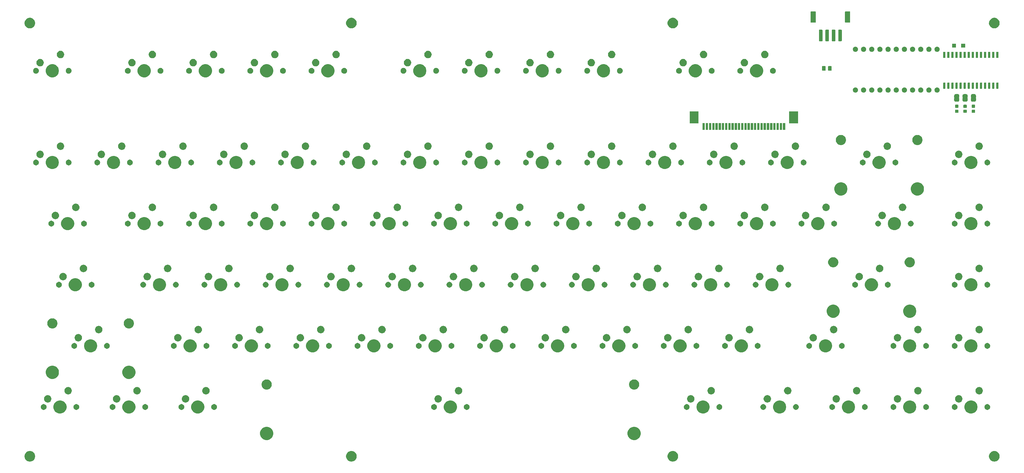
<source format=gbs>
G04 #@! TF.GenerationSoftware,KiCad,Pcbnew,(5.1.6)-1*
G04 #@! TF.CreationDate,2021-05-15T00:46:41-04:00*
G04 #@! TF.ProjectId,keyboard-layout-tall,6b657962-6f61-4726-942d-6c61796f7574,rev?*
G04 #@! TF.SameCoordinates,Original*
G04 #@! TF.FileFunction,Soldermask,Bot*
G04 #@! TF.FilePolarity,Negative*
%FSLAX46Y46*%
G04 Gerber Fmt 4.6, Leading zero omitted, Abs format (unit mm)*
G04 Created by KiCad (PCBNEW (5.1.6)-1) date 2021-05-15 00:46:41*
%MOMM*%
%LPD*%
G01*
G04 APERTURE LIST*
%ADD10C,0.100000*%
G04 APERTURE END LIST*
D10*
G36*
X138375256Y-188391298D02*
G01*
X138481579Y-188412447D01*
X138782042Y-188536903D01*
X139052451Y-188717585D01*
X139282415Y-188947549D01*
X139463097Y-189217958D01*
X139587553Y-189518421D01*
X139651000Y-189837391D01*
X139651000Y-190162609D01*
X139587553Y-190481579D01*
X139463097Y-190782042D01*
X139282415Y-191052451D01*
X139052451Y-191282415D01*
X138782042Y-191463097D01*
X138481579Y-191587553D01*
X138375256Y-191608702D01*
X138162611Y-191651000D01*
X137837389Y-191651000D01*
X137624744Y-191608702D01*
X137518421Y-191587553D01*
X137217958Y-191463097D01*
X136947549Y-191282415D01*
X136717585Y-191052451D01*
X136536903Y-190782042D01*
X136412447Y-190481579D01*
X136349000Y-190162609D01*
X136349000Y-189837391D01*
X136412447Y-189518421D01*
X136536903Y-189217958D01*
X136717585Y-188947549D01*
X136947549Y-188717585D01*
X137217958Y-188536903D01*
X137518421Y-188412447D01*
X137624744Y-188391298D01*
X137837389Y-188349000D01*
X138162611Y-188349000D01*
X138375256Y-188391298D01*
G37*
G36*
X238375256Y-188391298D02*
G01*
X238481579Y-188412447D01*
X238782042Y-188536903D01*
X239052451Y-188717585D01*
X239282415Y-188947549D01*
X239463097Y-189217958D01*
X239587553Y-189518421D01*
X239651000Y-189837391D01*
X239651000Y-190162609D01*
X239587553Y-190481579D01*
X239463097Y-190782042D01*
X239282415Y-191052451D01*
X239052451Y-191282415D01*
X238782042Y-191463097D01*
X238481579Y-191587553D01*
X238375256Y-191608702D01*
X238162611Y-191651000D01*
X237837389Y-191651000D01*
X237624744Y-191608702D01*
X237518421Y-191587553D01*
X237217958Y-191463097D01*
X236947549Y-191282415D01*
X236717585Y-191052451D01*
X236536903Y-190782042D01*
X236412447Y-190481579D01*
X236349000Y-190162609D01*
X236349000Y-189837391D01*
X236412447Y-189518421D01*
X236536903Y-189217958D01*
X236717585Y-188947549D01*
X236947549Y-188717585D01*
X237217958Y-188536903D01*
X237518421Y-188412447D01*
X237624744Y-188391298D01*
X237837389Y-188349000D01*
X238162611Y-188349000D01*
X238375256Y-188391298D01*
G37*
G36*
X338375256Y-188391298D02*
G01*
X338481579Y-188412447D01*
X338782042Y-188536903D01*
X339052451Y-188717585D01*
X339282415Y-188947549D01*
X339463097Y-189217958D01*
X339587553Y-189518421D01*
X339651000Y-189837391D01*
X339651000Y-190162609D01*
X339587553Y-190481579D01*
X339463097Y-190782042D01*
X339282415Y-191052451D01*
X339052451Y-191282415D01*
X338782042Y-191463097D01*
X338481579Y-191587553D01*
X338375256Y-191608702D01*
X338162611Y-191651000D01*
X337837389Y-191651000D01*
X337624744Y-191608702D01*
X337518421Y-191587553D01*
X337217958Y-191463097D01*
X336947549Y-191282415D01*
X336717585Y-191052451D01*
X336536903Y-190782042D01*
X336412447Y-190481579D01*
X336349000Y-190162609D01*
X336349000Y-189837391D01*
X336412447Y-189518421D01*
X336536903Y-189217958D01*
X336717585Y-188947549D01*
X336947549Y-188717585D01*
X337217958Y-188536903D01*
X337518421Y-188412447D01*
X337624744Y-188391298D01*
X337837389Y-188349000D01*
X338162611Y-188349000D01*
X338375256Y-188391298D01*
G37*
G36*
X38375256Y-188391298D02*
G01*
X38481579Y-188412447D01*
X38782042Y-188536903D01*
X39052451Y-188717585D01*
X39282415Y-188947549D01*
X39463097Y-189217958D01*
X39587553Y-189518421D01*
X39651000Y-189837391D01*
X39651000Y-190162609D01*
X39587553Y-190481579D01*
X39463097Y-190782042D01*
X39282415Y-191052451D01*
X39052451Y-191282415D01*
X38782042Y-191463097D01*
X38481579Y-191587553D01*
X38375256Y-191608702D01*
X38162611Y-191651000D01*
X37837389Y-191651000D01*
X37624744Y-191608702D01*
X37518421Y-191587553D01*
X37217958Y-191463097D01*
X36947549Y-191282415D01*
X36717585Y-191052451D01*
X36536903Y-190782042D01*
X36412447Y-190481579D01*
X36349000Y-190162609D01*
X36349000Y-189837391D01*
X36412447Y-189518421D01*
X36536903Y-189217958D01*
X36717585Y-188947549D01*
X36947549Y-188717585D01*
X37217958Y-188536903D01*
X37518421Y-188412447D01*
X37624744Y-188391298D01*
X37837389Y-188349000D01*
X38162611Y-188349000D01*
X38375256Y-188391298D01*
G37*
G36*
X226558254Y-180902818D02*
G01*
X226931511Y-181057426D01*
X226931513Y-181057427D01*
X227267436Y-181281884D01*
X227553116Y-181567564D01*
X227777574Y-181903489D01*
X227932182Y-182276746D01*
X228011000Y-182672993D01*
X228011000Y-183077007D01*
X227932182Y-183473254D01*
X227777574Y-183846511D01*
X227777573Y-183846513D01*
X227553116Y-184182436D01*
X227267436Y-184468116D01*
X226931513Y-184692573D01*
X226931512Y-184692574D01*
X226931511Y-184692574D01*
X226558254Y-184847182D01*
X226162007Y-184926000D01*
X225757993Y-184926000D01*
X225361746Y-184847182D01*
X224988489Y-184692574D01*
X224988488Y-184692574D01*
X224988487Y-184692573D01*
X224652564Y-184468116D01*
X224366884Y-184182436D01*
X224142427Y-183846513D01*
X224142426Y-183846511D01*
X223987818Y-183473254D01*
X223909000Y-183077007D01*
X223909000Y-182672993D01*
X223987818Y-182276746D01*
X224142426Y-181903489D01*
X224366884Y-181567564D01*
X224652564Y-181281884D01*
X224988487Y-181057427D01*
X224988489Y-181057426D01*
X225361746Y-180902818D01*
X225757993Y-180824000D01*
X226162007Y-180824000D01*
X226558254Y-180902818D01*
G37*
G36*
X112258254Y-180902818D02*
G01*
X112631511Y-181057426D01*
X112631513Y-181057427D01*
X112967436Y-181281884D01*
X113253116Y-181567564D01*
X113477574Y-181903489D01*
X113632182Y-182276746D01*
X113711000Y-182672993D01*
X113711000Y-183077007D01*
X113632182Y-183473254D01*
X113477574Y-183846511D01*
X113477573Y-183846513D01*
X113253116Y-184182436D01*
X112967436Y-184468116D01*
X112631513Y-184692573D01*
X112631512Y-184692574D01*
X112631511Y-184692574D01*
X112258254Y-184847182D01*
X111862007Y-184926000D01*
X111457993Y-184926000D01*
X111061746Y-184847182D01*
X110688489Y-184692574D01*
X110688488Y-184692574D01*
X110688487Y-184692573D01*
X110352564Y-184468116D01*
X110066884Y-184182436D01*
X109842427Y-183846513D01*
X109842426Y-183846511D01*
X109687818Y-183473254D01*
X109609000Y-183077007D01*
X109609000Y-182672993D01*
X109687818Y-182276746D01*
X109842426Y-181903489D01*
X110066884Y-181567564D01*
X110352564Y-181281884D01*
X110688487Y-181057427D01*
X110688489Y-181057426D01*
X111061746Y-180902818D01*
X111457993Y-180824000D01*
X111862007Y-180824000D01*
X112258254Y-180902818D01*
G37*
G36*
X271802004Y-172662818D02*
G01*
X272175261Y-172817426D01*
X272175263Y-172817427D01*
X272511186Y-173041884D01*
X272796866Y-173327564D01*
X273021324Y-173663489D01*
X273175932Y-174036746D01*
X273254750Y-174432993D01*
X273254750Y-174837007D01*
X273175932Y-175233254D01*
X273021324Y-175606511D01*
X273021323Y-175606513D01*
X272796866Y-175942436D01*
X272511186Y-176228116D01*
X272175263Y-176452573D01*
X272175262Y-176452574D01*
X272175261Y-176452574D01*
X271802004Y-176607182D01*
X271405757Y-176686000D01*
X271001743Y-176686000D01*
X270605496Y-176607182D01*
X270232239Y-176452574D01*
X270232238Y-176452574D01*
X270232237Y-176452573D01*
X269896314Y-176228116D01*
X269610634Y-175942436D01*
X269386177Y-175606513D01*
X269386176Y-175606511D01*
X269231568Y-175233254D01*
X269152750Y-174837007D01*
X269152750Y-174432993D01*
X269231568Y-174036746D01*
X269386176Y-173663489D01*
X269610634Y-173327564D01*
X269896314Y-173041884D01*
X270232237Y-172817427D01*
X270232239Y-172817426D01*
X270605496Y-172662818D01*
X271001743Y-172584000D01*
X271405757Y-172584000D01*
X271802004Y-172662818D01*
G37*
G36*
X312283254Y-172662818D02*
G01*
X312656511Y-172817426D01*
X312656513Y-172817427D01*
X312992436Y-173041884D01*
X313278116Y-173327564D01*
X313502574Y-173663489D01*
X313657182Y-174036746D01*
X313736000Y-174432993D01*
X313736000Y-174837007D01*
X313657182Y-175233254D01*
X313502574Y-175606511D01*
X313502573Y-175606513D01*
X313278116Y-175942436D01*
X312992436Y-176228116D01*
X312656513Y-176452573D01*
X312656512Y-176452574D01*
X312656511Y-176452574D01*
X312283254Y-176607182D01*
X311887007Y-176686000D01*
X311482993Y-176686000D01*
X311086746Y-176607182D01*
X310713489Y-176452574D01*
X310713488Y-176452574D01*
X310713487Y-176452573D01*
X310377564Y-176228116D01*
X310091884Y-175942436D01*
X309867427Y-175606513D01*
X309867426Y-175606511D01*
X309712818Y-175233254D01*
X309634000Y-174837007D01*
X309634000Y-174432993D01*
X309712818Y-174036746D01*
X309867426Y-173663489D01*
X310091884Y-173327564D01*
X310377564Y-173041884D01*
X310713487Y-172817427D01*
X310713489Y-172817426D01*
X311086746Y-172662818D01*
X311482993Y-172584000D01*
X311887007Y-172584000D01*
X312283254Y-172662818D01*
G37*
G36*
X47964504Y-172662818D02*
G01*
X48337761Y-172817426D01*
X48337763Y-172817427D01*
X48673686Y-173041884D01*
X48959366Y-173327564D01*
X49183824Y-173663489D01*
X49338432Y-174036746D01*
X49417250Y-174432993D01*
X49417250Y-174837007D01*
X49338432Y-175233254D01*
X49183824Y-175606511D01*
X49183823Y-175606513D01*
X48959366Y-175942436D01*
X48673686Y-176228116D01*
X48337763Y-176452573D01*
X48337762Y-176452574D01*
X48337761Y-176452574D01*
X47964504Y-176607182D01*
X47568257Y-176686000D01*
X47164243Y-176686000D01*
X46767996Y-176607182D01*
X46394739Y-176452574D01*
X46394738Y-176452574D01*
X46394737Y-176452573D01*
X46058814Y-176228116D01*
X45773134Y-175942436D01*
X45548677Y-175606513D01*
X45548676Y-175606511D01*
X45394068Y-175233254D01*
X45315250Y-174837007D01*
X45315250Y-174432993D01*
X45394068Y-174036746D01*
X45548676Y-173663489D01*
X45773134Y-173327564D01*
X46058814Y-173041884D01*
X46394737Y-172817427D01*
X46394739Y-172817426D01*
X46767996Y-172662818D01*
X47164243Y-172584000D01*
X47568257Y-172584000D01*
X47964504Y-172662818D01*
G37*
G36*
X90827004Y-172662818D02*
G01*
X91200261Y-172817426D01*
X91200263Y-172817427D01*
X91536186Y-173041884D01*
X91821866Y-173327564D01*
X92046324Y-173663489D01*
X92200932Y-174036746D01*
X92279750Y-174432993D01*
X92279750Y-174837007D01*
X92200932Y-175233254D01*
X92046324Y-175606511D01*
X92046323Y-175606513D01*
X91821866Y-175942436D01*
X91536186Y-176228116D01*
X91200263Y-176452573D01*
X91200262Y-176452574D01*
X91200261Y-176452574D01*
X90827004Y-176607182D01*
X90430757Y-176686000D01*
X90026743Y-176686000D01*
X89630496Y-176607182D01*
X89257239Y-176452574D01*
X89257238Y-176452574D01*
X89257237Y-176452573D01*
X88921314Y-176228116D01*
X88635634Y-175942436D01*
X88411177Y-175606513D01*
X88411176Y-175606511D01*
X88256568Y-175233254D01*
X88177750Y-174837007D01*
X88177750Y-174432993D01*
X88256568Y-174036746D01*
X88411176Y-173663489D01*
X88635634Y-173327564D01*
X88921314Y-173041884D01*
X89257237Y-172817427D01*
X89257239Y-172817426D01*
X89630496Y-172662818D01*
X90026743Y-172584000D01*
X90430757Y-172584000D01*
X90827004Y-172662818D01*
G37*
G36*
X169408254Y-172662818D02*
G01*
X169781511Y-172817426D01*
X169781513Y-172817427D01*
X170117436Y-173041884D01*
X170403116Y-173327564D01*
X170627574Y-173663489D01*
X170782182Y-174036746D01*
X170861000Y-174432993D01*
X170861000Y-174837007D01*
X170782182Y-175233254D01*
X170627574Y-175606511D01*
X170627573Y-175606513D01*
X170403116Y-175942436D01*
X170117436Y-176228116D01*
X169781513Y-176452573D01*
X169781512Y-176452574D01*
X169781511Y-176452574D01*
X169408254Y-176607182D01*
X169012007Y-176686000D01*
X168607993Y-176686000D01*
X168211746Y-176607182D01*
X167838489Y-176452574D01*
X167838488Y-176452574D01*
X167838487Y-176452573D01*
X167502564Y-176228116D01*
X167216884Y-175942436D01*
X166992427Y-175606513D01*
X166992426Y-175606511D01*
X166837818Y-175233254D01*
X166759000Y-174837007D01*
X166759000Y-174432993D01*
X166837818Y-174036746D01*
X166992426Y-173663489D01*
X167216884Y-173327564D01*
X167502564Y-173041884D01*
X167838487Y-172817427D01*
X167838489Y-172817426D01*
X168211746Y-172662818D01*
X168607993Y-172584000D01*
X169012007Y-172584000D01*
X169408254Y-172662818D01*
G37*
G36*
X293233254Y-172662818D02*
G01*
X293606511Y-172817426D01*
X293606513Y-172817427D01*
X293942436Y-173041884D01*
X294228116Y-173327564D01*
X294452574Y-173663489D01*
X294607182Y-174036746D01*
X294686000Y-174432993D01*
X294686000Y-174837007D01*
X294607182Y-175233254D01*
X294452574Y-175606511D01*
X294452573Y-175606513D01*
X294228116Y-175942436D01*
X293942436Y-176228116D01*
X293606513Y-176452573D01*
X293606512Y-176452574D01*
X293606511Y-176452574D01*
X293233254Y-176607182D01*
X292837007Y-176686000D01*
X292432993Y-176686000D01*
X292036746Y-176607182D01*
X291663489Y-176452574D01*
X291663488Y-176452574D01*
X291663487Y-176452573D01*
X291327564Y-176228116D01*
X291041884Y-175942436D01*
X290817427Y-175606513D01*
X290817426Y-175606511D01*
X290662818Y-175233254D01*
X290584000Y-174837007D01*
X290584000Y-174432993D01*
X290662818Y-174036746D01*
X290817426Y-173663489D01*
X291041884Y-173327564D01*
X291327564Y-173041884D01*
X291663487Y-172817427D01*
X291663489Y-172817426D01*
X292036746Y-172662818D01*
X292432993Y-172584000D01*
X292837007Y-172584000D01*
X293233254Y-172662818D01*
G37*
G36*
X69395754Y-172662818D02*
G01*
X69769011Y-172817426D01*
X69769013Y-172817427D01*
X70104936Y-173041884D01*
X70390616Y-173327564D01*
X70615074Y-173663489D01*
X70769682Y-174036746D01*
X70848500Y-174432993D01*
X70848500Y-174837007D01*
X70769682Y-175233254D01*
X70615074Y-175606511D01*
X70615073Y-175606513D01*
X70390616Y-175942436D01*
X70104936Y-176228116D01*
X69769013Y-176452573D01*
X69769012Y-176452574D01*
X69769011Y-176452574D01*
X69395754Y-176607182D01*
X68999507Y-176686000D01*
X68595493Y-176686000D01*
X68199246Y-176607182D01*
X67825989Y-176452574D01*
X67825988Y-176452574D01*
X67825987Y-176452573D01*
X67490064Y-176228116D01*
X67204384Y-175942436D01*
X66979927Y-175606513D01*
X66979926Y-175606511D01*
X66825318Y-175233254D01*
X66746500Y-174837007D01*
X66746500Y-174432993D01*
X66825318Y-174036746D01*
X66979926Y-173663489D01*
X67204384Y-173327564D01*
X67490064Y-173041884D01*
X67825987Y-172817427D01*
X67825989Y-172817426D01*
X68199246Y-172662818D01*
X68595493Y-172584000D01*
X68999507Y-172584000D01*
X69395754Y-172662818D01*
G37*
G36*
X331333254Y-172662818D02*
G01*
X331706511Y-172817426D01*
X331706513Y-172817427D01*
X332042436Y-173041884D01*
X332328116Y-173327564D01*
X332552574Y-173663489D01*
X332707182Y-174036746D01*
X332786000Y-174432993D01*
X332786000Y-174837007D01*
X332707182Y-175233254D01*
X332552574Y-175606511D01*
X332552573Y-175606513D01*
X332328116Y-175942436D01*
X332042436Y-176228116D01*
X331706513Y-176452573D01*
X331706512Y-176452574D01*
X331706511Y-176452574D01*
X331333254Y-176607182D01*
X330937007Y-176686000D01*
X330532993Y-176686000D01*
X330136746Y-176607182D01*
X329763489Y-176452574D01*
X329763488Y-176452574D01*
X329763487Y-176452573D01*
X329427564Y-176228116D01*
X329141884Y-175942436D01*
X328917427Y-175606513D01*
X328917426Y-175606511D01*
X328762818Y-175233254D01*
X328684000Y-174837007D01*
X328684000Y-174432993D01*
X328762818Y-174036746D01*
X328917426Y-173663489D01*
X329141884Y-173327564D01*
X329427564Y-173041884D01*
X329763487Y-172817427D01*
X329763489Y-172817426D01*
X330136746Y-172662818D01*
X330532993Y-172584000D01*
X330937007Y-172584000D01*
X331333254Y-172662818D01*
G37*
G36*
X247989504Y-172662818D02*
G01*
X248362761Y-172817426D01*
X248362763Y-172817427D01*
X248698686Y-173041884D01*
X248984366Y-173327564D01*
X249208824Y-173663489D01*
X249363432Y-174036746D01*
X249442250Y-174432993D01*
X249442250Y-174837007D01*
X249363432Y-175233254D01*
X249208824Y-175606511D01*
X249208823Y-175606513D01*
X248984366Y-175942436D01*
X248698686Y-176228116D01*
X248362763Y-176452573D01*
X248362762Y-176452574D01*
X248362761Y-176452574D01*
X247989504Y-176607182D01*
X247593257Y-176686000D01*
X247189243Y-176686000D01*
X246792996Y-176607182D01*
X246419739Y-176452574D01*
X246419738Y-176452574D01*
X246419737Y-176452573D01*
X246083814Y-176228116D01*
X245798134Y-175942436D01*
X245573677Y-175606513D01*
X245573676Y-175606511D01*
X245419068Y-175233254D01*
X245340250Y-174837007D01*
X245340250Y-174432993D01*
X245419068Y-174036746D01*
X245573676Y-173663489D01*
X245798134Y-173327564D01*
X246083814Y-173041884D01*
X246419737Y-172817427D01*
X246419739Y-172817426D01*
X246792996Y-172662818D01*
X247189243Y-172584000D01*
X247593257Y-172584000D01*
X247989504Y-172662818D01*
G37*
G36*
X163843512Y-173738927D02*
G01*
X163992812Y-173768624D01*
X164156784Y-173836544D01*
X164304354Y-173935147D01*
X164429853Y-174060646D01*
X164528456Y-174208216D01*
X164596376Y-174372188D01*
X164631000Y-174546259D01*
X164631000Y-174723741D01*
X164596376Y-174897812D01*
X164528456Y-175061784D01*
X164429853Y-175209354D01*
X164304354Y-175334853D01*
X164156784Y-175433456D01*
X163992812Y-175501376D01*
X163843512Y-175531073D01*
X163818742Y-175536000D01*
X163641258Y-175536000D01*
X163616488Y-175531073D01*
X163467188Y-175501376D01*
X163303216Y-175433456D01*
X163155646Y-175334853D01*
X163030147Y-175209354D01*
X162931544Y-175061784D01*
X162863624Y-174897812D01*
X162829000Y-174723741D01*
X162829000Y-174546259D01*
X162863624Y-174372188D01*
X162931544Y-174208216D01*
X163030147Y-174060646D01*
X163155646Y-173935147D01*
X163303216Y-173836544D01*
X163467188Y-173768624D01*
X163616488Y-173738927D01*
X163641258Y-173734000D01*
X163818742Y-173734000D01*
X163843512Y-173738927D01*
G37*
G36*
X266237262Y-173738927D02*
G01*
X266386562Y-173768624D01*
X266550534Y-173836544D01*
X266698104Y-173935147D01*
X266823603Y-174060646D01*
X266922206Y-174208216D01*
X266990126Y-174372188D01*
X267024750Y-174546259D01*
X267024750Y-174723741D01*
X266990126Y-174897812D01*
X266922206Y-175061784D01*
X266823603Y-175209354D01*
X266698104Y-175334853D01*
X266550534Y-175433456D01*
X266386562Y-175501376D01*
X266237262Y-175531073D01*
X266212492Y-175536000D01*
X266035008Y-175536000D01*
X266010238Y-175531073D01*
X265860938Y-175501376D01*
X265696966Y-175433456D01*
X265549396Y-175334853D01*
X265423897Y-175209354D01*
X265325294Y-175061784D01*
X265257374Y-174897812D01*
X265222750Y-174723741D01*
X265222750Y-174546259D01*
X265257374Y-174372188D01*
X265325294Y-174208216D01*
X265423897Y-174060646D01*
X265549396Y-173935147D01*
X265696966Y-173836544D01*
X265860938Y-173768624D01*
X266010238Y-173738927D01*
X266035008Y-173734000D01*
X266212492Y-173734000D01*
X266237262Y-173738927D01*
G37*
G36*
X306718512Y-173738927D02*
G01*
X306867812Y-173768624D01*
X307031784Y-173836544D01*
X307179354Y-173935147D01*
X307304853Y-174060646D01*
X307403456Y-174208216D01*
X307471376Y-174372188D01*
X307506000Y-174546259D01*
X307506000Y-174723741D01*
X307471376Y-174897812D01*
X307403456Y-175061784D01*
X307304853Y-175209354D01*
X307179354Y-175334853D01*
X307031784Y-175433456D01*
X306867812Y-175501376D01*
X306718512Y-175531073D01*
X306693742Y-175536000D01*
X306516258Y-175536000D01*
X306491488Y-175531073D01*
X306342188Y-175501376D01*
X306178216Y-175433456D01*
X306030646Y-175334853D01*
X305905147Y-175209354D01*
X305806544Y-175061784D01*
X305738624Y-174897812D01*
X305704000Y-174723741D01*
X305704000Y-174546259D01*
X305738624Y-174372188D01*
X305806544Y-174208216D01*
X305905147Y-174060646D01*
X306030646Y-173935147D01*
X306178216Y-173836544D01*
X306342188Y-173768624D01*
X306491488Y-173738927D01*
X306516258Y-173734000D01*
X306693742Y-173734000D01*
X306718512Y-173738927D01*
G37*
G36*
X316878512Y-173738927D02*
G01*
X317027812Y-173768624D01*
X317191784Y-173836544D01*
X317339354Y-173935147D01*
X317464853Y-174060646D01*
X317563456Y-174208216D01*
X317631376Y-174372188D01*
X317666000Y-174546259D01*
X317666000Y-174723741D01*
X317631376Y-174897812D01*
X317563456Y-175061784D01*
X317464853Y-175209354D01*
X317339354Y-175334853D01*
X317191784Y-175433456D01*
X317027812Y-175501376D01*
X316878512Y-175531073D01*
X316853742Y-175536000D01*
X316676258Y-175536000D01*
X316651488Y-175531073D01*
X316502188Y-175501376D01*
X316338216Y-175433456D01*
X316190646Y-175334853D01*
X316065147Y-175209354D01*
X315966544Y-175061784D01*
X315898624Y-174897812D01*
X315864000Y-174723741D01*
X315864000Y-174546259D01*
X315898624Y-174372188D01*
X315966544Y-174208216D01*
X316065147Y-174060646D01*
X316190646Y-173935147D01*
X316338216Y-173836544D01*
X316502188Y-173768624D01*
X316651488Y-173738927D01*
X316676258Y-173734000D01*
X316853742Y-173734000D01*
X316878512Y-173738927D01*
G37*
G36*
X287668512Y-173738927D02*
G01*
X287817812Y-173768624D01*
X287981784Y-173836544D01*
X288129354Y-173935147D01*
X288254853Y-174060646D01*
X288353456Y-174208216D01*
X288421376Y-174372188D01*
X288456000Y-174546259D01*
X288456000Y-174723741D01*
X288421376Y-174897812D01*
X288353456Y-175061784D01*
X288254853Y-175209354D01*
X288129354Y-175334853D01*
X287981784Y-175433456D01*
X287817812Y-175501376D01*
X287668512Y-175531073D01*
X287643742Y-175536000D01*
X287466258Y-175536000D01*
X287441488Y-175531073D01*
X287292188Y-175501376D01*
X287128216Y-175433456D01*
X286980646Y-175334853D01*
X286855147Y-175209354D01*
X286756544Y-175061784D01*
X286688624Y-174897812D01*
X286654000Y-174723741D01*
X286654000Y-174546259D01*
X286688624Y-174372188D01*
X286756544Y-174208216D01*
X286855147Y-174060646D01*
X286980646Y-173935147D01*
X287128216Y-173836544D01*
X287292188Y-173768624D01*
X287441488Y-173738927D01*
X287466258Y-173734000D01*
X287643742Y-173734000D01*
X287668512Y-173738927D01*
G37*
G36*
X297828512Y-173738927D02*
G01*
X297977812Y-173768624D01*
X298141784Y-173836544D01*
X298289354Y-173935147D01*
X298414853Y-174060646D01*
X298513456Y-174208216D01*
X298581376Y-174372188D01*
X298616000Y-174546259D01*
X298616000Y-174723741D01*
X298581376Y-174897812D01*
X298513456Y-175061784D01*
X298414853Y-175209354D01*
X298289354Y-175334853D01*
X298141784Y-175433456D01*
X297977812Y-175501376D01*
X297828512Y-175531073D01*
X297803742Y-175536000D01*
X297626258Y-175536000D01*
X297601488Y-175531073D01*
X297452188Y-175501376D01*
X297288216Y-175433456D01*
X297140646Y-175334853D01*
X297015147Y-175209354D01*
X296916544Y-175061784D01*
X296848624Y-174897812D01*
X296814000Y-174723741D01*
X296814000Y-174546259D01*
X296848624Y-174372188D01*
X296916544Y-174208216D01*
X297015147Y-174060646D01*
X297140646Y-173935147D01*
X297288216Y-173836544D01*
X297452188Y-173768624D01*
X297601488Y-173738927D01*
X297626258Y-173734000D01*
X297803742Y-173734000D01*
X297828512Y-173738927D01*
G37*
G36*
X63831012Y-173738927D02*
G01*
X63980312Y-173768624D01*
X64144284Y-173836544D01*
X64291854Y-173935147D01*
X64417353Y-174060646D01*
X64515956Y-174208216D01*
X64583876Y-174372188D01*
X64618500Y-174546259D01*
X64618500Y-174723741D01*
X64583876Y-174897812D01*
X64515956Y-175061784D01*
X64417353Y-175209354D01*
X64291854Y-175334853D01*
X64144284Y-175433456D01*
X63980312Y-175501376D01*
X63831012Y-175531073D01*
X63806242Y-175536000D01*
X63628758Y-175536000D01*
X63603988Y-175531073D01*
X63454688Y-175501376D01*
X63290716Y-175433456D01*
X63143146Y-175334853D01*
X63017647Y-175209354D01*
X62919044Y-175061784D01*
X62851124Y-174897812D01*
X62816500Y-174723741D01*
X62816500Y-174546259D01*
X62851124Y-174372188D01*
X62919044Y-174208216D01*
X63017647Y-174060646D01*
X63143146Y-173935147D01*
X63290716Y-173836544D01*
X63454688Y-173768624D01*
X63603988Y-173738927D01*
X63628758Y-173734000D01*
X63806242Y-173734000D01*
X63831012Y-173738927D01*
G37*
G36*
X73991012Y-173738927D02*
G01*
X74140312Y-173768624D01*
X74304284Y-173836544D01*
X74451854Y-173935147D01*
X74577353Y-174060646D01*
X74675956Y-174208216D01*
X74743876Y-174372188D01*
X74778500Y-174546259D01*
X74778500Y-174723741D01*
X74743876Y-174897812D01*
X74675956Y-175061784D01*
X74577353Y-175209354D01*
X74451854Y-175334853D01*
X74304284Y-175433456D01*
X74140312Y-175501376D01*
X73991012Y-175531073D01*
X73966242Y-175536000D01*
X73788758Y-175536000D01*
X73763988Y-175531073D01*
X73614688Y-175501376D01*
X73450716Y-175433456D01*
X73303146Y-175334853D01*
X73177647Y-175209354D01*
X73079044Y-175061784D01*
X73011124Y-174897812D01*
X72976500Y-174723741D01*
X72976500Y-174546259D01*
X73011124Y-174372188D01*
X73079044Y-174208216D01*
X73177647Y-174060646D01*
X73303146Y-173935147D01*
X73450716Y-173836544D01*
X73614688Y-173768624D01*
X73763988Y-173738927D01*
X73788758Y-173734000D01*
X73966242Y-173734000D01*
X73991012Y-173738927D01*
G37*
G36*
X174003512Y-173738927D02*
G01*
X174152812Y-173768624D01*
X174316784Y-173836544D01*
X174464354Y-173935147D01*
X174589853Y-174060646D01*
X174688456Y-174208216D01*
X174756376Y-174372188D01*
X174791000Y-174546259D01*
X174791000Y-174723741D01*
X174756376Y-174897812D01*
X174688456Y-175061784D01*
X174589853Y-175209354D01*
X174464354Y-175334853D01*
X174316784Y-175433456D01*
X174152812Y-175501376D01*
X174003512Y-175531073D01*
X173978742Y-175536000D01*
X173801258Y-175536000D01*
X173776488Y-175531073D01*
X173627188Y-175501376D01*
X173463216Y-175433456D01*
X173315646Y-175334853D01*
X173190147Y-175209354D01*
X173091544Y-175061784D01*
X173023624Y-174897812D01*
X172989000Y-174723741D01*
X172989000Y-174546259D01*
X173023624Y-174372188D01*
X173091544Y-174208216D01*
X173190147Y-174060646D01*
X173315646Y-173935147D01*
X173463216Y-173836544D01*
X173627188Y-173768624D01*
X173776488Y-173738927D01*
X173801258Y-173734000D01*
X173978742Y-173734000D01*
X174003512Y-173738927D01*
G37*
G36*
X242424762Y-173738927D02*
G01*
X242574062Y-173768624D01*
X242738034Y-173836544D01*
X242885604Y-173935147D01*
X243011103Y-174060646D01*
X243109706Y-174208216D01*
X243177626Y-174372188D01*
X243212250Y-174546259D01*
X243212250Y-174723741D01*
X243177626Y-174897812D01*
X243109706Y-175061784D01*
X243011103Y-175209354D01*
X242885604Y-175334853D01*
X242738034Y-175433456D01*
X242574062Y-175501376D01*
X242424762Y-175531073D01*
X242399992Y-175536000D01*
X242222508Y-175536000D01*
X242197738Y-175531073D01*
X242048438Y-175501376D01*
X241884466Y-175433456D01*
X241736896Y-175334853D01*
X241611397Y-175209354D01*
X241512794Y-175061784D01*
X241444874Y-174897812D01*
X241410250Y-174723741D01*
X241410250Y-174546259D01*
X241444874Y-174372188D01*
X241512794Y-174208216D01*
X241611397Y-174060646D01*
X241736896Y-173935147D01*
X241884466Y-173836544D01*
X242048438Y-173768624D01*
X242197738Y-173738927D01*
X242222508Y-173734000D01*
X242399992Y-173734000D01*
X242424762Y-173738927D01*
G37*
G36*
X252584762Y-173738927D02*
G01*
X252734062Y-173768624D01*
X252898034Y-173836544D01*
X253045604Y-173935147D01*
X253171103Y-174060646D01*
X253269706Y-174208216D01*
X253337626Y-174372188D01*
X253372250Y-174546259D01*
X253372250Y-174723741D01*
X253337626Y-174897812D01*
X253269706Y-175061784D01*
X253171103Y-175209354D01*
X253045604Y-175334853D01*
X252898034Y-175433456D01*
X252734062Y-175501376D01*
X252584762Y-175531073D01*
X252559992Y-175536000D01*
X252382508Y-175536000D01*
X252357738Y-175531073D01*
X252208438Y-175501376D01*
X252044466Y-175433456D01*
X251896896Y-175334853D01*
X251771397Y-175209354D01*
X251672794Y-175061784D01*
X251604874Y-174897812D01*
X251570250Y-174723741D01*
X251570250Y-174546259D01*
X251604874Y-174372188D01*
X251672794Y-174208216D01*
X251771397Y-174060646D01*
X251896896Y-173935147D01*
X252044466Y-173836544D01*
X252208438Y-173768624D01*
X252357738Y-173738927D01*
X252382508Y-173734000D01*
X252559992Y-173734000D01*
X252584762Y-173738927D01*
G37*
G36*
X85262262Y-173738927D02*
G01*
X85411562Y-173768624D01*
X85575534Y-173836544D01*
X85723104Y-173935147D01*
X85848603Y-174060646D01*
X85947206Y-174208216D01*
X86015126Y-174372188D01*
X86049750Y-174546259D01*
X86049750Y-174723741D01*
X86015126Y-174897812D01*
X85947206Y-175061784D01*
X85848603Y-175209354D01*
X85723104Y-175334853D01*
X85575534Y-175433456D01*
X85411562Y-175501376D01*
X85262262Y-175531073D01*
X85237492Y-175536000D01*
X85060008Y-175536000D01*
X85035238Y-175531073D01*
X84885938Y-175501376D01*
X84721966Y-175433456D01*
X84574396Y-175334853D01*
X84448897Y-175209354D01*
X84350294Y-175061784D01*
X84282374Y-174897812D01*
X84247750Y-174723741D01*
X84247750Y-174546259D01*
X84282374Y-174372188D01*
X84350294Y-174208216D01*
X84448897Y-174060646D01*
X84574396Y-173935147D01*
X84721966Y-173836544D01*
X84885938Y-173768624D01*
X85035238Y-173738927D01*
X85060008Y-173734000D01*
X85237492Y-173734000D01*
X85262262Y-173738927D01*
G37*
G36*
X95422262Y-173738927D02*
G01*
X95571562Y-173768624D01*
X95735534Y-173836544D01*
X95883104Y-173935147D01*
X96008603Y-174060646D01*
X96107206Y-174208216D01*
X96175126Y-174372188D01*
X96209750Y-174546259D01*
X96209750Y-174723741D01*
X96175126Y-174897812D01*
X96107206Y-175061784D01*
X96008603Y-175209354D01*
X95883104Y-175334853D01*
X95735534Y-175433456D01*
X95571562Y-175501376D01*
X95422262Y-175531073D01*
X95397492Y-175536000D01*
X95220008Y-175536000D01*
X95195238Y-175531073D01*
X95045938Y-175501376D01*
X94881966Y-175433456D01*
X94734396Y-175334853D01*
X94608897Y-175209354D01*
X94510294Y-175061784D01*
X94442374Y-174897812D01*
X94407750Y-174723741D01*
X94407750Y-174546259D01*
X94442374Y-174372188D01*
X94510294Y-174208216D01*
X94608897Y-174060646D01*
X94734396Y-173935147D01*
X94881966Y-173836544D01*
X95045938Y-173768624D01*
X95195238Y-173738927D01*
X95220008Y-173734000D01*
X95397492Y-173734000D01*
X95422262Y-173738927D01*
G37*
G36*
X42399762Y-173738927D02*
G01*
X42549062Y-173768624D01*
X42713034Y-173836544D01*
X42860604Y-173935147D01*
X42986103Y-174060646D01*
X43084706Y-174208216D01*
X43152626Y-174372188D01*
X43187250Y-174546259D01*
X43187250Y-174723741D01*
X43152626Y-174897812D01*
X43084706Y-175061784D01*
X42986103Y-175209354D01*
X42860604Y-175334853D01*
X42713034Y-175433456D01*
X42549062Y-175501376D01*
X42399762Y-175531073D01*
X42374992Y-175536000D01*
X42197508Y-175536000D01*
X42172738Y-175531073D01*
X42023438Y-175501376D01*
X41859466Y-175433456D01*
X41711896Y-175334853D01*
X41586397Y-175209354D01*
X41487794Y-175061784D01*
X41419874Y-174897812D01*
X41385250Y-174723741D01*
X41385250Y-174546259D01*
X41419874Y-174372188D01*
X41487794Y-174208216D01*
X41586397Y-174060646D01*
X41711896Y-173935147D01*
X41859466Y-173836544D01*
X42023438Y-173768624D01*
X42172738Y-173738927D01*
X42197508Y-173734000D01*
X42374992Y-173734000D01*
X42399762Y-173738927D01*
G37*
G36*
X52559762Y-173738927D02*
G01*
X52709062Y-173768624D01*
X52873034Y-173836544D01*
X53020604Y-173935147D01*
X53146103Y-174060646D01*
X53244706Y-174208216D01*
X53312626Y-174372188D01*
X53347250Y-174546259D01*
X53347250Y-174723741D01*
X53312626Y-174897812D01*
X53244706Y-175061784D01*
X53146103Y-175209354D01*
X53020604Y-175334853D01*
X52873034Y-175433456D01*
X52709062Y-175501376D01*
X52559762Y-175531073D01*
X52534992Y-175536000D01*
X52357508Y-175536000D01*
X52332738Y-175531073D01*
X52183438Y-175501376D01*
X52019466Y-175433456D01*
X51871896Y-175334853D01*
X51746397Y-175209354D01*
X51647794Y-175061784D01*
X51579874Y-174897812D01*
X51545250Y-174723741D01*
X51545250Y-174546259D01*
X51579874Y-174372188D01*
X51647794Y-174208216D01*
X51746397Y-174060646D01*
X51871896Y-173935147D01*
X52019466Y-173836544D01*
X52183438Y-173768624D01*
X52332738Y-173738927D01*
X52357508Y-173734000D01*
X52534992Y-173734000D01*
X52559762Y-173738927D01*
G37*
G36*
X276397262Y-173738927D02*
G01*
X276546562Y-173768624D01*
X276710534Y-173836544D01*
X276858104Y-173935147D01*
X276983603Y-174060646D01*
X277082206Y-174208216D01*
X277150126Y-174372188D01*
X277184750Y-174546259D01*
X277184750Y-174723741D01*
X277150126Y-174897812D01*
X277082206Y-175061784D01*
X276983603Y-175209354D01*
X276858104Y-175334853D01*
X276710534Y-175433456D01*
X276546562Y-175501376D01*
X276397262Y-175531073D01*
X276372492Y-175536000D01*
X276195008Y-175536000D01*
X276170238Y-175531073D01*
X276020938Y-175501376D01*
X275856966Y-175433456D01*
X275709396Y-175334853D01*
X275583897Y-175209354D01*
X275485294Y-175061784D01*
X275417374Y-174897812D01*
X275382750Y-174723741D01*
X275382750Y-174546259D01*
X275417374Y-174372188D01*
X275485294Y-174208216D01*
X275583897Y-174060646D01*
X275709396Y-173935147D01*
X275856966Y-173836544D01*
X276020938Y-173768624D01*
X276170238Y-173738927D01*
X276195008Y-173734000D01*
X276372492Y-173734000D01*
X276397262Y-173738927D01*
G37*
G36*
X325768512Y-173738927D02*
G01*
X325917812Y-173768624D01*
X326081784Y-173836544D01*
X326229354Y-173935147D01*
X326354853Y-174060646D01*
X326453456Y-174208216D01*
X326521376Y-174372188D01*
X326556000Y-174546259D01*
X326556000Y-174723741D01*
X326521376Y-174897812D01*
X326453456Y-175061784D01*
X326354853Y-175209354D01*
X326229354Y-175334853D01*
X326081784Y-175433456D01*
X325917812Y-175501376D01*
X325768512Y-175531073D01*
X325743742Y-175536000D01*
X325566258Y-175536000D01*
X325541488Y-175531073D01*
X325392188Y-175501376D01*
X325228216Y-175433456D01*
X325080646Y-175334853D01*
X324955147Y-175209354D01*
X324856544Y-175061784D01*
X324788624Y-174897812D01*
X324754000Y-174723741D01*
X324754000Y-174546259D01*
X324788624Y-174372188D01*
X324856544Y-174208216D01*
X324955147Y-174060646D01*
X325080646Y-173935147D01*
X325228216Y-173836544D01*
X325392188Y-173768624D01*
X325541488Y-173738927D01*
X325566258Y-173734000D01*
X325743742Y-173734000D01*
X325768512Y-173738927D01*
G37*
G36*
X335928512Y-173738927D02*
G01*
X336077812Y-173768624D01*
X336241784Y-173836544D01*
X336389354Y-173935147D01*
X336514853Y-174060646D01*
X336613456Y-174208216D01*
X336681376Y-174372188D01*
X336716000Y-174546259D01*
X336716000Y-174723741D01*
X336681376Y-174897812D01*
X336613456Y-175061784D01*
X336514853Y-175209354D01*
X336389354Y-175334853D01*
X336241784Y-175433456D01*
X336077812Y-175501376D01*
X335928512Y-175531073D01*
X335903742Y-175536000D01*
X335726258Y-175536000D01*
X335701488Y-175531073D01*
X335552188Y-175501376D01*
X335388216Y-175433456D01*
X335240646Y-175334853D01*
X335115147Y-175209354D01*
X335016544Y-175061784D01*
X334948624Y-174897812D01*
X334914000Y-174723741D01*
X334914000Y-174546259D01*
X334948624Y-174372188D01*
X335016544Y-174208216D01*
X335115147Y-174060646D01*
X335240646Y-173935147D01*
X335388216Y-173836544D01*
X335552188Y-173768624D01*
X335701488Y-173738927D01*
X335726258Y-173734000D01*
X335903742Y-173734000D01*
X335928512Y-173738927D01*
G37*
G36*
X65212049Y-170966116D02*
G01*
X65323234Y-170988232D01*
X65532703Y-171074997D01*
X65721220Y-171200960D01*
X65881540Y-171361280D01*
X66007503Y-171549797D01*
X66094268Y-171759266D01*
X66138500Y-171981636D01*
X66138500Y-172208364D01*
X66094268Y-172430734D01*
X66007503Y-172640203D01*
X65881540Y-172828720D01*
X65721220Y-172989040D01*
X65532703Y-173115003D01*
X65323234Y-173201768D01*
X65212049Y-173223884D01*
X65100865Y-173246000D01*
X64874135Y-173246000D01*
X64762951Y-173223884D01*
X64651766Y-173201768D01*
X64442297Y-173115003D01*
X64253780Y-172989040D01*
X64093460Y-172828720D01*
X63967497Y-172640203D01*
X63880732Y-172430734D01*
X63836500Y-172208364D01*
X63836500Y-171981636D01*
X63880732Y-171759266D01*
X63967497Y-171549797D01*
X64093460Y-171361280D01*
X64253780Y-171200960D01*
X64442297Y-171074997D01*
X64651766Y-170988232D01*
X64762951Y-170966116D01*
X64874135Y-170944000D01*
X65100865Y-170944000D01*
X65212049Y-170966116D01*
G37*
G36*
X327149549Y-170966116D02*
G01*
X327260734Y-170988232D01*
X327470203Y-171074997D01*
X327658720Y-171200960D01*
X327819040Y-171361280D01*
X327945003Y-171549797D01*
X328031768Y-171759266D01*
X328076000Y-171981636D01*
X328076000Y-172208364D01*
X328031768Y-172430734D01*
X327945003Y-172640203D01*
X327819040Y-172828720D01*
X327658720Y-172989040D01*
X327470203Y-173115003D01*
X327260734Y-173201768D01*
X327149549Y-173223884D01*
X327038365Y-173246000D01*
X326811635Y-173246000D01*
X326700451Y-173223884D01*
X326589266Y-173201768D01*
X326379797Y-173115003D01*
X326191280Y-172989040D01*
X326030960Y-172828720D01*
X325904997Y-172640203D01*
X325818232Y-172430734D01*
X325774000Y-172208364D01*
X325774000Y-171981636D01*
X325818232Y-171759266D01*
X325904997Y-171549797D01*
X326030960Y-171361280D01*
X326191280Y-171200960D01*
X326379797Y-171074997D01*
X326589266Y-170988232D01*
X326700451Y-170966116D01*
X326811635Y-170944000D01*
X327038365Y-170944000D01*
X327149549Y-170966116D01*
G37*
G36*
X308099549Y-170966116D02*
G01*
X308210734Y-170988232D01*
X308420203Y-171074997D01*
X308608720Y-171200960D01*
X308769040Y-171361280D01*
X308895003Y-171549797D01*
X308981768Y-171759266D01*
X309026000Y-171981636D01*
X309026000Y-172208364D01*
X308981768Y-172430734D01*
X308895003Y-172640203D01*
X308769040Y-172828720D01*
X308608720Y-172989040D01*
X308420203Y-173115003D01*
X308210734Y-173201768D01*
X308099549Y-173223884D01*
X307988365Y-173246000D01*
X307761635Y-173246000D01*
X307650451Y-173223884D01*
X307539266Y-173201768D01*
X307329797Y-173115003D01*
X307141280Y-172989040D01*
X306980960Y-172828720D01*
X306854997Y-172640203D01*
X306768232Y-172430734D01*
X306724000Y-172208364D01*
X306724000Y-171981636D01*
X306768232Y-171759266D01*
X306854997Y-171549797D01*
X306980960Y-171361280D01*
X307141280Y-171200960D01*
X307329797Y-171074997D01*
X307539266Y-170988232D01*
X307650451Y-170966116D01*
X307761635Y-170944000D01*
X307988365Y-170944000D01*
X308099549Y-170966116D01*
G37*
G36*
X243805799Y-170966116D02*
G01*
X243916984Y-170988232D01*
X244126453Y-171074997D01*
X244314970Y-171200960D01*
X244475290Y-171361280D01*
X244601253Y-171549797D01*
X244688018Y-171759266D01*
X244732250Y-171981636D01*
X244732250Y-172208364D01*
X244688018Y-172430734D01*
X244601253Y-172640203D01*
X244475290Y-172828720D01*
X244314970Y-172989040D01*
X244126453Y-173115003D01*
X243916984Y-173201768D01*
X243805799Y-173223884D01*
X243694615Y-173246000D01*
X243467885Y-173246000D01*
X243356701Y-173223884D01*
X243245516Y-173201768D01*
X243036047Y-173115003D01*
X242847530Y-172989040D01*
X242687210Y-172828720D01*
X242561247Y-172640203D01*
X242474482Y-172430734D01*
X242430250Y-172208364D01*
X242430250Y-171981636D01*
X242474482Y-171759266D01*
X242561247Y-171549797D01*
X242687210Y-171361280D01*
X242847530Y-171200960D01*
X243036047Y-171074997D01*
X243245516Y-170988232D01*
X243356701Y-170966116D01*
X243467885Y-170944000D01*
X243694615Y-170944000D01*
X243805799Y-170966116D01*
G37*
G36*
X165224549Y-170966116D02*
G01*
X165335734Y-170988232D01*
X165545203Y-171074997D01*
X165733720Y-171200960D01*
X165894040Y-171361280D01*
X166020003Y-171549797D01*
X166106768Y-171759266D01*
X166151000Y-171981636D01*
X166151000Y-172208364D01*
X166106768Y-172430734D01*
X166020003Y-172640203D01*
X165894040Y-172828720D01*
X165733720Y-172989040D01*
X165545203Y-173115003D01*
X165335734Y-173201768D01*
X165224549Y-173223884D01*
X165113365Y-173246000D01*
X164886635Y-173246000D01*
X164775451Y-173223884D01*
X164664266Y-173201768D01*
X164454797Y-173115003D01*
X164266280Y-172989040D01*
X164105960Y-172828720D01*
X163979997Y-172640203D01*
X163893232Y-172430734D01*
X163849000Y-172208364D01*
X163849000Y-171981636D01*
X163893232Y-171759266D01*
X163979997Y-171549797D01*
X164105960Y-171361280D01*
X164266280Y-171200960D01*
X164454797Y-171074997D01*
X164664266Y-170988232D01*
X164775451Y-170966116D01*
X164886635Y-170944000D01*
X165113365Y-170944000D01*
X165224549Y-170966116D01*
G37*
G36*
X86643299Y-170966116D02*
G01*
X86754484Y-170988232D01*
X86963953Y-171074997D01*
X87152470Y-171200960D01*
X87312790Y-171361280D01*
X87438753Y-171549797D01*
X87525518Y-171759266D01*
X87569750Y-171981636D01*
X87569750Y-172208364D01*
X87525518Y-172430734D01*
X87438753Y-172640203D01*
X87312790Y-172828720D01*
X87152470Y-172989040D01*
X86963953Y-173115003D01*
X86754484Y-173201768D01*
X86643299Y-173223884D01*
X86532115Y-173246000D01*
X86305385Y-173246000D01*
X86194201Y-173223884D01*
X86083016Y-173201768D01*
X85873547Y-173115003D01*
X85685030Y-172989040D01*
X85524710Y-172828720D01*
X85398747Y-172640203D01*
X85311982Y-172430734D01*
X85267750Y-172208364D01*
X85267750Y-171981636D01*
X85311982Y-171759266D01*
X85398747Y-171549797D01*
X85524710Y-171361280D01*
X85685030Y-171200960D01*
X85873547Y-171074997D01*
X86083016Y-170988232D01*
X86194201Y-170966116D01*
X86305385Y-170944000D01*
X86532115Y-170944000D01*
X86643299Y-170966116D01*
G37*
G36*
X289049549Y-170966116D02*
G01*
X289160734Y-170988232D01*
X289370203Y-171074997D01*
X289558720Y-171200960D01*
X289719040Y-171361280D01*
X289845003Y-171549797D01*
X289931768Y-171759266D01*
X289976000Y-171981636D01*
X289976000Y-172208364D01*
X289931768Y-172430734D01*
X289845003Y-172640203D01*
X289719040Y-172828720D01*
X289558720Y-172989040D01*
X289370203Y-173115003D01*
X289160734Y-173201768D01*
X289049549Y-173223884D01*
X288938365Y-173246000D01*
X288711635Y-173246000D01*
X288600451Y-173223884D01*
X288489266Y-173201768D01*
X288279797Y-173115003D01*
X288091280Y-172989040D01*
X287930960Y-172828720D01*
X287804997Y-172640203D01*
X287718232Y-172430734D01*
X287674000Y-172208364D01*
X287674000Y-171981636D01*
X287718232Y-171759266D01*
X287804997Y-171549797D01*
X287930960Y-171361280D01*
X288091280Y-171200960D01*
X288279797Y-171074997D01*
X288489266Y-170988232D01*
X288600451Y-170966116D01*
X288711635Y-170944000D01*
X288938365Y-170944000D01*
X289049549Y-170966116D01*
G37*
G36*
X43780799Y-170966116D02*
G01*
X43891984Y-170988232D01*
X44101453Y-171074997D01*
X44289970Y-171200960D01*
X44450290Y-171361280D01*
X44576253Y-171549797D01*
X44663018Y-171759266D01*
X44707250Y-171981636D01*
X44707250Y-172208364D01*
X44663018Y-172430734D01*
X44576253Y-172640203D01*
X44450290Y-172828720D01*
X44289970Y-172989040D01*
X44101453Y-173115003D01*
X43891984Y-173201768D01*
X43780799Y-173223884D01*
X43669615Y-173246000D01*
X43442885Y-173246000D01*
X43331701Y-173223884D01*
X43220516Y-173201768D01*
X43011047Y-173115003D01*
X42822530Y-172989040D01*
X42662210Y-172828720D01*
X42536247Y-172640203D01*
X42449482Y-172430734D01*
X42405250Y-172208364D01*
X42405250Y-171981636D01*
X42449482Y-171759266D01*
X42536247Y-171549797D01*
X42662210Y-171361280D01*
X42822530Y-171200960D01*
X43011047Y-171074997D01*
X43220516Y-170988232D01*
X43331701Y-170966116D01*
X43442885Y-170944000D01*
X43669615Y-170944000D01*
X43780799Y-170966116D01*
G37*
G36*
X267618299Y-170966116D02*
G01*
X267729484Y-170988232D01*
X267938953Y-171074997D01*
X268127470Y-171200960D01*
X268287790Y-171361280D01*
X268413753Y-171549797D01*
X268500518Y-171759266D01*
X268544750Y-171981636D01*
X268544750Y-172208364D01*
X268500518Y-172430734D01*
X268413753Y-172640203D01*
X268287790Y-172828720D01*
X268127470Y-172989040D01*
X267938953Y-173115003D01*
X267729484Y-173201768D01*
X267618299Y-173223884D01*
X267507115Y-173246000D01*
X267280385Y-173246000D01*
X267169201Y-173223884D01*
X267058016Y-173201768D01*
X266848547Y-173115003D01*
X266660030Y-172989040D01*
X266499710Y-172828720D01*
X266373747Y-172640203D01*
X266286982Y-172430734D01*
X266242750Y-172208364D01*
X266242750Y-171981636D01*
X266286982Y-171759266D01*
X266373747Y-171549797D01*
X266499710Y-171361280D01*
X266660030Y-171200960D01*
X266848547Y-171074997D01*
X267058016Y-170988232D01*
X267169201Y-170966116D01*
X267280385Y-170944000D01*
X267507115Y-170944000D01*
X267618299Y-170966116D01*
G37*
G36*
X71562049Y-168426116D02*
G01*
X71673234Y-168448232D01*
X71882703Y-168534997D01*
X72071220Y-168660960D01*
X72231540Y-168821280D01*
X72357503Y-169009797D01*
X72444268Y-169219266D01*
X72488500Y-169441636D01*
X72488500Y-169668364D01*
X72444268Y-169890734D01*
X72357503Y-170100203D01*
X72231540Y-170288720D01*
X72071220Y-170449040D01*
X71882703Y-170575003D01*
X71673234Y-170661768D01*
X71562049Y-170683884D01*
X71450865Y-170706000D01*
X71224135Y-170706000D01*
X71112951Y-170683884D01*
X71001766Y-170661768D01*
X70792297Y-170575003D01*
X70603780Y-170449040D01*
X70443460Y-170288720D01*
X70317497Y-170100203D01*
X70230732Y-169890734D01*
X70186500Y-169668364D01*
X70186500Y-169441636D01*
X70230732Y-169219266D01*
X70317497Y-169009797D01*
X70443460Y-168821280D01*
X70603780Y-168660960D01*
X70792297Y-168534997D01*
X71001766Y-168448232D01*
X71112951Y-168426116D01*
X71224135Y-168404000D01*
X71450865Y-168404000D01*
X71562049Y-168426116D01*
G37*
G36*
X50130799Y-168426116D02*
G01*
X50241984Y-168448232D01*
X50451453Y-168534997D01*
X50639970Y-168660960D01*
X50800290Y-168821280D01*
X50926253Y-169009797D01*
X51013018Y-169219266D01*
X51057250Y-169441636D01*
X51057250Y-169668364D01*
X51013018Y-169890734D01*
X50926253Y-170100203D01*
X50800290Y-170288720D01*
X50639970Y-170449040D01*
X50451453Y-170575003D01*
X50241984Y-170661768D01*
X50130799Y-170683884D01*
X50019615Y-170706000D01*
X49792885Y-170706000D01*
X49681701Y-170683884D01*
X49570516Y-170661768D01*
X49361047Y-170575003D01*
X49172530Y-170449040D01*
X49012210Y-170288720D01*
X48886247Y-170100203D01*
X48799482Y-169890734D01*
X48755250Y-169668364D01*
X48755250Y-169441636D01*
X48799482Y-169219266D01*
X48886247Y-169009797D01*
X49012210Y-168821280D01*
X49172530Y-168660960D01*
X49361047Y-168534997D01*
X49570516Y-168448232D01*
X49681701Y-168426116D01*
X49792885Y-168404000D01*
X50019615Y-168404000D01*
X50130799Y-168426116D01*
G37*
G36*
X333499549Y-168426116D02*
G01*
X333610734Y-168448232D01*
X333820203Y-168534997D01*
X334008720Y-168660960D01*
X334169040Y-168821280D01*
X334295003Y-169009797D01*
X334381768Y-169219266D01*
X334426000Y-169441636D01*
X334426000Y-169668364D01*
X334381768Y-169890734D01*
X334295003Y-170100203D01*
X334169040Y-170288720D01*
X334008720Y-170449040D01*
X333820203Y-170575003D01*
X333610734Y-170661768D01*
X333499549Y-170683884D01*
X333388365Y-170706000D01*
X333161635Y-170706000D01*
X333050451Y-170683884D01*
X332939266Y-170661768D01*
X332729797Y-170575003D01*
X332541280Y-170449040D01*
X332380960Y-170288720D01*
X332254997Y-170100203D01*
X332168232Y-169890734D01*
X332124000Y-169668364D01*
X332124000Y-169441636D01*
X332168232Y-169219266D01*
X332254997Y-169009797D01*
X332380960Y-168821280D01*
X332541280Y-168660960D01*
X332729797Y-168534997D01*
X332939266Y-168448232D01*
X333050451Y-168426116D01*
X333161635Y-168404000D01*
X333388365Y-168404000D01*
X333499549Y-168426116D01*
G37*
G36*
X314449549Y-168426116D02*
G01*
X314560734Y-168448232D01*
X314770203Y-168534997D01*
X314958720Y-168660960D01*
X315119040Y-168821280D01*
X315245003Y-169009797D01*
X315331768Y-169219266D01*
X315376000Y-169441636D01*
X315376000Y-169668364D01*
X315331768Y-169890734D01*
X315245003Y-170100203D01*
X315119040Y-170288720D01*
X314958720Y-170449040D01*
X314770203Y-170575003D01*
X314560734Y-170661768D01*
X314449549Y-170683884D01*
X314338365Y-170706000D01*
X314111635Y-170706000D01*
X314000451Y-170683884D01*
X313889266Y-170661768D01*
X313679797Y-170575003D01*
X313491280Y-170449040D01*
X313330960Y-170288720D01*
X313204997Y-170100203D01*
X313118232Y-169890734D01*
X313074000Y-169668364D01*
X313074000Y-169441636D01*
X313118232Y-169219266D01*
X313204997Y-169009797D01*
X313330960Y-168821280D01*
X313491280Y-168660960D01*
X313679797Y-168534997D01*
X313889266Y-168448232D01*
X314000451Y-168426116D01*
X314111635Y-168404000D01*
X314338365Y-168404000D01*
X314449549Y-168426116D01*
G37*
G36*
X295399549Y-168426116D02*
G01*
X295510734Y-168448232D01*
X295720203Y-168534997D01*
X295908720Y-168660960D01*
X296069040Y-168821280D01*
X296195003Y-169009797D01*
X296281768Y-169219266D01*
X296326000Y-169441636D01*
X296326000Y-169668364D01*
X296281768Y-169890734D01*
X296195003Y-170100203D01*
X296069040Y-170288720D01*
X295908720Y-170449040D01*
X295720203Y-170575003D01*
X295510734Y-170661768D01*
X295399549Y-170683884D01*
X295288365Y-170706000D01*
X295061635Y-170706000D01*
X294950451Y-170683884D01*
X294839266Y-170661768D01*
X294629797Y-170575003D01*
X294441280Y-170449040D01*
X294280960Y-170288720D01*
X294154997Y-170100203D01*
X294068232Y-169890734D01*
X294024000Y-169668364D01*
X294024000Y-169441636D01*
X294068232Y-169219266D01*
X294154997Y-169009797D01*
X294280960Y-168821280D01*
X294441280Y-168660960D01*
X294629797Y-168534997D01*
X294839266Y-168448232D01*
X294950451Y-168426116D01*
X295061635Y-168404000D01*
X295288365Y-168404000D01*
X295399549Y-168426116D01*
G37*
G36*
X92993299Y-168426116D02*
G01*
X93104484Y-168448232D01*
X93313953Y-168534997D01*
X93502470Y-168660960D01*
X93662790Y-168821280D01*
X93788753Y-169009797D01*
X93875518Y-169219266D01*
X93919750Y-169441636D01*
X93919750Y-169668364D01*
X93875518Y-169890734D01*
X93788753Y-170100203D01*
X93662790Y-170288720D01*
X93502470Y-170449040D01*
X93313953Y-170575003D01*
X93104484Y-170661768D01*
X92993299Y-170683884D01*
X92882115Y-170706000D01*
X92655385Y-170706000D01*
X92544201Y-170683884D01*
X92433016Y-170661768D01*
X92223547Y-170575003D01*
X92035030Y-170449040D01*
X91874710Y-170288720D01*
X91748747Y-170100203D01*
X91661982Y-169890734D01*
X91617750Y-169668364D01*
X91617750Y-169441636D01*
X91661982Y-169219266D01*
X91748747Y-169009797D01*
X91874710Y-168821280D01*
X92035030Y-168660960D01*
X92223547Y-168534997D01*
X92433016Y-168448232D01*
X92544201Y-168426116D01*
X92655385Y-168404000D01*
X92882115Y-168404000D01*
X92993299Y-168426116D01*
G37*
G36*
X171574549Y-168426116D02*
G01*
X171685734Y-168448232D01*
X171895203Y-168534997D01*
X172083720Y-168660960D01*
X172244040Y-168821280D01*
X172370003Y-169009797D01*
X172456768Y-169219266D01*
X172501000Y-169441636D01*
X172501000Y-169668364D01*
X172456768Y-169890734D01*
X172370003Y-170100203D01*
X172244040Y-170288720D01*
X172083720Y-170449040D01*
X171895203Y-170575003D01*
X171685734Y-170661768D01*
X171574549Y-170683884D01*
X171463365Y-170706000D01*
X171236635Y-170706000D01*
X171125451Y-170683884D01*
X171014266Y-170661768D01*
X170804797Y-170575003D01*
X170616280Y-170449040D01*
X170455960Y-170288720D01*
X170329997Y-170100203D01*
X170243232Y-169890734D01*
X170199000Y-169668364D01*
X170199000Y-169441636D01*
X170243232Y-169219266D01*
X170329997Y-169009797D01*
X170455960Y-168821280D01*
X170616280Y-168660960D01*
X170804797Y-168534997D01*
X171014266Y-168448232D01*
X171125451Y-168426116D01*
X171236635Y-168404000D01*
X171463365Y-168404000D01*
X171574549Y-168426116D01*
G37*
G36*
X273968299Y-168426116D02*
G01*
X274079484Y-168448232D01*
X274288953Y-168534997D01*
X274477470Y-168660960D01*
X274637790Y-168821280D01*
X274763753Y-169009797D01*
X274850518Y-169219266D01*
X274894750Y-169441636D01*
X274894750Y-169668364D01*
X274850518Y-169890734D01*
X274763753Y-170100203D01*
X274637790Y-170288720D01*
X274477470Y-170449040D01*
X274288953Y-170575003D01*
X274079484Y-170661768D01*
X273968299Y-170683884D01*
X273857115Y-170706000D01*
X273630385Y-170706000D01*
X273519201Y-170683884D01*
X273408016Y-170661768D01*
X273198547Y-170575003D01*
X273010030Y-170449040D01*
X272849710Y-170288720D01*
X272723747Y-170100203D01*
X272636982Y-169890734D01*
X272592750Y-169668364D01*
X272592750Y-169441636D01*
X272636982Y-169219266D01*
X272723747Y-169009797D01*
X272849710Y-168821280D01*
X273010030Y-168660960D01*
X273198547Y-168534997D01*
X273408016Y-168448232D01*
X273519201Y-168426116D01*
X273630385Y-168404000D01*
X273857115Y-168404000D01*
X273968299Y-168426116D01*
G37*
G36*
X250155799Y-168426116D02*
G01*
X250266984Y-168448232D01*
X250476453Y-168534997D01*
X250664970Y-168660960D01*
X250825290Y-168821280D01*
X250951253Y-169009797D01*
X251038018Y-169219266D01*
X251082250Y-169441636D01*
X251082250Y-169668364D01*
X251038018Y-169890734D01*
X250951253Y-170100203D01*
X250825290Y-170288720D01*
X250664970Y-170449040D01*
X250476453Y-170575003D01*
X250266984Y-170661768D01*
X250155799Y-170683884D01*
X250044615Y-170706000D01*
X249817885Y-170706000D01*
X249706701Y-170683884D01*
X249595516Y-170661768D01*
X249386047Y-170575003D01*
X249197530Y-170449040D01*
X249037210Y-170288720D01*
X248911247Y-170100203D01*
X248824482Y-169890734D01*
X248780250Y-169668364D01*
X248780250Y-169441636D01*
X248824482Y-169219266D01*
X248911247Y-169009797D01*
X249037210Y-168821280D01*
X249197530Y-168660960D01*
X249386047Y-168534997D01*
X249595516Y-168448232D01*
X249706701Y-168426116D01*
X249817885Y-168404000D01*
X250044615Y-168404000D01*
X250155799Y-168426116D01*
G37*
G36*
X226191083Y-166074090D02*
G01*
X226419702Y-166119564D01*
X226706516Y-166238367D01*
X226964642Y-166410841D01*
X227184159Y-166630358D01*
X227356633Y-166888484D01*
X227475436Y-167175298D01*
X227536000Y-167479778D01*
X227536000Y-167790222D01*
X227475436Y-168094702D01*
X227356633Y-168381516D01*
X227184159Y-168639642D01*
X226964642Y-168859159D01*
X226706516Y-169031633D01*
X226419702Y-169150436D01*
X226191083Y-169195910D01*
X226115224Y-169211000D01*
X225804776Y-169211000D01*
X225728917Y-169195910D01*
X225500298Y-169150436D01*
X225213484Y-169031633D01*
X224955358Y-168859159D01*
X224735841Y-168639642D01*
X224563367Y-168381516D01*
X224444564Y-168094702D01*
X224384000Y-167790222D01*
X224384000Y-167479778D01*
X224444564Y-167175298D01*
X224563367Y-166888484D01*
X224735841Y-166630358D01*
X224955358Y-166410841D01*
X225213484Y-166238367D01*
X225500298Y-166119564D01*
X225728917Y-166074090D01*
X225804776Y-166059000D01*
X226115224Y-166059000D01*
X226191083Y-166074090D01*
G37*
G36*
X111891083Y-166074090D02*
G01*
X112119702Y-166119564D01*
X112406516Y-166238367D01*
X112664642Y-166410841D01*
X112884159Y-166630358D01*
X113056633Y-166888484D01*
X113175436Y-167175298D01*
X113236000Y-167479778D01*
X113236000Y-167790222D01*
X113175436Y-168094702D01*
X113056633Y-168381516D01*
X112884159Y-168639642D01*
X112664642Y-168859159D01*
X112406516Y-169031633D01*
X112119702Y-169150436D01*
X111891083Y-169195910D01*
X111815224Y-169211000D01*
X111504776Y-169211000D01*
X111428917Y-169195910D01*
X111200298Y-169150436D01*
X110913484Y-169031633D01*
X110655358Y-168859159D01*
X110435841Y-168639642D01*
X110263367Y-168381516D01*
X110144564Y-168094702D01*
X110084000Y-167790222D01*
X110084000Y-167479778D01*
X110144564Y-167175298D01*
X110263367Y-166888484D01*
X110435841Y-166630358D01*
X110655358Y-166410841D01*
X110913484Y-166238367D01*
X111200298Y-166119564D01*
X111428917Y-166074090D01*
X111504776Y-166059000D01*
X111815224Y-166059000D01*
X111891083Y-166074090D01*
G37*
G36*
X45589504Y-161852818D02*
G01*
X45962761Y-162007426D01*
X45962763Y-162007427D01*
X46298686Y-162231884D01*
X46584366Y-162517564D01*
X46808824Y-162853489D01*
X46963432Y-163226746D01*
X47042250Y-163622993D01*
X47042250Y-164027007D01*
X46963432Y-164423254D01*
X46808824Y-164796511D01*
X46808823Y-164796513D01*
X46584366Y-165132436D01*
X46298686Y-165418116D01*
X45962763Y-165642573D01*
X45962762Y-165642574D01*
X45962761Y-165642574D01*
X45589504Y-165797182D01*
X45193257Y-165876000D01*
X44789243Y-165876000D01*
X44392996Y-165797182D01*
X44019739Y-165642574D01*
X44019738Y-165642574D01*
X44019737Y-165642573D01*
X43683814Y-165418116D01*
X43398134Y-165132436D01*
X43173677Y-164796513D01*
X43173676Y-164796511D01*
X43019068Y-164423254D01*
X42940250Y-164027007D01*
X42940250Y-163622993D01*
X43019068Y-163226746D01*
X43173676Y-162853489D01*
X43398134Y-162517564D01*
X43683814Y-162231884D01*
X44019737Y-162007427D01*
X44019739Y-162007426D01*
X44392996Y-161852818D01*
X44789243Y-161774000D01*
X45193257Y-161774000D01*
X45589504Y-161852818D01*
G37*
G36*
X69389504Y-161852818D02*
G01*
X69762761Y-162007426D01*
X69762763Y-162007427D01*
X70098686Y-162231884D01*
X70384366Y-162517564D01*
X70608824Y-162853489D01*
X70763432Y-163226746D01*
X70842250Y-163622993D01*
X70842250Y-164027007D01*
X70763432Y-164423254D01*
X70608824Y-164796511D01*
X70608823Y-164796513D01*
X70384366Y-165132436D01*
X70098686Y-165418116D01*
X69762763Y-165642573D01*
X69762762Y-165642574D01*
X69762761Y-165642574D01*
X69389504Y-165797182D01*
X68993257Y-165876000D01*
X68589243Y-165876000D01*
X68192996Y-165797182D01*
X67819739Y-165642574D01*
X67819738Y-165642574D01*
X67819737Y-165642573D01*
X67483814Y-165418116D01*
X67198134Y-165132436D01*
X66973677Y-164796513D01*
X66973676Y-164796511D01*
X66819068Y-164423254D01*
X66740250Y-164027007D01*
X66740250Y-163622993D01*
X66819068Y-163226746D01*
X66973676Y-162853489D01*
X67198134Y-162517564D01*
X67483814Y-162231884D01*
X67819737Y-162007427D01*
X67819739Y-162007426D01*
X68192996Y-161852818D01*
X68589243Y-161774000D01*
X68993257Y-161774000D01*
X69389504Y-161852818D01*
G37*
G36*
X312283254Y-153612818D02*
G01*
X312656511Y-153767426D01*
X312656513Y-153767427D01*
X312992436Y-153991884D01*
X313278116Y-154277564D01*
X313502574Y-154613489D01*
X313657182Y-154986746D01*
X313736000Y-155382993D01*
X313736000Y-155787007D01*
X313657182Y-156183254D01*
X313502574Y-156556511D01*
X313502573Y-156556513D01*
X313278116Y-156892436D01*
X312992436Y-157178116D01*
X312656513Y-157402573D01*
X312656512Y-157402574D01*
X312656511Y-157402574D01*
X312283254Y-157557182D01*
X311887007Y-157636000D01*
X311482993Y-157636000D01*
X311086746Y-157557182D01*
X310713489Y-157402574D01*
X310713488Y-157402574D01*
X310713487Y-157402573D01*
X310377564Y-157178116D01*
X310091884Y-156892436D01*
X309867427Y-156556513D01*
X309867426Y-156556511D01*
X309712818Y-156183254D01*
X309634000Y-155787007D01*
X309634000Y-155382993D01*
X309712818Y-154986746D01*
X309867426Y-154613489D01*
X310091884Y-154277564D01*
X310377564Y-153991884D01*
X310713487Y-153767427D01*
X310713489Y-153767426D01*
X311086746Y-153612818D01*
X311482993Y-153534000D01*
X311887007Y-153534000D01*
X312283254Y-153612818D01*
G37*
G36*
X183695754Y-153612818D02*
G01*
X184069011Y-153767426D01*
X184069013Y-153767427D01*
X184404936Y-153991884D01*
X184690616Y-154277564D01*
X184915074Y-154613489D01*
X185069682Y-154986746D01*
X185148500Y-155382993D01*
X185148500Y-155787007D01*
X185069682Y-156183254D01*
X184915074Y-156556511D01*
X184915073Y-156556513D01*
X184690616Y-156892436D01*
X184404936Y-157178116D01*
X184069013Y-157402573D01*
X184069012Y-157402574D01*
X184069011Y-157402574D01*
X183695754Y-157557182D01*
X183299507Y-157636000D01*
X182895493Y-157636000D01*
X182499246Y-157557182D01*
X182125989Y-157402574D01*
X182125988Y-157402574D01*
X182125987Y-157402573D01*
X181790064Y-157178116D01*
X181504384Y-156892436D01*
X181279927Y-156556513D01*
X181279926Y-156556511D01*
X181125318Y-156183254D01*
X181046500Y-155787007D01*
X181046500Y-155382993D01*
X181125318Y-154986746D01*
X181279926Y-154613489D01*
X181504384Y-154277564D01*
X181790064Y-153991884D01*
X182125987Y-153767427D01*
X182125989Y-153767426D01*
X182499246Y-153612818D01*
X182895493Y-153534000D01*
X183299507Y-153534000D01*
X183695754Y-153612818D01*
G37*
G36*
X164645754Y-153612818D02*
G01*
X165019011Y-153767426D01*
X165019013Y-153767427D01*
X165354936Y-153991884D01*
X165640616Y-154277564D01*
X165865074Y-154613489D01*
X166019682Y-154986746D01*
X166098500Y-155382993D01*
X166098500Y-155787007D01*
X166019682Y-156183254D01*
X165865074Y-156556511D01*
X165865073Y-156556513D01*
X165640616Y-156892436D01*
X165354936Y-157178116D01*
X165019013Y-157402573D01*
X165019012Y-157402574D01*
X165019011Y-157402574D01*
X164645754Y-157557182D01*
X164249507Y-157636000D01*
X163845493Y-157636000D01*
X163449246Y-157557182D01*
X163075989Y-157402574D01*
X163075988Y-157402574D01*
X163075987Y-157402573D01*
X162740064Y-157178116D01*
X162454384Y-156892436D01*
X162229927Y-156556513D01*
X162229926Y-156556511D01*
X162075318Y-156183254D01*
X161996500Y-155787007D01*
X161996500Y-155382993D01*
X162075318Y-154986746D01*
X162229926Y-154613489D01*
X162454384Y-154277564D01*
X162740064Y-153991884D01*
X163075987Y-153767427D01*
X163075989Y-153767426D01*
X163449246Y-153612818D01*
X163845493Y-153534000D01*
X164249507Y-153534000D01*
X164645754Y-153612818D01*
G37*
G36*
X107495754Y-153612818D02*
G01*
X107869011Y-153767426D01*
X107869013Y-153767427D01*
X108204936Y-153991884D01*
X108490616Y-154277564D01*
X108715074Y-154613489D01*
X108869682Y-154986746D01*
X108948500Y-155382993D01*
X108948500Y-155787007D01*
X108869682Y-156183254D01*
X108715074Y-156556511D01*
X108715073Y-156556513D01*
X108490616Y-156892436D01*
X108204936Y-157178116D01*
X107869013Y-157402573D01*
X107869012Y-157402574D01*
X107869011Y-157402574D01*
X107495754Y-157557182D01*
X107099507Y-157636000D01*
X106695493Y-157636000D01*
X106299246Y-157557182D01*
X105925989Y-157402574D01*
X105925988Y-157402574D01*
X105925987Y-157402573D01*
X105590064Y-157178116D01*
X105304384Y-156892436D01*
X105079927Y-156556513D01*
X105079926Y-156556511D01*
X104925318Y-156183254D01*
X104846500Y-155787007D01*
X104846500Y-155382993D01*
X104925318Y-154986746D01*
X105079926Y-154613489D01*
X105304384Y-154277564D01*
X105590064Y-153991884D01*
X105925987Y-153767427D01*
X105925989Y-153767426D01*
X106299246Y-153612818D01*
X106695493Y-153534000D01*
X107099507Y-153534000D01*
X107495754Y-153612818D01*
G37*
G36*
X259895754Y-153612818D02*
G01*
X260269011Y-153767426D01*
X260269013Y-153767427D01*
X260604936Y-153991884D01*
X260890616Y-154277564D01*
X261115074Y-154613489D01*
X261269682Y-154986746D01*
X261348500Y-155382993D01*
X261348500Y-155787007D01*
X261269682Y-156183254D01*
X261115074Y-156556511D01*
X261115073Y-156556513D01*
X260890616Y-156892436D01*
X260604936Y-157178116D01*
X260269013Y-157402573D01*
X260269012Y-157402574D01*
X260269011Y-157402574D01*
X259895754Y-157557182D01*
X259499507Y-157636000D01*
X259095493Y-157636000D01*
X258699246Y-157557182D01*
X258325989Y-157402574D01*
X258325988Y-157402574D01*
X258325987Y-157402573D01*
X257990064Y-157178116D01*
X257704384Y-156892436D01*
X257479927Y-156556513D01*
X257479926Y-156556511D01*
X257325318Y-156183254D01*
X257246500Y-155787007D01*
X257246500Y-155382993D01*
X257325318Y-154986746D01*
X257479926Y-154613489D01*
X257704384Y-154277564D01*
X257990064Y-153991884D01*
X258325987Y-153767427D01*
X258325989Y-153767426D01*
X258699246Y-153612818D01*
X259095493Y-153534000D01*
X259499507Y-153534000D01*
X259895754Y-153612818D01*
G37*
G36*
X88445754Y-153612818D02*
G01*
X88819011Y-153767426D01*
X88819013Y-153767427D01*
X89154936Y-153991884D01*
X89440616Y-154277564D01*
X89665074Y-154613489D01*
X89819682Y-154986746D01*
X89898500Y-155382993D01*
X89898500Y-155787007D01*
X89819682Y-156183254D01*
X89665074Y-156556511D01*
X89665073Y-156556513D01*
X89440616Y-156892436D01*
X89154936Y-157178116D01*
X88819013Y-157402573D01*
X88819012Y-157402574D01*
X88819011Y-157402574D01*
X88445754Y-157557182D01*
X88049507Y-157636000D01*
X87645493Y-157636000D01*
X87249246Y-157557182D01*
X86875989Y-157402574D01*
X86875988Y-157402574D01*
X86875987Y-157402573D01*
X86540064Y-157178116D01*
X86254384Y-156892436D01*
X86029927Y-156556513D01*
X86029926Y-156556511D01*
X85875318Y-156183254D01*
X85796500Y-155787007D01*
X85796500Y-155382993D01*
X85875318Y-154986746D01*
X86029926Y-154613489D01*
X86254384Y-154277564D01*
X86540064Y-153991884D01*
X86875987Y-153767427D01*
X86875989Y-153767426D01*
X87249246Y-153612818D01*
X87645493Y-153534000D01*
X88049507Y-153534000D01*
X88445754Y-153612818D01*
G37*
G36*
X240845754Y-153612818D02*
G01*
X241219011Y-153767426D01*
X241219013Y-153767427D01*
X241554936Y-153991884D01*
X241840616Y-154277564D01*
X242065074Y-154613489D01*
X242219682Y-154986746D01*
X242298500Y-155382993D01*
X242298500Y-155787007D01*
X242219682Y-156183254D01*
X242065074Y-156556511D01*
X242065073Y-156556513D01*
X241840616Y-156892436D01*
X241554936Y-157178116D01*
X241219013Y-157402573D01*
X241219012Y-157402574D01*
X241219011Y-157402574D01*
X240845754Y-157557182D01*
X240449507Y-157636000D01*
X240045493Y-157636000D01*
X239649246Y-157557182D01*
X239275989Y-157402574D01*
X239275988Y-157402574D01*
X239275987Y-157402573D01*
X238940064Y-157178116D01*
X238654384Y-156892436D01*
X238429927Y-156556513D01*
X238429926Y-156556511D01*
X238275318Y-156183254D01*
X238196500Y-155787007D01*
X238196500Y-155382993D01*
X238275318Y-154986746D01*
X238429926Y-154613489D01*
X238654384Y-154277564D01*
X238940064Y-153991884D01*
X239275987Y-153767427D01*
X239275989Y-153767426D01*
X239649246Y-153612818D01*
X240045493Y-153534000D01*
X240449507Y-153534000D01*
X240845754Y-153612818D01*
G37*
G36*
X221795754Y-153612818D02*
G01*
X222169011Y-153767426D01*
X222169013Y-153767427D01*
X222504936Y-153991884D01*
X222790616Y-154277564D01*
X223015074Y-154613489D01*
X223169682Y-154986746D01*
X223248500Y-155382993D01*
X223248500Y-155787007D01*
X223169682Y-156183254D01*
X223015074Y-156556511D01*
X223015073Y-156556513D01*
X222790616Y-156892436D01*
X222504936Y-157178116D01*
X222169013Y-157402573D01*
X222169012Y-157402574D01*
X222169011Y-157402574D01*
X221795754Y-157557182D01*
X221399507Y-157636000D01*
X220995493Y-157636000D01*
X220599246Y-157557182D01*
X220225989Y-157402574D01*
X220225988Y-157402574D01*
X220225987Y-157402573D01*
X219890064Y-157178116D01*
X219604384Y-156892436D01*
X219379927Y-156556513D01*
X219379926Y-156556511D01*
X219225318Y-156183254D01*
X219146500Y-155787007D01*
X219146500Y-155382993D01*
X219225318Y-154986746D01*
X219379926Y-154613489D01*
X219604384Y-154277564D01*
X219890064Y-153991884D01*
X220225987Y-153767427D01*
X220225989Y-153767426D01*
X220599246Y-153612818D01*
X220995493Y-153534000D01*
X221399507Y-153534000D01*
X221795754Y-153612818D01*
G37*
G36*
X202745754Y-153612818D02*
G01*
X203119011Y-153767426D01*
X203119013Y-153767427D01*
X203454936Y-153991884D01*
X203740616Y-154277564D01*
X203965074Y-154613489D01*
X204119682Y-154986746D01*
X204198500Y-155382993D01*
X204198500Y-155787007D01*
X204119682Y-156183254D01*
X203965074Y-156556511D01*
X203965073Y-156556513D01*
X203740616Y-156892436D01*
X203454936Y-157178116D01*
X203119013Y-157402573D01*
X203119012Y-157402574D01*
X203119011Y-157402574D01*
X202745754Y-157557182D01*
X202349507Y-157636000D01*
X201945493Y-157636000D01*
X201549246Y-157557182D01*
X201175989Y-157402574D01*
X201175988Y-157402574D01*
X201175987Y-157402573D01*
X200840064Y-157178116D01*
X200554384Y-156892436D01*
X200329927Y-156556513D01*
X200329926Y-156556511D01*
X200175318Y-156183254D01*
X200096500Y-155787007D01*
X200096500Y-155382993D01*
X200175318Y-154986746D01*
X200329926Y-154613489D01*
X200554384Y-154277564D01*
X200840064Y-153991884D01*
X201175987Y-153767427D01*
X201175989Y-153767426D01*
X201549246Y-153612818D01*
X201945493Y-153534000D01*
X202349507Y-153534000D01*
X202745754Y-153612818D01*
G37*
G36*
X286089504Y-153612818D02*
G01*
X286462761Y-153767426D01*
X286462763Y-153767427D01*
X286798686Y-153991884D01*
X287084366Y-154277564D01*
X287308824Y-154613489D01*
X287463432Y-154986746D01*
X287542250Y-155382993D01*
X287542250Y-155787007D01*
X287463432Y-156183254D01*
X287308824Y-156556511D01*
X287308823Y-156556513D01*
X287084366Y-156892436D01*
X286798686Y-157178116D01*
X286462763Y-157402573D01*
X286462762Y-157402574D01*
X286462761Y-157402574D01*
X286089504Y-157557182D01*
X285693257Y-157636000D01*
X285289243Y-157636000D01*
X284892996Y-157557182D01*
X284519739Y-157402574D01*
X284519738Y-157402574D01*
X284519737Y-157402573D01*
X284183814Y-157178116D01*
X283898134Y-156892436D01*
X283673677Y-156556513D01*
X283673676Y-156556511D01*
X283519068Y-156183254D01*
X283440250Y-155787007D01*
X283440250Y-155382993D01*
X283519068Y-154986746D01*
X283673676Y-154613489D01*
X283898134Y-154277564D01*
X284183814Y-153991884D01*
X284519737Y-153767427D01*
X284519739Y-153767426D01*
X284892996Y-153612818D01*
X285289243Y-153534000D01*
X285693257Y-153534000D01*
X286089504Y-153612818D01*
G37*
G36*
X126545754Y-153612818D02*
G01*
X126919011Y-153767426D01*
X126919013Y-153767427D01*
X127254936Y-153991884D01*
X127540616Y-154277564D01*
X127765074Y-154613489D01*
X127919682Y-154986746D01*
X127998500Y-155382993D01*
X127998500Y-155787007D01*
X127919682Y-156183254D01*
X127765074Y-156556511D01*
X127765073Y-156556513D01*
X127540616Y-156892436D01*
X127254936Y-157178116D01*
X126919013Y-157402573D01*
X126919012Y-157402574D01*
X126919011Y-157402574D01*
X126545754Y-157557182D01*
X126149507Y-157636000D01*
X125745493Y-157636000D01*
X125349246Y-157557182D01*
X124975989Y-157402574D01*
X124975988Y-157402574D01*
X124975987Y-157402573D01*
X124640064Y-157178116D01*
X124354384Y-156892436D01*
X124129927Y-156556513D01*
X124129926Y-156556511D01*
X123975318Y-156183254D01*
X123896500Y-155787007D01*
X123896500Y-155382993D01*
X123975318Y-154986746D01*
X124129926Y-154613489D01*
X124354384Y-154277564D01*
X124640064Y-153991884D01*
X124975987Y-153767427D01*
X124975989Y-153767426D01*
X125349246Y-153612818D01*
X125745493Y-153534000D01*
X126149507Y-153534000D01*
X126545754Y-153612818D01*
G37*
G36*
X57489504Y-153612818D02*
G01*
X57862761Y-153767426D01*
X57862763Y-153767427D01*
X58198686Y-153991884D01*
X58484366Y-154277564D01*
X58708824Y-154613489D01*
X58863432Y-154986746D01*
X58942250Y-155382993D01*
X58942250Y-155787007D01*
X58863432Y-156183254D01*
X58708824Y-156556511D01*
X58708823Y-156556513D01*
X58484366Y-156892436D01*
X58198686Y-157178116D01*
X57862763Y-157402573D01*
X57862762Y-157402574D01*
X57862761Y-157402574D01*
X57489504Y-157557182D01*
X57093257Y-157636000D01*
X56689243Y-157636000D01*
X56292996Y-157557182D01*
X55919739Y-157402574D01*
X55919738Y-157402574D01*
X55919737Y-157402573D01*
X55583814Y-157178116D01*
X55298134Y-156892436D01*
X55073677Y-156556513D01*
X55073676Y-156556511D01*
X54919068Y-156183254D01*
X54840250Y-155787007D01*
X54840250Y-155382993D01*
X54919068Y-154986746D01*
X55073676Y-154613489D01*
X55298134Y-154277564D01*
X55583814Y-153991884D01*
X55919737Y-153767427D01*
X55919739Y-153767426D01*
X56292996Y-153612818D01*
X56689243Y-153534000D01*
X57093257Y-153534000D01*
X57489504Y-153612818D01*
G37*
G36*
X145595754Y-153612818D02*
G01*
X145969011Y-153767426D01*
X145969013Y-153767427D01*
X146304936Y-153991884D01*
X146590616Y-154277564D01*
X146815074Y-154613489D01*
X146969682Y-154986746D01*
X147048500Y-155382993D01*
X147048500Y-155787007D01*
X146969682Y-156183254D01*
X146815074Y-156556511D01*
X146815073Y-156556513D01*
X146590616Y-156892436D01*
X146304936Y-157178116D01*
X145969013Y-157402573D01*
X145969012Y-157402574D01*
X145969011Y-157402574D01*
X145595754Y-157557182D01*
X145199507Y-157636000D01*
X144795493Y-157636000D01*
X144399246Y-157557182D01*
X144025989Y-157402574D01*
X144025988Y-157402574D01*
X144025987Y-157402573D01*
X143690064Y-157178116D01*
X143404384Y-156892436D01*
X143179927Y-156556513D01*
X143179926Y-156556511D01*
X143025318Y-156183254D01*
X142946500Y-155787007D01*
X142946500Y-155382993D01*
X143025318Y-154986746D01*
X143179926Y-154613489D01*
X143404384Y-154277564D01*
X143690064Y-153991884D01*
X144025987Y-153767427D01*
X144025989Y-153767426D01*
X144399246Y-153612818D01*
X144795493Y-153534000D01*
X145199507Y-153534000D01*
X145595754Y-153612818D01*
G37*
G36*
X331333254Y-153612818D02*
G01*
X331706511Y-153767426D01*
X331706513Y-153767427D01*
X332042436Y-153991884D01*
X332328116Y-154277564D01*
X332552574Y-154613489D01*
X332707182Y-154986746D01*
X332786000Y-155382993D01*
X332786000Y-155787007D01*
X332707182Y-156183254D01*
X332552574Y-156556511D01*
X332552573Y-156556513D01*
X332328116Y-156892436D01*
X332042436Y-157178116D01*
X331706513Y-157402573D01*
X331706512Y-157402574D01*
X331706511Y-157402574D01*
X331333254Y-157557182D01*
X330937007Y-157636000D01*
X330532993Y-157636000D01*
X330136746Y-157557182D01*
X329763489Y-157402574D01*
X329763488Y-157402574D01*
X329763487Y-157402573D01*
X329427564Y-157178116D01*
X329141884Y-156892436D01*
X328917427Y-156556513D01*
X328917426Y-156556511D01*
X328762818Y-156183254D01*
X328684000Y-155787007D01*
X328684000Y-155382993D01*
X328762818Y-154986746D01*
X328917426Y-154613489D01*
X329141884Y-154277564D01*
X329427564Y-153991884D01*
X329763487Y-153767427D01*
X329763489Y-153767426D01*
X330136746Y-153612818D01*
X330532993Y-153534000D01*
X330937007Y-153534000D01*
X331333254Y-153612818D01*
G37*
G36*
X264491012Y-154688927D02*
G01*
X264640312Y-154718624D01*
X264804284Y-154786544D01*
X264951854Y-154885147D01*
X265077353Y-155010646D01*
X265175956Y-155158216D01*
X265243876Y-155322188D01*
X265278500Y-155496259D01*
X265278500Y-155673741D01*
X265243876Y-155847812D01*
X265175956Y-156011784D01*
X265077353Y-156159354D01*
X264951854Y-156284853D01*
X264804284Y-156383456D01*
X264640312Y-156451376D01*
X264491012Y-156481073D01*
X264466242Y-156486000D01*
X264288758Y-156486000D01*
X264263988Y-156481073D01*
X264114688Y-156451376D01*
X263950716Y-156383456D01*
X263803146Y-156284853D01*
X263677647Y-156159354D01*
X263579044Y-156011784D01*
X263511124Y-155847812D01*
X263476500Y-155673741D01*
X263476500Y-155496259D01*
X263511124Y-155322188D01*
X263579044Y-155158216D01*
X263677647Y-155010646D01*
X263803146Y-154885147D01*
X263950716Y-154786544D01*
X264114688Y-154718624D01*
X264263988Y-154688927D01*
X264288758Y-154684000D01*
X264466242Y-154684000D01*
X264491012Y-154688927D01*
G37*
G36*
X101931012Y-154688927D02*
G01*
X102080312Y-154718624D01*
X102244284Y-154786544D01*
X102391854Y-154885147D01*
X102517353Y-155010646D01*
X102615956Y-155158216D01*
X102683876Y-155322188D01*
X102718500Y-155496259D01*
X102718500Y-155673741D01*
X102683876Y-155847812D01*
X102615956Y-156011784D01*
X102517353Y-156159354D01*
X102391854Y-156284853D01*
X102244284Y-156383456D01*
X102080312Y-156451376D01*
X101931012Y-156481073D01*
X101906242Y-156486000D01*
X101728758Y-156486000D01*
X101703988Y-156481073D01*
X101554688Y-156451376D01*
X101390716Y-156383456D01*
X101243146Y-156284853D01*
X101117647Y-156159354D01*
X101019044Y-156011784D01*
X100951124Y-155847812D01*
X100916500Y-155673741D01*
X100916500Y-155496259D01*
X100951124Y-155322188D01*
X101019044Y-155158216D01*
X101117647Y-155010646D01*
X101243146Y-154885147D01*
X101390716Y-154786544D01*
X101554688Y-154718624D01*
X101703988Y-154688927D01*
X101728758Y-154684000D01*
X101906242Y-154684000D01*
X101931012Y-154688927D01*
G37*
G36*
X254331012Y-154688927D02*
G01*
X254480312Y-154718624D01*
X254644284Y-154786544D01*
X254791854Y-154885147D01*
X254917353Y-155010646D01*
X255015956Y-155158216D01*
X255083876Y-155322188D01*
X255118500Y-155496259D01*
X255118500Y-155673741D01*
X255083876Y-155847812D01*
X255015956Y-156011784D01*
X254917353Y-156159354D01*
X254791854Y-156284853D01*
X254644284Y-156383456D01*
X254480312Y-156451376D01*
X254331012Y-156481073D01*
X254306242Y-156486000D01*
X254128758Y-156486000D01*
X254103988Y-156481073D01*
X253954688Y-156451376D01*
X253790716Y-156383456D01*
X253643146Y-156284853D01*
X253517647Y-156159354D01*
X253419044Y-156011784D01*
X253351124Y-155847812D01*
X253316500Y-155673741D01*
X253316500Y-155496259D01*
X253351124Y-155322188D01*
X253419044Y-155158216D01*
X253517647Y-155010646D01*
X253643146Y-154885147D01*
X253790716Y-154786544D01*
X253954688Y-154718624D01*
X254103988Y-154688927D01*
X254128758Y-154684000D01*
X254306242Y-154684000D01*
X254331012Y-154688927D01*
G37*
G36*
X325768512Y-154688927D02*
G01*
X325917812Y-154718624D01*
X326081784Y-154786544D01*
X326229354Y-154885147D01*
X326354853Y-155010646D01*
X326453456Y-155158216D01*
X326521376Y-155322188D01*
X326556000Y-155496259D01*
X326556000Y-155673741D01*
X326521376Y-155847812D01*
X326453456Y-156011784D01*
X326354853Y-156159354D01*
X326229354Y-156284853D01*
X326081784Y-156383456D01*
X325917812Y-156451376D01*
X325768512Y-156481073D01*
X325743742Y-156486000D01*
X325566258Y-156486000D01*
X325541488Y-156481073D01*
X325392188Y-156451376D01*
X325228216Y-156383456D01*
X325080646Y-156284853D01*
X324955147Y-156159354D01*
X324856544Y-156011784D01*
X324788624Y-155847812D01*
X324754000Y-155673741D01*
X324754000Y-155496259D01*
X324788624Y-155322188D01*
X324856544Y-155158216D01*
X324955147Y-155010646D01*
X325080646Y-154885147D01*
X325228216Y-154786544D01*
X325392188Y-154718624D01*
X325541488Y-154688927D01*
X325566258Y-154684000D01*
X325743742Y-154684000D01*
X325768512Y-154688927D01*
G37*
G36*
X335928512Y-154688927D02*
G01*
X336077812Y-154718624D01*
X336241784Y-154786544D01*
X336389354Y-154885147D01*
X336514853Y-155010646D01*
X336613456Y-155158216D01*
X336681376Y-155322188D01*
X336716000Y-155496259D01*
X336716000Y-155673741D01*
X336681376Y-155847812D01*
X336613456Y-156011784D01*
X336514853Y-156159354D01*
X336389354Y-156284853D01*
X336241784Y-156383456D01*
X336077812Y-156451376D01*
X335928512Y-156481073D01*
X335903742Y-156486000D01*
X335726258Y-156486000D01*
X335701488Y-156481073D01*
X335552188Y-156451376D01*
X335388216Y-156383456D01*
X335240646Y-156284853D01*
X335115147Y-156159354D01*
X335016544Y-156011784D01*
X334948624Y-155847812D01*
X334914000Y-155673741D01*
X334914000Y-155496259D01*
X334948624Y-155322188D01*
X335016544Y-155158216D01*
X335115147Y-155010646D01*
X335240646Y-154885147D01*
X335388216Y-154786544D01*
X335552188Y-154718624D01*
X335701488Y-154688927D01*
X335726258Y-154684000D01*
X335903742Y-154684000D01*
X335928512Y-154688927D01*
G37*
G36*
X188291012Y-154688927D02*
G01*
X188440312Y-154718624D01*
X188604284Y-154786544D01*
X188751854Y-154885147D01*
X188877353Y-155010646D01*
X188975956Y-155158216D01*
X189043876Y-155322188D01*
X189078500Y-155496259D01*
X189078500Y-155673741D01*
X189043876Y-155847812D01*
X188975956Y-156011784D01*
X188877353Y-156159354D01*
X188751854Y-156284853D01*
X188604284Y-156383456D01*
X188440312Y-156451376D01*
X188291012Y-156481073D01*
X188266242Y-156486000D01*
X188088758Y-156486000D01*
X188063988Y-156481073D01*
X187914688Y-156451376D01*
X187750716Y-156383456D01*
X187603146Y-156284853D01*
X187477647Y-156159354D01*
X187379044Y-156011784D01*
X187311124Y-155847812D01*
X187276500Y-155673741D01*
X187276500Y-155496259D01*
X187311124Y-155322188D01*
X187379044Y-155158216D01*
X187477647Y-155010646D01*
X187603146Y-154885147D01*
X187750716Y-154786544D01*
X187914688Y-154718624D01*
X188063988Y-154688927D01*
X188088758Y-154684000D01*
X188266242Y-154684000D01*
X188291012Y-154688927D01*
G37*
G36*
X280524762Y-154688927D02*
G01*
X280674062Y-154718624D01*
X280838034Y-154786544D01*
X280985604Y-154885147D01*
X281111103Y-155010646D01*
X281209706Y-155158216D01*
X281277626Y-155322188D01*
X281312250Y-155496259D01*
X281312250Y-155673741D01*
X281277626Y-155847812D01*
X281209706Y-156011784D01*
X281111103Y-156159354D01*
X280985604Y-156284853D01*
X280838034Y-156383456D01*
X280674062Y-156451376D01*
X280524762Y-156481073D01*
X280499992Y-156486000D01*
X280322508Y-156486000D01*
X280297738Y-156481073D01*
X280148438Y-156451376D01*
X279984466Y-156383456D01*
X279836896Y-156284853D01*
X279711397Y-156159354D01*
X279612794Y-156011784D01*
X279544874Y-155847812D01*
X279510250Y-155673741D01*
X279510250Y-155496259D01*
X279544874Y-155322188D01*
X279612794Y-155158216D01*
X279711397Y-155010646D01*
X279836896Y-154885147D01*
X279984466Y-154786544D01*
X280148438Y-154718624D01*
X280297738Y-154688927D01*
X280322508Y-154684000D01*
X280499992Y-154684000D01*
X280524762Y-154688927D01*
G37*
G36*
X159081012Y-154688927D02*
G01*
X159230312Y-154718624D01*
X159394284Y-154786544D01*
X159541854Y-154885147D01*
X159667353Y-155010646D01*
X159765956Y-155158216D01*
X159833876Y-155322188D01*
X159868500Y-155496259D01*
X159868500Y-155673741D01*
X159833876Y-155847812D01*
X159765956Y-156011784D01*
X159667353Y-156159354D01*
X159541854Y-156284853D01*
X159394284Y-156383456D01*
X159230312Y-156451376D01*
X159081012Y-156481073D01*
X159056242Y-156486000D01*
X158878758Y-156486000D01*
X158853988Y-156481073D01*
X158704688Y-156451376D01*
X158540716Y-156383456D01*
X158393146Y-156284853D01*
X158267647Y-156159354D01*
X158169044Y-156011784D01*
X158101124Y-155847812D01*
X158066500Y-155673741D01*
X158066500Y-155496259D01*
X158101124Y-155322188D01*
X158169044Y-155158216D01*
X158267647Y-155010646D01*
X158393146Y-154885147D01*
X158540716Y-154786544D01*
X158704688Y-154718624D01*
X158853988Y-154688927D01*
X158878758Y-154684000D01*
X159056242Y-154684000D01*
X159081012Y-154688927D01*
G37*
G36*
X169241012Y-154688927D02*
G01*
X169390312Y-154718624D01*
X169554284Y-154786544D01*
X169701854Y-154885147D01*
X169827353Y-155010646D01*
X169925956Y-155158216D01*
X169993876Y-155322188D01*
X170028500Y-155496259D01*
X170028500Y-155673741D01*
X169993876Y-155847812D01*
X169925956Y-156011784D01*
X169827353Y-156159354D01*
X169701854Y-156284853D01*
X169554284Y-156383456D01*
X169390312Y-156451376D01*
X169241012Y-156481073D01*
X169216242Y-156486000D01*
X169038758Y-156486000D01*
X169013988Y-156481073D01*
X168864688Y-156451376D01*
X168700716Y-156383456D01*
X168553146Y-156284853D01*
X168427647Y-156159354D01*
X168329044Y-156011784D01*
X168261124Y-155847812D01*
X168226500Y-155673741D01*
X168226500Y-155496259D01*
X168261124Y-155322188D01*
X168329044Y-155158216D01*
X168427647Y-155010646D01*
X168553146Y-154885147D01*
X168700716Y-154786544D01*
X168864688Y-154718624D01*
X169013988Y-154688927D01*
X169038758Y-154684000D01*
X169216242Y-154684000D01*
X169241012Y-154688927D01*
G37*
G36*
X178131012Y-154688927D02*
G01*
X178280312Y-154718624D01*
X178444284Y-154786544D01*
X178591854Y-154885147D01*
X178717353Y-155010646D01*
X178815956Y-155158216D01*
X178883876Y-155322188D01*
X178918500Y-155496259D01*
X178918500Y-155673741D01*
X178883876Y-155847812D01*
X178815956Y-156011784D01*
X178717353Y-156159354D01*
X178591854Y-156284853D01*
X178444284Y-156383456D01*
X178280312Y-156451376D01*
X178131012Y-156481073D01*
X178106242Y-156486000D01*
X177928758Y-156486000D01*
X177903988Y-156481073D01*
X177754688Y-156451376D01*
X177590716Y-156383456D01*
X177443146Y-156284853D01*
X177317647Y-156159354D01*
X177219044Y-156011784D01*
X177151124Y-155847812D01*
X177116500Y-155673741D01*
X177116500Y-155496259D01*
X177151124Y-155322188D01*
X177219044Y-155158216D01*
X177317647Y-155010646D01*
X177443146Y-154885147D01*
X177590716Y-154786544D01*
X177754688Y-154718624D01*
X177903988Y-154688927D01*
X177928758Y-154684000D01*
X178106242Y-154684000D01*
X178131012Y-154688927D01*
G37*
G36*
X290684762Y-154688927D02*
G01*
X290834062Y-154718624D01*
X290998034Y-154786544D01*
X291145604Y-154885147D01*
X291271103Y-155010646D01*
X291369706Y-155158216D01*
X291437626Y-155322188D01*
X291472250Y-155496259D01*
X291472250Y-155673741D01*
X291437626Y-155847812D01*
X291369706Y-156011784D01*
X291271103Y-156159354D01*
X291145604Y-156284853D01*
X290998034Y-156383456D01*
X290834062Y-156451376D01*
X290684762Y-156481073D01*
X290659992Y-156486000D01*
X290482508Y-156486000D01*
X290457738Y-156481073D01*
X290308438Y-156451376D01*
X290144466Y-156383456D01*
X289996896Y-156284853D01*
X289871397Y-156159354D01*
X289772794Y-156011784D01*
X289704874Y-155847812D01*
X289670250Y-155673741D01*
X289670250Y-155496259D01*
X289704874Y-155322188D01*
X289772794Y-155158216D01*
X289871397Y-155010646D01*
X289996896Y-154885147D01*
X290144466Y-154786544D01*
X290308438Y-154718624D01*
X290457738Y-154688927D01*
X290482508Y-154684000D01*
X290659992Y-154684000D01*
X290684762Y-154688927D01*
G37*
G36*
X112091012Y-154688927D02*
G01*
X112240312Y-154718624D01*
X112404284Y-154786544D01*
X112551854Y-154885147D01*
X112677353Y-155010646D01*
X112775956Y-155158216D01*
X112843876Y-155322188D01*
X112878500Y-155496259D01*
X112878500Y-155673741D01*
X112843876Y-155847812D01*
X112775956Y-156011784D01*
X112677353Y-156159354D01*
X112551854Y-156284853D01*
X112404284Y-156383456D01*
X112240312Y-156451376D01*
X112091012Y-156481073D01*
X112066242Y-156486000D01*
X111888758Y-156486000D01*
X111863988Y-156481073D01*
X111714688Y-156451376D01*
X111550716Y-156383456D01*
X111403146Y-156284853D01*
X111277647Y-156159354D01*
X111179044Y-156011784D01*
X111111124Y-155847812D01*
X111076500Y-155673741D01*
X111076500Y-155496259D01*
X111111124Y-155322188D01*
X111179044Y-155158216D01*
X111277647Y-155010646D01*
X111403146Y-154885147D01*
X111550716Y-154786544D01*
X111714688Y-154718624D01*
X111863988Y-154688927D01*
X111888758Y-154684000D01*
X112066242Y-154684000D01*
X112091012Y-154688927D01*
G37*
G36*
X306718512Y-154688927D02*
G01*
X306867812Y-154718624D01*
X307031784Y-154786544D01*
X307179354Y-154885147D01*
X307304853Y-155010646D01*
X307403456Y-155158216D01*
X307471376Y-155322188D01*
X307506000Y-155496259D01*
X307506000Y-155673741D01*
X307471376Y-155847812D01*
X307403456Y-156011784D01*
X307304853Y-156159354D01*
X307179354Y-156284853D01*
X307031784Y-156383456D01*
X306867812Y-156451376D01*
X306718512Y-156481073D01*
X306693742Y-156486000D01*
X306516258Y-156486000D01*
X306491488Y-156481073D01*
X306342188Y-156451376D01*
X306178216Y-156383456D01*
X306030646Y-156284853D01*
X305905147Y-156159354D01*
X305806544Y-156011784D01*
X305738624Y-155847812D01*
X305704000Y-155673741D01*
X305704000Y-155496259D01*
X305738624Y-155322188D01*
X305806544Y-155158216D01*
X305905147Y-155010646D01*
X306030646Y-154885147D01*
X306178216Y-154786544D01*
X306342188Y-154718624D01*
X306491488Y-154688927D01*
X306516258Y-154684000D01*
X306693742Y-154684000D01*
X306718512Y-154688927D01*
G37*
G36*
X316878512Y-154688927D02*
G01*
X317027812Y-154718624D01*
X317191784Y-154786544D01*
X317339354Y-154885147D01*
X317464853Y-155010646D01*
X317563456Y-155158216D01*
X317631376Y-155322188D01*
X317666000Y-155496259D01*
X317666000Y-155673741D01*
X317631376Y-155847812D01*
X317563456Y-156011784D01*
X317464853Y-156159354D01*
X317339354Y-156284853D01*
X317191784Y-156383456D01*
X317027812Y-156451376D01*
X316878512Y-156481073D01*
X316853742Y-156486000D01*
X316676258Y-156486000D01*
X316651488Y-156481073D01*
X316502188Y-156451376D01*
X316338216Y-156383456D01*
X316190646Y-156284853D01*
X316065147Y-156159354D01*
X315966544Y-156011784D01*
X315898624Y-155847812D01*
X315864000Y-155673741D01*
X315864000Y-155496259D01*
X315898624Y-155322188D01*
X315966544Y-155158216D01*
X316065147Y-155010646D01*
X316190646Y-154885147D01*
X316338216Y-154786544D01*
X316502188Y-154718624D01*
X316651488Y-154688927D01*
X316676258Y-154684000D01*
X316853742Y-154684000D01*
X316878512Y-154688927D01*
G37*
G36*
X131141012Y-154688927D02*
G01*
X131290312Y-154718624D01*
X131454284Y-154786544D01*
X131601854Y-154885147D01*
X131727353Y-155010646D01*
X131825956Y-155158216D01*
X131893876Y-155322188D01*
X131928500Y-155496259D01*
X131928500Y-155673741D01*
X131893876Y-155847812D01*
X131825956Y-156011784D01*
X131727353Y-156159354D01*
X131601854Y-156284853D01*
X131454284Y-156383456D01*
X131290312Y-156451376D01*
X131141012Y-156481073D01*
X131116242Y-156486000D01*
X130938758Y-156486000D01*
X130913988Y-156481073D01*
X130764688Y-156451376D01*
X130600716Y-156383456D01*
X130453146Y-156284853D01*
X130327647Y-156159354D01*
X130229044Y-156011784D01*
X130161124Y-155847812D01*
X130126500Y-155673741D01*
X130126500Y-155496259D01*
X130161124Y-155322188D01*
X130229044Y-155158216D01*
X130327647Y-155010646D01*
X130453146Y-154885147D01*
X130600716Y-154786544D01*
X130764688Y-154718624D01*
X130913988Y-154688927D01*
X130938758Y-154684000D01*
X131116242Y-154684000D01*
X131141012Y-154688927D01*
G37*
G36*
X235281012Y-154688927D02*
G01*
X235430312Y-154718624D01*
X235594284Y-154786544D01*
X235741854Y-154885147D01*
X235867353Y-155010646D01*
X235965956Y-155158216D01*
X236033876Y-155322188D01*
X236068500Y-155496259D01*
X236068500Y-155673741D01*
X236033876Y-155847812D01*
X235965956Y-156011784D01*
X235867353Y-156159354D01*
X235741854Y-156284853D01*
X235594284Y-156383456D01*
X235430312Y-156451376D01*
X235281012Y-156481073D01*
X235256242Y-156486000D01*
X235078758Y-156486000D01*
X235053988Y-156481073D01*
X234904688Y-156451376D01*
X234740716Y-156383456D01*
X234593146Y-156284853D01*
X234467647Y-156159354D01*
X234369044Y-156011784D01*
X234301124Y-155847812D01*
X234266500Y-155673741D01*
X234266500Y-155496259D01*
X234301124Y-155322188D01*
X234369044Y-155158216D01*
X234467647Y-155010646D01*
X234593146Y-154885147D01*
X234740716Y-154786544D01*
X234904688Y-154718624D01*
X235053988Y-154688927D01*
X235078758Y-154684000D01*
X235256242Y-154684000D01*
X235281012Y-154688927D01*
G37*
G36*
X150191012Y-154688927D02*
G01*
X150340312Y-154718624D01*
X150504284Y-154786544D01*
X150651854Y-154885147D01*
X150777353Y-155010646D01*
X150875956Y-155158216D01*
X150943876Y-155322188D01*
X150978500Y-155496259D01*
X150978500Y-155673741D01*
X150943876Y-155847812D01*
X150875956Y-156011784D01*
X150777353Y-156159354D01*
X150651854Y-156284853D01*
X150504284Y-156383456D01*
X150340312Y-156451376D01*
X150191012Y-156481073D01*
X150166242Y-156486000D01*
X149988758Y-156486000D01*
X149963988Y-156481073D01*
X149814688Y-156451376D01*
X149650716Y-156383456D01*
X149503146Y-156284853D01*
X149377647Y-156159354D01*
X149279044Y-156011784D01*
X149211124Y-155847812D01*
X149176500Y-155673741D01*
X149176500Y-155496259D01*
X149211124Y-155322188D01*
X149279044Y-155158216D01*
X149377647Y-155010646D01*
X149503146Y-154885147D01*
X149650716Y-154786544D01*
X149814688Y-154718624D01*
X149963988Y-154688927D01*
X149988758Y-154684000D01*
X150166242Y-154684000D01*
X150191012Y-154688927D01*
G37*
G36*
X51924762Y-154688927D02*
G01*
X52074062Y-154718624D01*
X52238034Y-154786544D01*
X52385604Y-154885147D01*
X52511103Y-155010646D01*
X52609706Y-155158216D01*
X52677626Y-155322188D01*
X52712250Y-155496259D01*
X52712250Y-155673741D01*
X52677626Y-155847812D01*
X52609706Y-156011784D01*
X52511103Y-156159354D01*
X52385604Y-156284853D01*
X52238034Y-156383456D01*
X52074062Y-156451376D01*
X51924762Y-156481073D01*
X51899992Y-156486000D01*
X51722508Y-156486000D01*
X51697738Y-156481073D01*
X51548438Y-156451376D01*
X51384466Y-156383456D01*
X51236896Y-156284853D01*
X51111397Y-156159354D01*
X51012794Y-156011784D01*
X50944874Y-155847812D01*
X50910250Y-155673741D01*
X50910250Y-155496259D01*
X50944874Y-155322188D01*
X51012794Y-155158216D01*
X51111397Y-155010646D01*
X51236896Y-154885147D01*
X51384466Y-154786544D01*
X51548438Y-154718624D01*
X51697738Y-154688927D01*
X51722508Y-154684000D01*
X51899992Y-154684000D01*
X51924762Y-154688927D01*
G37*
G36*
X120981012Y-154688927D02*
G01*
X121130312Y-154718624D01*
X121294284Y-154786544D01*
X121441854Y-154885147D01*
X121567353Y-155010646D01*
X121665956Y-155158216D01*
X121733876Y-155322188D01*
X121768500Y-155496259D01*
X121768500Y-155673741D01*
X121733876Y-155847812D01*
X121665956Y-156011784D01*
X121567353Y-156159354D01*
X121441854Y-156284853D01*
X121294284Y-156383456D01*
X121130312Y-156451376D01*
X120981012Y-156481073D01*
X120956242Y-156486000D01*
X120778758Y-156486000D01*
X120753988Y-156481073D01*
X120604688Y-156451376D01*
X120440716Y-156383456D01*
X120293146Y-156284853D01*
X120167647Y-156159354D01*
X120069044Y-156011784D01*
X120001124Y-155847812D01*
X119966500Y-155673741D01*
X119966500Y-155496259D01*
X120001124Y-155322188D01*
X120069044Y-155158216D01*
X120167647Y-155010646D01*
X120293146Y-154885147D01*
X120440716Y-154786544D01*
X120604688Y-154718624D01*
X120753988Y-154688927D01*
X120778758Y-154684000D01*
X120956242Y-154684000D01*
X120981012Y-154688927D01*
G37*
G36*
X82881012Y-154688927D02*
G01*
X83030312Y-154718624D01*
X83194284Y-154786544D01*
X83341854Y-154885147D01*
X83467353Y-155010646D01*
X83565956Y-155158216D01*
X83633876Y-155322188D01*
X83668500Y-155496259D01*
X83668500Y-155673741D01*
X83633876Y-155847812D01*
X83565956Y-156011784D01*
X83467353Y-156159354D01*
X83341854Y-156284853D01*
X83194284Y-156383456D01*
X83030312Y-156451376D01*
X82881012Y-156481073D01*
X82856242Y-156486000D01*
X82678758Y-156486000D01*
X82653988Y-156481073D01*
X82504688Y-156451376D01*
X82340716Y-156383456D01*
X82193146Y-156284853D01*
X82067647Y-156159354D01*
X81969044Y-156011784D01*
X81901124Y-155847812D01*
X81866500Y-155673741D01*
X81866500Y-155496259D01*
X81901124Y-155322188D01*
X81969044Y-155158216D01*
X82067647Y-155010646D01*
X82193146Y-154885147D01*
X82340716Y-154786544D01*
X82504688Y-154718624D01*
X82653988Y-154688927D01*
X82678758Y-154684000D01*
X82856242Y-154684000D01*
X82881012Y-154688927D01*
G37*
G36*
X93041012Y-154688927D02*
G01*
X93190312Y-154718624D01*
X93354284Y-154786544D01*
X93501854Y-154885147D01*
X93627353Y-155010646D01*
X93725956Y-155158216D01*
X93793876Y-155322188D01*
X93828500Y-155496259D01*
X93828500Y-155673741D01*
X93793876Y-155847812D01*
X93725956Y-156011784D01*
X93627353Y-156159354D01*
X93501854Y-156284853D01*
X93354284Y-156383456D01*
X93190312Y-156451376D01*
X93041012Y-156481073D01*
X93016242Y-156486000D01*
X92838758Y-156486000D01*
X92813988Y-156481073D01*
X92664688Y-156451376D01*
X92500716Y-156383456D01*
X92353146Y-156284853D01*
X92227647Y-156159354D01*
X92129044Y-156011784D01*
X92061124Y-155847812D01*
X92026500Y-155673741D01*
X92026500Y-155496259D01*
X92061124Y-155322188D01*
X92129044Y-155158216D01*
X92227647Y-155010646D01*
X92353146Y-154885147D01*
X92500716Y-154786544D01*
X92664688Y-154718624D01*
X92813988Y-154688927D01*
X92838758Y-154684000D01*
X93016242Y-154684000D01*
X93041012Y-154688927D01*
G37*
G36*
X62084762Y-154688927D02*
G01*
X62234062Y-154718624D01*
X62398034Y-154786544D01*
X62545604Y-154885147D01*
X62671103Y-155010646D01*
X62769706Y-155158216D01*
X62837626Y-155322188D01*
X62872250Y-155496259D01*
X62872250Y-155673741D01*
X62837626Y-155847812D01*
X62769706Y-156011784D01*
X62671103Y-156159354D01*
X62545604Y-156284853D01*
X62398034Y-156383456D01*
X62234062Y-156451376D01*
X62084762Y-156481073D01*
X62059992Y-156486000D01*
X61882508Y-156486000D01*
X61857738Y-156481073D01*
X61708438Y-156451376D01*
X61544466Y-156383456D01*
X61396896Y-156284853D01*
X61271397Y-156159354D01*
X61172794Y-156011784D01*
X61104874Y-155847812D01*
X61070250Y-155673741D01*
X61070250Y-155496259D01*
X61104874Y-155322188D01*
X61172794Y-155158216D01*
X61271397Y-155010646D01*
X61396896Y-154885147D01*
X61544466Y-154786544D01*
X61708438Y-154718624D01*
X61857738Y-154688927D01*
X61882508Y-154684000D01*
X62059992Y-154684000D01*
X62084762Y-154688927D01*
G37*
G36*
X140031012Y-154688927D02*
G01*
X140180312Y-154718624D01*
X140344284Y-154786544D01*
X140491854Y-154885147D01*
X140617353Y-155010646D01*
X140715956Y-155158216D01*
X140783876Y-155322188D01*
X140818500Y-155496259D01*
X140818500Y-155673741D01*
X140783876Y-155847812D01*
X140715956Y-156011784D01*
X140617353Y-156159354D01*
X140491854Y-156284853D01*
X140344284Y-156383456D01*
X140180312Y-156451376D01*
X140031012Y-156481073D01*
X140006242Y-156486000D01*
X139828758Y-156486000D01*
X139803988Y-156481073D01*
X139654688Y-156451376D01*
X139490716Y-156383456D01*
X139343146Y-156284853D01*
X139217647Y-156159354D01*
X139119044Y-156011784D01*
X139051124Y-155847812D01*
X139016500Y-155673741D01*
X139016500Y-155496259D01*
X139051124Y-155322188D01*
X139119044Y-155158216D01*
X139217647Y-155010646D01*
X139343146Y-154885147D01*
X139490716Y-154786544D01*
X139654688Y-154718624D01*
X139803988Y-154688927D01*
X139828758Y-154684000D01*
X140006242Y-154684000D01*
X140031012Y-154688927D01*
G37*
G36*
X207341012Y-154688927D02*
G01*
X207490312Y-154718624D01*
X207654284Y-154786544D01*
X207801854Y-154885147D01*
X207927353Y-155010646D01*
X208025956Y-155158216D01*
X208093876Y-155322188D01*
X208128500Y-155496259D01*
X208128500Y-155673741D01*
X208093876Y-155847812D01*
X208025956Y-156011784D01*
X207927353Y-156159354D01*
X207801854Y-156284853D01*
X207654284Y-156383456D01*
X207490312Y-156451376D01*
X207341012Y-156481073D01*
X207316242Y-156486000D01*
X207138758Y-156486000D01*
X207113988Y-156481073D01*
X206964688Y-156451376D01*
X206800716Y-156383456D01*
X206653146Y-156284853D01*
X206527647Y-156159354D01*
X206429044Y-156011784D01*
X206361124Y-155847812D01*
X206326500Y-155673741D01*
X206326500Y-155496259D01*
X206361124Y-155322188D01*
X206429044Y-155158216D01*
X206527647Y-155010646D01*
X206653146Y-154885147D01*
X206800716Y-154786544D01*
X206964688Y-154718624D01*
X207113988Y-154688927D01*
X207138758Y-154684000D01*
X207316242Y-154684000D01*
X207341012Y-154688927D01*
G37*
G36*
X197181012Y-154688927D02*
G01*
X197330312Y-154718624D01*
X197494284Y-154786544D01*
X197641854Y-154885147D01*
X197767353Y-155010646D01*
X197865956Y-155158216D01*
X197933876Y-155322188D01*
X197968500Y-155496259D01*
X197968500Y-155673741D01*
X197933876Y-155847812D01*
X197865956Y-156011784D01*
X197767353Y-156159354D01*
X197641854Y-156284853D01*
X197494284Y-156383456D01*
X197330312Y-156451376D01*
X197181012Y-156481073D01*
X197156242Y-156486000D01*
X196978758Y-156486000D01*
X196953988Y-156481073D01*
X196804688Y-156451376D01*
X196640716Y-156383456D01*
X196493146Y-156284853D01*
X196367647Y-156159354D01*
X196269044Y-156011784D01*
X196201124Y-155847812D01*
X196166500Y-155673741D01*
X196166500Y-155496259D01*
X196201124Y-155322188D01*
X196269044Y-155158216D01*
X196367647Y-155010646D01*
X196493146Y-154885147D01*
X196640716Y-154786544D01*
X196804688Y-154718624D01*
X196953988Y-154688927D01*
X196978758Y-154684000D01*
X197156242Y-154684000D01*
X197181012Y-154688927D01*
G37*
G36*
X226391012Y-154688927D02*
G01*
X226540312Y-154718624D01*
X226704284Y-154786544D01*
X226851854Y-154885147D01*
X226977353Y-155010646D01*
X227075956Y-155158216D01*
X227143876Y-155322188D01*
X227178500Y-155496259D01*
X227178500Y-155673741D01*
X227143876Y-155847812D01*
X227075956Y-156011784D01*
X226977353Y-156159354D01*
X226851854Y-156284853D01*
X226704284Y-156383456D01*
X226540312Y-156451376D01*
X226391012Y-156481073D01*
X226366242Y-156486000D01*
X226188758Y-156486000D01*
X226163988Y-156481073D01*
X226014688Y-156451376D01*
X225850716Y-156383456D01*
X225703146Y-156284853D01*
X225577647Y-156159354D01*
X225479044Y-156011784D01*
X225411124Y-155847812D01*
X225376500Y-155673741D01*
X225376500Y-155496259D01*
X225411124Y-155322188D01*
X225479044Y-155158216D01*
X225577647Y-155010646D01*
X225703146Y-154885147D01*
X225850716Y-154786544D01*
X226014688Y-154718624D01*
X226163988Y-154688927D01*
X226188758Y-154684000D01*
X226366242Y-154684000D01*
X226391012Y-154688927D01*
G37*
G36*
X216231012Y-154688927D02*
G01*
X216380312Y-154718624D01*
X216544284Y-154786544D01*
X216691854Y-154885147D01*
X216817353Y-155010646D01*
X216915956Y-155158216D01*
X216983876Y-155322188D01*
X217018500Y-155496259D01*
X217018500Y-155673741D01*
X216983876Y-155847812D01*
X216915956Y-156011784D01*
X216817353Y-156159354D01*
X216691854Y-156284853D01*
X216544284Y-156383456D01*
X216380312Y-156451376D01*
X216231012Y-156481073D01*
X216206242Y-156486000D01*
X216028758Y-156486000D01*
X216003988Y-156481073D01*
X215854688Y-156451376D01*
X215690716Y-156383456D01*
X215543146Y-156284853D01*
X215417647Y-156159354D01*
X215319044Y-156011784D01*
X215251124Y-155847812D01*
X215216500Y-155673741D01*
X215216500Y-155496259D01*
X215251124Y-155322188D01*
X215319044Y-155158216D01*
X215417647Y-155010646D01*
X215543146Y-154885147D01*
X215690716Y-154786544D01*
X215854688Y-154718624D01*
X216003988Y-154688927D01*
X216028758Y-154684000D01*
X216206242Y-154684000D01*
X216231012Y-154688927D01*
G37*
G36*
X245441012Y-154688927D02*
G01*
X245590312Y-154718624D01*
X245754284Y-154786544D01*
X245901854Y-154885147D01*
X246027353Y-155010646D01*
X246125956Y-155158216D01*
X246193876Y-155322188D01*
X246228500Y-155496259D01*
X246228500Y-155673741D01*
X246193876Y-155847812D01*
X246125956Y-156011784D01*
X246027353Y-156159354D01*
X245901854Y-156284853D01*
X245754284Y-156383456D01*
X245590312Y-156451376D01*
X245441012Y-156481073D01*
X245416242Y-156486000D01*
X245238758Y-156486000D01*
X245213988Y-156481073D01*
X245064688Y-156451376D01*
X244900716Y-156383456D01*
X244753146Y-156284853D01*
X244627647Y-156159354D01*
X244529044Y-156011784D01*
X244461124Y-155847812D01*
X244426500Y-155673741D01*
X244426500Y-155496259D01*
X244461124Y-155322188D01*
X244529044Y-155158216D01*
X244627647Y-155010646D01*
X244753146Y-154885147D01*
X244900716Y-154786544D01*
X245064688Y-154718624D01*
X245213988Y-154688927D01*
X245238758Y-154684000D01*
X245416242Y-154684000D01*
X245441012Y-154688927D01*
G37*
G36*
X198562049Y-151916116D02*
G01*
X198673234Y-151938232D01*
X198882703Y-152024997D01*
X199071220Y-152150960D01*
X199231540Y-152311280D01*
X199357503Y-152499797D01*
X199444268Y-152709266D01*
X199488500Y-152931636D01*
X199488500Y-153158364D01*
X199444268Y-153380734D01*
X199357503Y-153590203D01*
X199231540Y-153778720D01*
X199071220Y-153939040D01*
X198882703Y-154065003D01*
X198673234Y-154151768D01*
X198562049Y-154173884D01*
X198450865Y-154196000D01*
X198224135Y-154196000D01*
X198112951Y-154173884D01*
X198001766Y-154151768D01*
X197792297Y-154065003D01*
X197603780Y-153939040D01*
X197443460Y-153778720D01*
X197317497Y-153590203D01*
X197230732Y-153380734D01*
X197186500Y-153158364D01*
X197186500Y-152931636D01*
X197230732Y-152709266D01*
X197317497Y-152499797D01*
X197443460Y-152311280D01*
X197603780Y-152150960D01*
X197792297Y-152024997D01*
X198001766Y-151938232D01*
X198112951Y-151916116D01*
X198224135Y-151894000D01*
X198450865Y-151894000D01*
X198562049Y-151916116D01*
G37*
G36*
X84262049Y-151916116D02*
G01*
X84373234Y-151938232D01*
X84582703Y-152024997D01*
X84771220Y-152150960D01*
X84931540Y-152311280D01*
X85057503Y-152499797D01*
X85144268Y-152709266D01*
X85188500Y-152931636D01*
X85188500Y-153158364D01*
X85144268Y-153380734D01*
X85057503Y-153590203D01*
X84931540Y-153778720D01*
X84771220Y-153939040D01*
X84582703Y-154065003D01*
X84373234Y-154151768D01*
X84262049Y-154173884D01*
X84150865Y-154196000D01*
X83924135Y-154196000D01*
X83812951Y-154173884D01*
X83701766Y-154151768D01*
X83492297Y-154065003D01*
X83303780Y-153939040D01*
X83143460Y-153778720D01*
X83017497Y-153590203D01*
X82930732Y-153380734D01*
X82886500Y-153158364D01*
X82886500Y-152931636D01*
X82930732Y-152709266D01*
X83017497Y-152499797D01*
X83143460Y-152311280D01*
X83303780Y-152150960D01*
X83492297Y-152024997D01*
X83701766Y-151938232D01*
X83812951Y-151916116D01*
X83924135Y-151894000D01*
X84150865Y-151894000D01*
X84262049Y-151916116D01*
G37*
G36*
X327149549Y-151916116D02*
G01*
X327260734Y-151938232D01*
X327470203Y-152024997D01*
X327658720Y-152150960D01*
X327819040Y-152311280D01*
X327945003Y-152499797D01*
X328031768Y-152709266D01*
X328076000Y-152931636D01*
X328076000Y-153158364D01*
X328031768Y-153380734D01*
X327945003Y-153590203D01*
X327819040Y-153778720D01*
X327658720Y-153939040D01*
X327470203Y-154065003D01*
X327260734Y-154151768D01*
X327149549Y-154173884D01*
X327038365Y-154196000D01*
X326811635Y-154196000D01*
X326700451Y-154173884D01*
X326589266Y-154151768D01*
X326379797Y-154065003D01*
X326191280Y-153939040D01*
X326030960Y-153778720D01*
X325904997Y-153590203D01*
X325818232Y-153380734D01*
X325774000Y-153158364D01*
X325774000Y-152931636D01*
X325818232Y-152709266D01*
X325904997Y-152499797D01*
X326030960Y-152311280D01*
X326191280Y-152150960D01*
X326379797Y-152024997D01*
X326589266Y-151938232D01*
X326700451Y-151916116D01*
X326811635Y-151894000D01*
X327038365Y-151894000D01*
X327149549Y-151916116D01*
G37*
G36*
X122362049Y-151916116D02*
G01*
X122473234Y-151938232D01*
X122682703Y-152024997D01*
X122871220Y-152150960D01*
X123031540Y-152311280D01*
X123157503Y-152499797D01*
X123244268Y-152709266D01*
X123288500Y-152931636D01*
X123288500Y-153158364D01*
X123244268Y-153380734D01*
X123157503Y-153590203D01*
X123031540Y-153778720D01*
X122871220Y-153939040D01*
X122682703Y-154065003D01*
X122473234Y-154151768D01*
X122362049Y-154173884D01*
X122250865Y-154196000D01*
X122024135Y-154196000D01*
X121912951Y-154173884D01*
X121801766Y-154151768D01*
X121592297Y-154065003D01*
X121403780Y-153939040D01*
X121243460Y-153778720D01*
X121117497Y-153590203D01*
X121030732Y-153380734D01*
X120986500Y-153158364D01*
X120986500Y-152931636D01*
X121030732Y-152709266D01*
X121117497Y-152499797D01*
X121243460Y-152311280D01*
X121403780Y-152150960D01*
X121592297Y-152024997D01*
X121801766Y-151938232D01*
X121912951Y-151916116D01*
X122024135Y-151894000D01*
X122250865Y-151894000D01*
X122362049Y-151916116D01*
G37*
G36*
X53305799Y-151916116D02*
G01*
X53416984Y-151938232D01*
X53626453Y-152024997D01*
X53814970Y-152150960D01*
X53975290Y-152311280D01*
X54101253Y-152499797D01*
X54188018Y-152709266D01*
X54232250Y-152931636D01*
X54232250Y-153158364D01*
X54188018Y-153380734D01*
X54101253Y-153590203D01*
X53975290Y-153778720D01*
X53814970Y-153939040D01*
X53626453Y-154065003D01*
X53416984Y-154151768D01*
X53305799Y-154173884D01*
X53194615Y-154196000D01*
X52967885Y-154196000D01*
X52856701Y-154173884D01*
X52745516Y-154151768D01*
X52536047Y-154065003D01*
X52347530Y-153939040D01*
X52187210Y-153778720D01*
X52061247Y-153590203D01*
X51974482Y-153380734D01*
X51930250Y-153158364D01*
X51930250Y-152931636D01*
X51974482Y-152709266D01*
X52061247Y-152499797D01*
X52187210Y-152311280D01*
X52347530Y-152150960D01*
X52536047Y-152024997D01*
X52745516Y-151938232D01*
X52856701Y-151916116D01*
X52967885Y-151894000D01*
X53194615Y-151894000D01*
X53305799Y-151916116D01*
G37*
G36*
X141412049Y-151916116D02*
G01*
X141523234Y-151938232D01*
X141732703Y-152024997D01*
X141921220Y-152150960D01*
X142081540Y-152311280D01*
X142207503Y-152499797D01*
X142294268Y-152709266D01*
X142338500Y-152931636D01*
X142338500Y-153158364D01*
X142294268Y-153380734D01*
X142207503Y-153590203D01*
X142081540Y-153778720D01*
X141921220Y-153939040D01*
X141732703Y-154065003D01*
X141523234Y-154151768D01*
X141412049Y-154173884D01*
X141300865Y-154196000D01*
X141074135Y-154196000D01*
X140962951Y-154173884D01*
X140851766Y-154151768D01*
X140642297Y-154065003D01*
X140453780Y-153939040D01*
X140293460Y-153778720D01*
X140167497Y-153590203D01*
X140080732Y-153380734D01*
X140036500Y-153158364D01*
X140036500Y-152931636D01*
X140080732Y-152709266D01*
X140167497Y-152499797D01*
X140293460Y-152311280D01*
X140453780Y-152150960D01*
X140642297Y-152024997D01*
X140851766Y-151938232D01*
X140962951Y-151916116D01*
X141074135Y-151894000D01*
X141300865Y-151894000D01*
X141412049Y-151916116D01*
G37*
G36*
X281905799Y-151916116D02*
G01*
X282016984Y-151938232D01*
X282226453Y-152024997D01*
X282414970Y-152150960D01*
X282575290Y-152311280D01*
X282701253Y-152499797D01*
X282788018Y-152709266D01*
X282832250Y-152931636D01*
X282832250Y-153158364D01*
X282788018Y-153380734D01*
X282701253Y-153590203D01*
X282575290Y-153778720D01*
X282414970Y-153939040D01*
X282226453Y-154065003D01*
X282016984Y-154151768D01*
X281905799Y-154173884D01*
X281794615Y-154196000D01*
X281567885Y-154196000D01*
X281456701Y-154173884D01*
X281345516Y-154151768D01*
X281136047Y-154065003D01*
X280947530Y-153939040D01*
X280787210Y-153778720D01*
X280661247Y-153590203D01*
X280574482Y-153380734D01*
X280530250Y-153158364D01*
X280530250Y-152931636D01*
X280574482Y-152709266D01*
X280661247Y-152499797D01*
X280787210Y-152311280D01*
X280947530Y-152150960D01*
X281136047Y-152024997D01*
X281345516Y-151938232D01*
X281456701Y-151916116D01*
X281567885Y-151894000D01*
X281794615Y-151894000D01*
X281905799Y-151916116D01*
G37*
G36*
X236662049Y-151916116D02*
G01*
X236773234Y-151938232D01*
X236982703Y-152024997D01*
X237171220Y-152150960D01*
X237331540Y-152311280D01*
X237457503Y-152499797D01*
X237544268Y-152709266D01*
X237588500Y-152931636D01*
X237588500Y-153158364D01*
X237544268Y-153380734D01*
X237457503Y-153590203D01*
X237331540Y-153778720D01*
X237171220Y-153939040D01*
X236982703Y-154065003D01*
X236773234Y-154151768D01*
X236662049Y-154173884D01*
X236550865Y-154196000D01*
X236324135Y-154196000D01*
X236212951Y-154173884D01*
X236101766Y-154151768D01*
X235892297Y-154065003D01*
X235703780Y-153939040D01*
X235543460Y-153778720D01*
X235417497Y-153590203D01*
X235330732Y-153380734D01*
X235286500Y-153158364D01*
X235286500Y-152931636D01*
X235330732Y-152709266D01*
X235417497Y-152499797D01*
X235543460Y-152311280D01*
X235703780Y-152150960D01*
X235892297Y-152024997D01*
X236101766Y-151938232D01*
X236212951Y-151916116D01*
X236324135Y-151894000D01*
X236550865Y-151894000D01*
X236662049Y-151916116D01*
G37*
G36*
X255712049Y-151916116D02*
G01*
X255823234Y-151938232D01*
X256032703Y-152024997D01*
X256221220Y-152150960D01*
X256381540Y-152311280D01*
X256507503Y-152499797D01*
X256594268Y-152709266D01*
X256638500Y-152931636D01*
X256638500Y-153158364D01*
X256594268Y-153380734D01*
X256507503Y-153590203D01*
X256381540Y-153778720D01*
X256221220Y-153939040D01*
X256032703Y-154065003D01*
X255823234Y-154151768D01*
X255712049Y-154173884D01*
X255600865Y-154196000D01*
X255374135Y-154196000D01*
X255262951Y-154173884D01*
X255151766Y-154151768D01*
X254942297Y-154065003D01*
X254753780Y-153939040D01*
X254593460Y-153778720D01*
X254467497Y-153590203D01*
X254380732Y-153380734D01*
X254336500Y-153158364D01*
X254336500Y-152931636D01*
X254380732Y-152709266D01*
X254467497Y-152499797D01*
X254593460Y-152311280D01*
X254753780Y-152150960D01*
X254942297Y-152024997D01*
X255151766Y-151938232D01*
X255262951Y-151916116D01*
X255374135Y-151894000D01*
X255600865Y-151894000D01*
X255712049Y-151916116D01*
G37*
G36*
X103312049Y-151916116D02*
G01*
X103423234Y-151938232D01*
X103632703Y-152024997D01*
X103821220Y-152150960D01*
X103981540Y-152311280D01*
X104107503Y-152499797D01*
X104194268Y-152709266D01*
X104238500Y-152931636D01*
X104238500Y-153158364D01*
X104194268Y-153380734D01*
X104107503Y-153590203D01*
X103981540Y-153778720D01*
X103821220Y-153939040D01*
X103632703Y-154065003D01*
X103423234Y-154151768D01*
X103312049Y-154173884D01*
X103200865Y-154196000D01*
X102974135Y-154196000D01*
X102862951Y-154173884D01*
X102751766Y-154151768D01*
X102542297Y-154065003D01*
X102353780Y-153939040D01*
X102193460Y-153778720D01*
X102067497Y-153590203D01*
X101980732Y-153380734D01*
X101936500Y-153158364D01*
X101936500Y-152931636D01*
X101980732Y-152709266D01*
X102067497Y-152499797D01*
X102193460Y-152311280D01*
X102353780Y-152150960D01*
X102542297Y-152024997D01*
X102751766Y-151938232D01*
X102862951Y-151916116D01*
X102974135Y-151894000D01*
X103200865Y-151894000D01*
X103312049Y-151916116D01*
G37*
G36*
X160462049Y-151916116D02*
G01*
X160573234Y-151938232D01*
X160782703Y-152024997D01*
X160971220Y-152150960D01*
X161131540Y-152311280D01*
X161257503Y-152499797D01*
X161344268Y-152709266D01*
X161388500Y-152931636D01*
X161388500Y-153158364D01*
X161344268Y-153380734D01*
X161257503Y-153590203D01*
X161131540Y-153778720D01*
X160971220Y-153939040D01*
X160782703Y-154065003D01*
X160573234Y-154151768D01*
X160462049Y-154173884D01*
X160350865Y-154196000D01*
X160124135Y-154196000D01*
X160012951Y-154173884D01*
X159901766Y-154151768D01*
X159692297Y-154065003D01*
X159503780Y-153939040D01*
X159343460Y-153778720D01*
X159217497Y-153590203D01*
X159130732Y-153380734D01*
X159086500Y-153158364D01*
X159086500Y-152931636D01*
X159130732Y-152709266D01*
X159217497Y-152499797D01*
X159343460Y-152311280D01*
X159503780Y-152150960D01*
X159692297Y-152024997D01*
X159901766Y-151938232D01*
X160012951Y-151916116D01*
X160124135Y-151894000D01*
X160350865Y-151894000D01*
X160462049Y-151916116D01*
G37*
G36*
X179512049Y-151916116D02*
G01*
X179623234Y-151938232D01*
X179832703Y-152024997D01*
X180021220Y-152150960D01*
X180181540Y-152311280D01*
X180307503Y-152499797D01*
X180394268Y-152709266D01*
X180438500Y-152931636D01*
X180438500Y-153158364D01*
X180394268Y-153380734D01*
X180307503Y-153590203D01*
X180181540Y-153778720D01*
X180021220Y-153939040D01*
X179832703Y-154065003D01*
X179623234Y-154151768D01*
X179512049Y-154173884D01*
X179400865Y-154196000D01*
X179174135Y-154196000D01*
X179062951Y-154173884D01*
X178951766Y-154151768D01*
X178742297Y-154065003D01*
X178553780Y-153939040D01*
X178393460Y-153778720D01*
X178267497Y-153590203D01*
X178180732Y-153380734D01*
X178136500Y-153158364D01*
X178136500Y-152931636D01*
X178180732Y-152709266D01*
X178267497Y-152499797D01*
X178393460Y-152311280D01*
X178553780Y-152150960D01*
X178742297Y-152024997D01*
X178951766Y-151938232D01*
X179062951Y-151916116D01*
X179174135Y-151894000D01*
X179400865Y-151894000D01*
X179512049Y-151916116D01*
G37*
G36*
X308099549Y-151916116D02*
G01*
X308210734Y-151938232D01*
X308420203Y-152024997D01*
X308608720Y-152150960D01*
X308769040Y-152311280D01*
X308895003Y-152499797D01*
X308981768Y-152709266D01*
X309026000Y-152931636D01*
X309026000Y-153158364D01*
X308981768Y-153380734D01*
X308895003Y-153590203D01*
X308769040Y-153778720D01*
X308608720Y-153939040D01*
X308420203Y-154065003D01*
X308210734Y-154151768D01*
X308099549Y-154173884D01*
X307988365Y-154196000D01*
X307761635Y-154196000D01*
X307650451Y-154173884D01*
X307539266Y-154151768D01*
X307329797Y-154065003D01*
X307141280Y-153939040D01*
X306980960Y-153778720D01*
X306854997Y-153590203D01*
X306768232Y-153380734D01*
X306724000Y-153158364D01*
X306724000Y-152931636D01*
X306768232Y-152709266D01*
X306854997Y-152499797D01*
X306980960Y-152311280D01*
X307141280Y-152150960D01*
X307329797Y-152024997D01*
X307539266Y-151938232D01*
X307650451Y-151916116D01*
X307761635Y-151894000D01*
X307988365Y-151894000D01*
X308099549Y-151916116D01*
G37*
G36*
X217612049Y-151916116D02*
G01*
X217723234Y-151938232D01*
X217932703Y-152024997D01*
X218121220Y-152150960D01*
X218281540Y-152311280D01*
X218407503Y-152499797D01*
X218494268Y-152709266D01*
X218538500Y-152931636D01*
X218538500Y-153158364D01*
X218494268Y-153380734D01*
X218407503Y-153590203D01*
X218281540Y-153778720D01*
X218121220Y-153939040D01*
X217932703Y-154065003D01*
X217723234Y-154151768D01*
X217612049Y-154173884D01*
X217500865Y-154196000D01*
X217274135Y-154196000D01*
X217162951Y-154173884D01*
X217051766Y-154151768D01*
X216842297Y-154065003D01*
X216653780Y-153939040D01*
X216493460Y-153778720D01*
X216367497Y-153590203D01*
X216280732Y-153380734D01*
X216236500Y-153158364D01*
X216236500Y-152931636D01*
X216280732Y-152709266D01*
X216367497Y-152499797D01*
X216493460Y-152311280D01*
X216653780Y-152150960D01*
X216842297Y-152024997D01*
X217051766Y-151938232D01*
X217162951Y-151916116D01*
X217274135Y-151894000D01*
X217500865Y-151894000D01*
X217612049Y-151916116D01*
G37*
G36*
X147762049Y-149376116D02*
G01*
X147873234Y-149398232D01*
X148082703Y-149484997D01*
X148271220Y-149610960D01*
X148431540Y-149771280D01*
X148557503Y-149959797D01*
X148644268Y-150169266D01*
X148688500Y-150391636D01*
X148688500Y-150618364D01*
X148644268Y-150840734D01*
X148557503Y-151050203D01*
X148431540Y-151238720D01*
X148271220Y-151399040D01*
X148082703Y-151525003D01*
X147873234Y-151611768D01*
X147762049Y-151633884D01*
X147650865Y-151656000D01*
X147424135Y-151656000D01*
X147312951Y-151633884D01*
X147201766Y-151611768D01*
X146992297Y-151525003D01*
X146803780Y-151399040D01*
X146643460Y-151238720D01*
X146517497Y-151050203D01*
X146430732Y-150840734D01*
X146386500Y-150618364D01*
X146386500Y-150391636D01*
X146430732Y-150169266D01*
X146517497Y-149959797D01*
X146643460Y-149771280D01*
X146803780Y-149610960D01*
X146992297Y-149484997D01*
X147201766Y-149398232D01*
X147312951Y-149376116D01*
X147424135Y-149354000D01*
X147650865Y-149354000D01*
X147762049Y-149376116D01*
G37*
G36*
X59655799Y-149376116D02*
G01*
X59766984Y-149398232D01*
X59976453Y-149484997D01*
X60164970Y-149610960D01*
X60325290Y-149771280D01*
X60451253Y-149959797D01*
X60538018Y-150169266D01*
X60582250Y-150391636D01*
X60582250Y-150618364D01*
X60538018Y-150840734D01*
X60451253Y-151050203D01*
X60325290Y-151238720D01*
X60164970Y-151399040D01*
X59976453Y-151525003D01*
X59766984Y-151611768D01*
X59655799Y-151633884D01*
X59544615Y-151656000D01*
X59317885Y-151656000D01*
X59206701Y-151633884D01*
X59095516Y-151611768D01*
X58886047Y-151525003D01*
X58697530Y-151399040D01*
X58537210Y-151238720D01*
X58411247Y-151050203D01*
X58324482Y-150840734D01*
X58280250Y-150618364D01*
X58280250Y-150391636D01*
X58324482Y-150169266D01*
X58411247Y-149959797D01*
X58537210Y-149771280D01*
X58697530Y-149610960D01*
X58886047Y-149484997D01*
X59095516Y-149398232D01*
X59206701Y-149376116D01*
X59317885Y-149354000D01*
X59544615Y-149354000D01*
X59655799Y-149376116D01*
G37*
G36*
X185862049Y-149376116D02*
G01*
X185973234Y-149398232D01*
X186182703Y-149484997D01*
X186371220Y-149610960D01*
X186531540Y-149771280D01*
X186657503Y-149959797D01*
X186744268Y-150169266D01*
X186788500Y-150391636D01*
X186788500Y-150618364D01*
X186744268Y-150840734D01*
X186657503Y-151050203D01*
X186531540Y-151238720D01*
X186371220Y-151399040D01*
X186182703Y-151525003D01*
X185973234Y-151611768D01*
X185862049Y-151633884D01*
X185750865Y-151656000D01*
X185524135Y-151656000D01*
X185412951Y-151633884D01*
X185301766Y-151611768D01*
X185092297Y-151525003D01*
X184903780Y-151399040D01*
X184743460Y-151238720D01*
X184617497Y-151050203D01*
X184530732Y-150840734D01*
X184486500Y-150618364D01*
X184486500Y-150391636D01*
X184530732Y-150169266D01*
X184617497Y-149959797D01*
X184743460Y-149771280D01*
X184903780Y-149610960D01*
X185092297Y-149484997D01*
X185301766Y-149398232D01*
X185412951Y-149376116D01*
X185524135Y-149354000D01*
X185750865Y-149354000D01*
X185862049Y-149376116D01*
G37*
G36*
X204912049Y-149376116D02*
G01*
X205023234Y-149398232D01*
X205232703Y-149484997D01*
X205421220Y-149610960D01*
X205581540Y-149771280D01*
X205707503Y-149959797D01*
X205794268Y-150169266D01*
X205838500Y-150391636D01*
X205838500Y-150618364D01*
X205794268Y-150840734D01*
X205707503Y-151050203D01*
X205581540Y-151238720D01*
X205421220Y-151399040D01*
X205232703Y-151525003D01*
X205023234Y-151611768D01*
X204912049Y-151633884D01*
X204800865Y-151656000D01*
X204574135Y-151656000D01*
X204462951Y-151633884D01*
X204351766Y-151611768D01*
X204142297Y-151525003D01*
X203953780Y-151399040D01*
X203793460Y-151238720D01*
X203667497Y-151050203D01*
X203580732Y-150840734D01*
X203536500Y-150618364D01*
X203536500Y-150391636D01*
X203580732Y-150169266D01*
X203667497Y-149959797D01*
X203793460Y-149771280D01*
X203953780Y-149610960D01*
X204142297Y-149484997D01*
X204351766Y-149398232D01*
X204462951Y-149376116D01*
X204574135Y-149354000D01*
X204800865Y-149354000D01*
X204912049Y-149376116D01*
G37*
G36*
X223962049Y-149376116D02*
G01*
X224073234Y-149398232D01*
X224282703Y-149484997D01*
X224471220Y-149610960D01*
X224631540Y-149771280D01*
X224757503Y-149959797D01*
X224844268Y-150169266D01*
X224888500Y-150391636D01*
X224888500Y-150618364D01*
X224844268Y-150840734D01*
X224757503Y-151050203D01*
X224631540Y-151238720D01*
X224471220Y-151399040D01*
X224282703Y-151525003D01*
X224073234Y-151611768D01*
X223962049Y-151633884D01*
X223850865Y-151656000D01*
X223624135Y-151656000D01*
X223512951Y-151633884D01*
X223401766Y-151611768D01*
X223192297Y-151525003D01*
X223003780Y-151399040D01*
X222843460Y-151238720D01*
X222717497Y-151050203D01*
X222630732Y-150840734D01*
X222586500Y-150618364D01*
X222586500Y-150391636D01*
X222630732Y-150169266D01*
X222717497Y-149959797D01*
X222843460Y-149771280D01*
X223003780Y-149610960D01*
X223192297Y-149484997D01*
X223401766Y-149398232D01*
X223512951Y-149376116D01*
X223624135Y-149354000D01*
X223850865Y-149354000D01*
X223962049Y-149376116D01*
G37*
G36*
X243012049Y-149376116D02*
G01*
X243123234Y-149398232D01*
X243332703Y-149484997D01*
X243521220Y-149610960D01*
X243681540Y-149771280D01*
X243807503Y-149959797D01*
X243894268Y-150169266D01*
X243938500Y-150391636D01*
X243938500Y-150618364D01*
X243894268Y-150840734D01*
X243807503Y-151050203D01*
X243681540Y-151238720D01*
X243521220Y-151399040D01*
X243332703Y-151525003D01*
X243123234Y-151611768D01*
X243012049Y-151633884D01*
X242900865Y-151656000D01*
X242674135Y-151656000D01*
X242562951Y-151633884D01*
X242451766Y-151611768D01*
X242242297Y-151525003D01*
X242053780Y-151399040D01*
X241893460Y-151238720D01*
X241767497Y-151050203D01*
X241680732Y-150840734D01*
X241636500Y-150618364D01*
X241636500Y-150391636D01*
X241680732Y-150169266D01*
X241767497Y-149959797D01*
X241893460Y-149771280D01*
X242053780Y-149610960D01*
X242242297Y-149484997D01*
X242451766Y-149398232D01*
X242562951Y-149376116D01*
X242674135Y-149354000D01*
X242900865Y-149354000D01*
X243012049Y-149376116D01*
G37*
G36*
X262062049Y-149376116D02*
G01*
X262173234Y-149398232D01*
X262382703Y-149484997D01*
X262571220Y-149610960D01*
X262731540Y-149771280D01*
X262857503Y-149959797D01*
X262944268Y-150169266D01*
X262988500Y-150391636D01*
X262988500Y-150618364D01*
X262944268Y-150840734D01*
X262857503Y-151050203D01*
X262731540Y-151238720D01*
X262571220Y-151399040D01*
X262382703Y-151525003D01*
X262173234Y-151611768D01*
X262062049Y-151633884D01*
X261950865Y-151656000D01*
X261724135Y-151656000D01*
X261612951Y-151633884D01*
X261501766Y-151611768D01*
X261292297Y-151525003D01*
X261103780Y-151399040D01*
X260943460Y-151238720D01*
X260817497Y-151050203D01*
X260730732Y-150840734D01*
X260686500Y-150618364D01*
X260686500Y-150391636D01*
X260730732Y-150169266D01*
X260817497Y-149959797D01*
X260943460Y-149771280D01*
X261103780Y-149610960D01*
X261292297Y-149484997D01*
X261501766Y-149398232D01*
X261612951Y-149376116D01*
X261724135Y-149354000D01*
X261950865Y-149354000D01*
X262062049Y-149376116D01*
G37*
G36*
X288255799Y-149376116D02*
G01*
X288366984Y-149398232D01*
X288576453Y-149484997D01*
X288764970Y-149610960D01*
X288925290Y-149771280D01*
X289051253Y-149959797D01*
X289138018Y-150169266D01*
X289182250Y-150391636D01*
X289182250Y-150618364D01*
X289138018Y-150840734D01*
X289051253Y-151050203D01*
X288925290Y-151238720D01*
X288764970Y-151399040D01*
X288576453Y-151525003D01*
X288366984Y-151611768D01*
X288255799Y-151633884D01*
X288144615Y-151656000D01*
X287917885Y-151656000D01*
X287806701Y-151633884D01*
X287695516Y-151611768D01*
X287486047Y-151525003D01*
X287297530Y-151399040D01*
X287137210Y-151238720D01*
X287011247Y-151050203D01*
X286924482Y-150840734D01*
X286880250Y-150618364D01*
X286880250Y-150391636D01*
X286924482Y-150169266D01*
X287011247Y-149959797D01*
X287137210Y-149771280D01*
X287297530Y-149610960D01*
X287486047Y-149484997D01*
X287695516Y-149398232D01*
X287806701Y-149376116D01*
X287917885Y-149354000D01*
X288144615Y-149354000D01*
X288255799Y-149376116D01*
G37*
G36*
X333499549Y-149376116D02*
G01*
X333610734Y-149398232D01*
X333820203Y-149484997D01*
X334008720Y-149610960D01*
X334169040Y-149771280D01*
X334295003Y-149959797D01*
X334381768Y-150169266D01*
X334426000Y-150391636D01*
X334426000Y-150618364D01*
X334381768Y-150840734D01*
X334295003Y-151050203D01*
X334169040Y-151238720D01*
X334008720Y-151399040D01*
X333820203Y-151525003D01*
X333610734Y-151611768D01*
X333499549Y-151633884D01*
X333388365Y-151656000D01*
X333161635Y-151656000D01*
X333050451Y-151633884D01*
X332939266Y-151611768D01*
X332729797Y-151525003D01*
X332541280Y-151399040D01*
X332380960Y-151238720D01*
X332254997Y-151050203D01*
X332168232Y-150840734D01*
X332124000Y-150618364D01*
X332124000Y-150391636D01*
X332168232Y-150169266D01*
X332254997Y-149959797D01*
X332380960Y-149771280D01*
X332541280Y-149610960D01*
X332729797Y-149484997D01*
X332939266Y-149398232D01*
X333050451Y-149376116D01*
X333161635Y-149354000D01*
X333388365Y-149354000D01*
X333499549Y-149376116D01*
G37*
G36*
X314449549Y-149376116D02*
G01*
X314560734Y-149398232D01*
X314770203Y-149484997D01*
X314958720Y-149610960D01*
X315119040Y-149771280D01*
X315245003Y-149959797D01*
X315331768Y-150169266D01*
X315376000Y-150391636D01*
X315376000Y-150618364D01*
X315331768Y-150840734D01*
X315245003Y-151050203D01*
X315119040Y-151238720D01*
X314958720Y-151399040D01*
X314770203Y-151525003D01*
X314560734Y-151611768D01*
X314449549Y-151633884D01*
X314338365Y-151656000D01*
X314111635Y-151656000D01*
X314000451Y-151633884D01*
X313889266Y-151611768D01*
X313679797Y-151525003D01*
X313491280Y-151399040D01*
X313330960Y-151238720D01*
X313204997Y-151050203D01*
X313118232Y-150840734D01*
X313074000Y-150618364D01*
X313074000Y-150391636D01*
X313118232Y-150169266D01*
X313204997Y-149959797D01*
X313330960Y-149771280D01*
X313491280Y-149610960D01*
X313679797Y-149484997D01*
X313889266Y-149398232D01*
X314000451Y-149376116D01*
X314111635Y-149354000D01*
X314338365Y-149354000D01*
X314449549Y-149376116D01*
G37*
G36*
X128712049Y-149376116D02*
G01*
X128823234Y-149398232D01*
X129032703Y-149484997D01*
X129221220Y-149610960D01*
X129381540Y-149771280D01*
X129507503Y-149959797D01*
X129594268Y-150169266D01*
X129638500Y-150391636D01*
X129638500Y-150618364D01*
X129594268Y-150840734D01*
X129507503Y-151050203D01*
X129381540Y-151238720D01*
X129221220Y-151399040D01*
X129032703Y-151525003D01*
X128823234Y-151611768D01*
X128712049Y-151633884D01*
X128600865Y-151656000D01*
X128374135Y-151656000D01*
X128262951Y-151633884D01*
X128151766Y-151611768D01*
X127942297Y-151525003D01*
X127753780Y-151399040D01*
X127593460Y-151238720D01*
X127467497Y-151050203D01*
X127380732Y-150840734D01*
X127336500Y-150618364D01*
X127336500Y-150391636D01*
X127380732Y-150169266D01*
X127467497Y-149959797D01*
X127593460Y-149771280D01*
X127753780Y-149610960D01*
X127942297Y-149484997D01*
X128151766Y-149398232D01*
X128262951Y-149376116D01*
X128374135Y-149354000D01*
X128600865Y-149354000D01*
X128712049Y-149376116D01*
G37*
G36*
X109662049Y-149376116D02*
G01*
X109773234Y-149398232D01*
X109982703Y-149484997D01*
X110171220Y-149610960D01*
X110331540Y-149771280D01*
X110457503Y-149959797D01*
X110544268Y-150169266D01*
X110588500Y-150391636D01*
X110588500Y-150618364D01*
X110544268Y-150840734D01*
X110457503Y-151050203D01*
X110331540Y-151238720D01*
X110171220Y-151399040D01*
X109982703Y-151525003D01*
X109773234Y-151611768D01*
X109662049Y-151633884D01*
X109550865Y-151656000D01*
X109324135Y-151656000D01*
X109212951Y-151633884D01*
X109101766Y-151611768D01*
X108892297Y-151525003D01*
X108703780Y-151399040D01*
X108543460Y-151238720D01*
X108417497Y-151050203D01*
X108330732Y-150840734D01*
X108286500Y-150618364D01*
X108286500Y-150391636D01*
X108330732Y-150169266D01*
X108417497Y-149959797D01*
X108543460Y-149771280D01*
X108703780Y-149610960D01*
X108892297Y-149484997D01*
X109101766Y-149398232D01*
X109212951Y-149376116D01*
X109324135Y-149354000D01*
X109550865Y-149354000D01*
X109662049Y-149376116D01*
G37*
G36*
X90612049Y-149376116D02*
G01*
X90723234Y-149398232D01*
X90932703Y-149484997D01*
X91121220Y-149610960D01*
X91281540Y-149771280D01*
X91407503Y-149959797D01*
X91494268Y-150169266D01*
X91538500Y-150391636D01*
X91538500Y-150618364D01*
X91494268Y-150840734D01*
X91407503Y-151050203D01*
X91281540Y-151238720D01*
X91121220Y-151399040D01*
X90932703Y-151525003D01*
X90723234Y-151611768D01*
X90612049Y-151633884D01*
X90500865Y-151656000D01*
X90274135Y-151656000D01*
X90162951Y-151633884D01*
X90051766Y-151611768D01*
X89842297Y-151525003D01*
X89653780Y-151399040D01*
X89493460Y-151238720D01*
X89367497Y-151050203D01*
X89280732Y-150840734D01*
X89236500Y-150618364D01*
X89236500Y-150391636D01*
X89280732Y-150169266D01*
X89367497Y-149959797D01*
X89493460Y-149771280D01*
X89653780Y-149610960D01*
X89842297Y-149484997D01*
X90051766Y-149398232D01*
X90162951Y-149376116D01*
X90274135Y-149354000D01*
X90500865Y-149354000D01*
X90612049Y-149376116D01*
G37*
G36*
X166812049Y-149376116D02*
G01*
X166923234Y-149398232D01*
X167132703Y-149484997D01*
X167321220Y-149610960D01*
X167481540Y-149771280D01*
X167607503Y-149959797D01*
X167694268Y-150169266D01*
X167738500Y-150391636D01*
X167738500Y-150618364D01*
X167694268Y-150840734D01*
X167607503Y-151050203D01*
X167481540Y-151238720D01*
X167321220Y-151399040D01*
X167132703Y-151525003D01*
X166923234Y-151611768D01*
X166812049Y-151633884D01*
X166700865Y-151656000D01*
X166474135Y-151656000D01*
X166362951Y-151633884D01*
X166251766Y-151611768D01*
X166042297Y-151525003D01*
X165853780Y-151399040D01*
X165693460Y-151238720D01*
X165567497Y-151050203D01*
X165480732Y-150840734D01*
X165436500Y-150618364D01*
X165436500Y-150391636D01*
X165480732Y-150169266D01*
X165567497Y-149959797D01*
X165693460Y-149771280D01*
X165853780Y-149610960D01*
X166042297Y-149484997D01*
X166251766Y-149398232D01*
X166362951Y-149376116D01*
X166474135Y-149354000D01*
X166700865Y-149354000D01*
X166812049Y-149376116D01*
G37*
G36*
X45222333Y-147024090D02*
G01*
X45450952Y-147069564D01*
X45737766Y-147188367D01*
X45995892Y-147360841D01*
X46215409Y-147580358D01*
X46387883Y-147838484D01*
X46506686Y-148125298D01*
X46567250Y-148429778D01*
X46567250Y-148740222D01*
X46506686Y-149044702D01*
X46387883Y-149331516D01*
X46215409Y-149589642D01*
X45995892Y-149809159D01*
X45737766Y-149981633D01*
X45450952Y-150100436D01*
X45222333Y-150145910D01*
X45146474Y-150161000D01*
X44836026Y-150161000D01*
X44760167Y-150145910D01*
X44531548Y-150100436D01*
X44244734Y-149981633D01*
X43986608Y-149809159D01*
X43767091Y-149589642D01*
X43594617Y-149331516D01*
X43475814Y-149044702D01*
X43415250Y-148740222D01*
X43415250Y-148429778D01*
X43475814Y-148125298D01*
X43594617Y-147838484D01*
X43767091Y-147580358D01*
X43986608Y-147360841D01*
X44244734Y-147188367D01*
X44531548Y-147069564D01*
X44760167Y-147024090D01*
X44836026Y-147009000D01*
X45146474Y-147009000D01*
X45222333Y-147024090D01*
G37*
G36*
X69022333Y-147024090D02*
G01*
X69250952Y-147069564D01*
X69537766Y-147188367D01*
X69795892Y-147360841D01*
X70015409Y-147580358D01*
X70187883Y-147838484D01*
X70306686Y-148125298D01*
X70367250Y-148429778D01*
X70367250Y-148740222D01*
X70306686Y-149044702D01*
X70187883Y-149331516D01*
X70015409Y-149589642D01*
X69795892Y-149809159D01*
X69537766Y-149981633D01*
X69250952Y-150100436D01*
X69022333Y-150145910D01*
X68946474Y-150161000D01*
X68636026Y-150161000D01*
X68560167Y-150145910D01*
X68331548Y-150100436D01*
X68044734Y-149981633D01*
X67786608Y-149809159D01*
X67567091Y-149589642D01*
X67394617Y-149331516D01*
X67275814Y-149044702D01*
X67215250Y-148740222D01*
X67215250Y-148429778D01*
X67275814Y-148125298D01*
X67394617Y-147838484D01*
X67567091Y-147580358D01*
X67786608Y-147360841D01*
X68044734Y-147188367D01*
X68331548Y-147069564D01*
X68560167Y-147024090D01*
X68636026Y-147009000D01*
X68946474Y-147009000D01*
X69022333Y-147024090D01*
G37*
G36*
X288477004Y-142802818D02*
G01*
X288850261Y-142957426D01*
X288850263Y-142957427D01*
X289186186Y-143181884D01*
X289471866Y-143467564D01*
X289696324Y-143803489D01*
X289850932Y-144176746D01*
X289929750Y-144572993D01*
X289929750Y-144977007D01*
X289850932Y-145373254D01*
X289696324Y-145746511D01*
X289696323Y-145746513D01*
X289471866Y-146082436D01*
X289186186Y-146368116D01*
X288850263Y-146592573D01*
X288850262Y-146592574D01*
X288850261Y-146592574D01*
X288477004Y-146747182D01*
X288080757Y-146826000D01*
X287676743Y-146826000D01*
X287280496Y-146747182D01*
X286907239Y-146592574D01*
X286907238Y-146592574D01*
X286907237Y-146592573D01*
X286571314Y-146368116D01*
X286285634Y-146082436D01*
X286061177Y-145746513D01*
X286061176Y-145746511D01*
X285906568Y-145373254D01*
X285827750Y-144977007D01*
X285827750Y-144572993D01*
X285906568Y-144176746D01*
X286061176Y-143803489D01*
X286285634Y-143467564D01*
X286571314Y-143181884D01*
X286907237Y-142957427D01*
X286907239Y-142957426D01*
X287280496Y-142802818D01*
X287676743Y-142724000D01*
X288080757Y-142724000D01*
X288477004Y-142802818D01*
G37*
G36*
X312277004Y-142802818D02*
G01*
X312650261Y-142957426D01*
X312650263Y-142957427D01*
X312986186Y-143181884D01*
X313271866Y-143467564D01*
X313496324Y-143803489D01*
X313650932Y-144176746D01*
X313729750Y-144572993D01*
X313729750Y-144977007D01*
X313650932Y-145373254D01*
X313496324Y-145746511D01*
X313496323Y-145746513D01*
X313271866Y-146082436D01*
X312986186Y-146368116D01*
X312650263Y-146592573D01*
X312650262Y-146592574D01*
X312650261Y-146592574D01*
X312277004Y-146747182D01*
X311880757Y-146826000D01*
X311476743Y-146826000D01*
X311080496Y-146747182D01*
X310707239Y-146592574D01*
X310707238Y-146592574D01*
X310707237Y-146592573D01*
X310371314Y-146368116D01*
X310085634Y-146082436D01*
X309861177Y-145746513D01*
X309861176Y-145746511D01*
X309706568Y-145373254D01*
X309627750Y-144977007D01*
X309627750Y-144572993D01*
X309706568Y-144176746D01*
X309861176Y-143803489D01*
X310085634Y-143467564D01*
X310371314Y-143181884D01*
X310707237Y-142957427D01*
X310707239Y-142957426D01*
X311080496Y-142802818D01*
X311476743Y-142724000D01*
X311880757Y-142724000D01*
X312277004Y-142802818D01*
G37*
G36*
X97970754Y-134562818D02*
G01*
X98344011Y-134717426D01*
X98344013Y-134717427D01*
X98679936Y-134941884D01*
X98965616Y-135227564D01*
X99190074Y-135563489D01*
X99344682Y-135936746D01*
X99423500Y-136332993D01*
X99423500Y-136737007D01*
X99344682Y-137133254D01*
X99190074Y-137506511D01*
X99190073Y-137506513D01*
X98965616Y-137842436D01*
X98679936Y-138128116D01*
X98344013Y-138352573D01*
X98344012Y-138352574D01*
X98344011Y-138352574D01*
X97970754Y-138507182D01*
X97574507Y-138586000D01*
X97170493Y-138586000D01*
X96774246Y-138507182D01*
X96400989Y-138352574D01*
X96400988Y-138352574D01*
X96400987Y-138352573D01*
X96065064Y-138128116D01*
X95779384Y-137842436D01*
X95554927Y-137506513D01*
X95554926Y-137506511D01*
X95400318Y-137133254D01*
X95321500Y-136737007D01*
X95321500Y-136332993D01*
X95400318Y-135936746D01*
X95554926Y-135563489D01*
X95779384Y-135227564D01*
X96065064Y-134941884D01*
X96400987Y-134717427D01*
X96400989Y-134717426D01*
X96774246Y-134562818D01*
X97170493Y-134484000D01*
X97574507Y-134484000D01*
X97970754Y-134562818D01*
G37*
G36*
X331333254Y-134562818D02*
G01*
X331706511Y-134717426D01*
X331706513Y-134717427D01*
X332042436Y-134941884D01*
X332328116Y-135227564D01*
X332552574Y-135563489D01*
X332707182Y-135936746D01*
X332786000Y-136332993D01*
X332786000Y-136737007D01*
X332707182Y-137133254D01*
X332552574Y-137506511D01*
X332552573Y-137506513D01*
X332328116Y-137842436D01*
X332042436Y-138128116D01*
X331706513Y-138352573D01*
X331706512Y-138352574D01*
X331706511Y-138352574D01*
X331333254Y-138507182D01*
X330937007Y-138586000D01*
X330532993Y-138586000D01*
X330136746Y-138507182D01*
X329763489Y-138352574D01*
X329763488Y-138352574D01*
X329763487Y-138352573D01*
X329427564Y-138128116D01*
X329141884Y-137842436D01*
X328917427Y-137506513D01*
X328917426Y-137506511D01*
X328762818Y-137133254D01*
X328684000Y-136737007D01*
X328684000Y-136332993D01*
X328762818Y-135936746D01*
X328917426Y-135563489D01*
X329141884Y-135227564D01*
X329427564Y-134941884D01*
X329763487Y-134717427D01*
X329763489Y-134717426D01*
X330136746Y-134562818D01*
X330532993Y-134484000D01*
X330937007Y-134484000D01*
X331333254Y-134562818D01*
G37*
G36*
X117020754Y-134562818D02*
G01*
X117394011Y-134717426D01*
X117394013Y-134717427D01*
X117729936Y-134941884D01*
X118015616Y-135227564D01*
X118240074Y-135563489D01*
X118394682Y-135936746D01*
X118473500Y-136332993D01*
X118473500Y-136737007D01*
X118394682Y-137133254D01*
X118240074Y-137506511D01*
X118240073Y-137506513D01*
X118015616Y-137842436D01*
X117729936Y-138128116D01*
X117394013Y-138352573D01*
X117394012Y-138352574D01*
X117394011Y-138352574D01*
X117020754Y-138507182D01*
X116624507Y-138586000D01*
X116220493Y-138586000D01*
X115824246Y-138507182D01*
X115450989Y-138352574D01*
X115450988Y-138352574D01*
X115450987Y-138352573D01*
X115115064Y-138128116D01*
X114829384Y-137842436D01*
X114604927Y-137506513D01*
X114604926Y-137506511D01*
X114450318Y-137133254D01*
X114371500Y-136737007D01*
X114371500Y-136332993D01*
X114450318Y-135936746D01*
X114604926Y-135563489D01*
X114829384Y-135227564D01*
X115115064Y-134941884D01*
X115450987Y-134717427D01*
X115450989Y-134717426D01*
X115824246Y-134562818D01*
X116220493Y-134484000D01*
X116624507Y-134484000D01*
X117020754Y-134562818D01*
G37*
G36*
X136070754Y-134562818D02*
G01*
X136444011Y-134717426D01*
X136444013Y-134717427D01*
X136779936Y-134941884D01*
X137065616Y-135227564D01*
X137290074Y-135563489D01*
X137444682Y-135936746D01*
X137523500Y-136332993D01*
X137523500Y-136737007D01*
X137444682Y-137133254D01*
X137290074Y-137506511D01*
X137290073Y-137506513D01*
X137065616Y-137842436D01*
X136779936Y-138128116D01*
X136444013Y-138352573D01*
X136444012Y-138352574D01*
X136444011Y-138352574D01*
X136070754Y-138507182D01*
X135674507Y-138586000D01*
X135270493Y-138586000D01*
X134874246Y-138507182D01*
X134500989Y-138352574D01*
X134500988Y-138352574D01*
X134500987Y-138352573D01*
X134165064Y-138128116D01*
X133879384Y-137842436D01*
X133654927Y-137506513D01*
X133654926Y-137506511D01*
X133500318Y-137133254D01*
X133421500Y-136737007D01*
X133421500Y-136332993D01*
X133500318Y-135936746D01*
X133654926Y-135563489D01*
X133879384Y-135227564D01*
X134165064Y-134941884D01*
X134500987Y-134717427D01*
X134500989Y-134717426D01*
X134874246Y-134562818D01*
X135270493Y-134484000D01*
X135674507Y-134484000D01*
X136070754Y-134562818D01*
G37*
G36*
X78920754Y-134562818D02*
G01*
X79294011Y-134717426D01*
X79294013Y-134717427D01*
X79629936Y-134941884D01*
X79915616Y-135227564D01*
X80140074Y-135563489D01*
X80294682Y-135936746D01*
X80373500Y-136332993D01*
X80373500Y-136737007D01*
X80294682Y-137133254D01*
X80140074Y-137506511D01*
X80140073Y-137506513D01*
X79915616Y-137842436D01*
X79629936Y-138128116D01*
X79294013Y-138352573D01*
X79294012Y-138352574D01*
X79294011Y-138352574D01*
X78920754Y-138507182D01*
X78524507Y-138586000D01*
X78120493Y-138586000D01*
X77724246Y-138507182D01*
X77350989Y-138352574D01*
X77350988Y-138352574D01*
X77350987Y-138352573D01*
X77015064Y-138128116D01*
X76729384Y-137842436D01*
X76504927Y-137506513D01*
X76504926Y-137506511D01*
X76350318Y-137133254D01*
X76271500Y-136737007D01*
X76271500Y-136332993D01*
X76350318Y-135936746D01*
X76504926Y-135563489D01*
X76729384Y-135227564D01*
X77015064Y-134941884D01*
X77350987Y-134717427D01*
X77350989Y-134717426D01*
X77724246Y-134562818D01*
X78120493Y-134484000D01*
X78524507Y-134484000D01*
X78920754Y-134562818D01*
G37*
G36*
X155120754Y-134562818D02*
G01*
X155494011Y-134717426D01*
X155494013Y-134717427D01*
X155829936Y-134941884D01*
X156115616Y-135227564D01*
X156340074Y-135563489D01*
X156494682Y-135936746D01*
X156573500Y-136332993D01*
X156573500Y-136737007D01*
X156494682Y-137133254D01*
X156340074Y-137506511D01*
X156340073Y-137506513D01*
X156115616Y-137842436D01*
X155829936Y-138128116D01*
X155494013Y-138352573D01*
X155494012Y-138352574D01*
X155494011Y-138352574D01*
X155120754Y-138507182D01*
X154724507Y-138586000D01*
X154320493Y-138586000D01*
X153924246Y-138507182D01*
X153550989Y-138352574D01*
X153550988Y-138352574D01*
X153550987Y-138352573D01*
X153215064Y-138128116D01*
X152929384Y-137842436D01*
X152704927Y-137506513D01*
X152704926Y-137506511D01*
X152550318Y-137133254D01*
X152471500Y-136737007D01*
X152471500Y-136332993D01*
X152550318Y-135936746D01*
X152704926Y-135563489D01*
X152929384Y-135227564D01*
X153215064Y-134941884D01*
X153550987Y-134717427D01*
X153550989Y-134717426D01*
X153924246Y-134562818D01*
X154320493Y-134484000D01*
X154724507Y-134484000D01*
X155120754Y-134562818D01*
G37*
G36*
X174170754Y-134562818D02*
G01*
X174544011Y-134717426D01*
X174544013Y-134717427D01*
X174879936Y-134941884D01*
X175165616Y-135227564D01*
X175390074Y-135563489D01*
X175544682Y-135936746D01*
X175623500Y-136332993D01*
X175623500Y-136737007D01*
X175544682Y-137133254D01*
X175390074Y-137506511D01*
X175390073Y-137506513D01*
X175165616Y-137842436D01*
X174879936Y-138128116D01*
X174544013Y-138352573D01*
X174544012Y-138352574D01*
X174544011Y-138352574D01*
X174170754Y-138507182D01*
X173774507Y-138586000D01*
X173370493Y-138586000D01*
X172974246Y-138507182D01*
X172600989Y-138352574D01*
X172600988Y-138352574D01*
X172600987Y-138352573D01*
X172265064Y-138128116D01*
X171979384Y-137842436D01*
X171754927Y-137506513D01*
X171754926Y-137506511D01*
X171600318Y-137133254D01*
X171521500Y-136737007D01*
X171521500Y-136332993D01*
X171600318Y-135936746D01*
X171754926Y-135563489D01*
X171979384Y-135227564D01*
X172265064Y-134941884D01*
X172600987Y-134717427D01*
X172600989Y-134717426D01*
X172974246Y-134562818D01*
X173370493Y-134484000D01*
X173774507Y-134484000D01*
X174170754Y-134562818D01*
G37*
G36*
X212270754Y-134562818D02*
G01*
X212644011Y-134717426D01*
X212644013Y-134717427D01*
X212979936Y-134941884D01*
X213265616Y-135227564D01*
X213490074Y-135563489D01*
X213644682Y-135936746D01*
X213723500Y-136332993D01*
X213723500Y-136737007D01*
X213644682Y-137133254D01*
X213490074Y-137506511D01*
X213490073Y-137506513D01*
X213265616Y-137842436D01*
X212979936Y-138128116D01*
X212644013Y-138352573D01*
X212644012Y-138352574D01*
X212644011Y-138352574D01*
X212270754Y-138507182D01*
X211874507Y-138586000D01*
X211470493Y-138586000D01*
X211074246Y-138507182D01*
X210700989Y-138352574D01*
X210700988Y-138352574D01*
X210700987Y-138352573D01*
X210365064Y-138128116D01*
X210079384Y-137842436D01*
X209854927Y-137506513D01*
X209854926Y-137506511D01*
X209700318Y-137133254D01*
X209621500Y-136737007D01*
X209621500Y-136332993D01*
X209700318Y-135936746D01*
X209854926Y-135563489D01*
X210079384Y-135227564D01*
X210365064Y-134941884D01*
X210700987Y-134717427D01*
X210700989Y-134717426D01*
X211074246Y-134562818D01*
X211470493Y-134484000D01*
X211874507Y-134484000D01*
X212270754Y-134562818D01*
G37*
G36*
X231320754Y-134562818D02*
G01*
X231694011Y-134717426D01*
X231694013Y-134717427D01*
X232029936Y-134941884D01*
X232315616Y-135227564D01*
X232540074Y-135563489D01*
X232694682Y-135936746D01*
X232773500Y-136332993D01*
X232773500Y-136737007D01*
X232694682Y-137133254D01*
X232540074Y-137506511D01*
X232540073Y-137506513D01*
X232315616Y-137842436D01*
X232029936Y-138128116D01*
X231694013Y-138352573D01*
X231694012Y-138352574D01*
X231694011Y-138352574D01*
X231320754Y-138507182D01*
X230924507Y-138586000D01*
X230520493Y-138586000D01*
X230124246Y-138507182D01*
X229750989Y-138352574D01*
X229750988Y-138352574D01*
X229750987Y-138352573D01*
X229415064Y-138128116D01*
X229129384Y-137842436D01*
X228904927Y-137506513D01*
X228904926Y-137506511D01*
X228750318Y-137133254D01*
X228671500Y-136737007D01*
X228671500Y-136332993D01*
X228750318Y-135936746D01*
X228904926Y-135563489D01*
X229129384Y-135227564D01*
X229415064Y-134941884D01*
X229750987Y-134717427D01*
X229750989Y-134717426D01*
X230124246Y-134562818D01*
X230520493Y-134484000D01*
X230924507Y-134484000D01*
X231320754Y-134562818D01*
G37*
G36*
X250370754Y-134562818D02*
G01*
X250744011Y-134717426D01*
X250744013Y-134717427D01*
X251079936Y-134941884D01*
X251365616Y-135227564D01*
X251590074Y-135563489D01*
X251744682Y-135936746D01*
X251823500Y-136332993D01*
X251823500Y-136737007D01*
X251744682Y-137133254D01*
X251590074Y-137506511D01*
X251590073Y-137506513D01*
X251365616Y-137842436D01*
X251079936Y-138128116D01*
X250744013Y-138352573D01*
X250744012Y-138352574D01*
X250744011Y-138352574D01*
X250370754Y-138507182D01*
X249974507Y-138586000D01*
X249570493Y-138586000D01*
X249174246Y-138507182D01*
X248800989Y-138352574D01*
X248800988Y-138352574D01*
X248800987Y-138352573D01*
X248465064Y-138128116D01*
X248179384Y-137842436D01*
X247954927Y-137506513D01*
X247954926Y-137506511D01*
X247800318Y-137133254D01*
X247721500Y-136737007D01*
X247721500Y-136332993D01*
X247800318Y-135936746D01*
X247954926Y-135563489D01*
X248179384Y-135227564D01*
X248465064Y-134941884D01*
X248800987Y-134717427D01*
X248800989Y-134717426D01*
X249174246Y-134562818D01*
X249570493Y-134484000D01*
X249974507Y-134484000D01*
X250370754Y-134562818D01*
G37*
G36*
X269420754Y-134562818D02*
G01*
X269794011Y-134717426D01*
X269794013Y-134717427D01*
X270129936Y-134941884D01*
X270415616Y-135227564D01*
X270640074Y-135563489D01*
X270794682Y-135936746D01*
X270873500Y-136332993D01*
X270873500Y-136737007D01*
X270794682Y-137133254D01*
X270640074Y-137506511D01*
X270640073Y-137506513D01*
X270415616Y-137842436D01*
X270129936Y-138128116D01*
X269794013Y-138352573D01*
X269794012Y-138352574D01*
X269794011Y-138352574D01*
X269420754Y-138507182D01*
X269024507Y-138586000D01*
X268620493Y-138586000D01*
X268224246Y-138507182D01*
X267850989Y-138352574D01*
X267850988Y-138352574D01*
X267850987Y-138352573D01*
X267515064Y-138128116D01*
X267229384Y-137842436D01*
X267004927Y-137506513D01*
X267004926Y-137506511D01*
X266850318Y-137133254D01*
X266771500Y-136737007D01*
X266771500Y-136332993D01*
X266850318Y-135936746D01*
X267004926Y-135563489D01*
X267229384Y-135227564D01*
X267515064Y-134941884D01*
X267850987Y-134717427D01*
X267850989Y-134717426D01*
X268224246Y-134562818D01*
X268620493Y-134484000D01*
X269024507Y-134484000D01*
X269420754Y-134562818D01*
G37*
G36*
X193220754Y-134562818D02*
G01*
X193594011Y-134717426D01*
X193594013Y-134717427D01*
X193929936Y-134941884D01*
X194215616Y-135227564D01*
X194440074Y-135563489D01*
X194594682Y-135936746D01*
X194673500Y-136332993D01*
X194673500Y-136737007D01*
X194594682Y-137133254D01*
X194440074Y-137506511D01*
X194440073Y-137506513D01*
X194215616Y-137842436D01*
X193929936Y-138128116D01*
X193594013Y-138352573D01*
X193594012Y-138352574D01*
X193594011Y-138352574D01*
X193220754Y-138507182D01*
X192824507Y-138586000D01*
X192420493Y-138586000D01*
X192024246Y-138507182D01*
X191650989Y-138352574D01*
X191650988Y-138352574D01*
X191650987Y-138352573D01*
X191315064Y-138128116D01*
X191029384Y-137842436D01*
X190804927Y-137506513D01*
X190804926Y-137506511D01*
X190650318Y-137133254D01*
X190571500Y-136737007D01*
X190571500Y-136332993D01*
X190650318Y-135936746D01*
X190804926Y-135563489D01*
X191029384Y-135227564D01*
X191315064Y-134941884D01*
X191650987Y-134717427D01*
X191650989Y-134717426D01*
X192024246Y-134562818D01*
X192420493Y-134484000D01*
X192824507Y-134484000D01*
X193220754Y-134562818D01*
G37*
G36*
X300377004Y-134562818D02*
G01*
X300750261Y-134717426D01*
X300750263Y-134717427D01*
X301086186Y-134941884D01*
X301371866Y-135227564D01*
X301596324Y-135563489D01*
X301750932Y-135936746D01*
X301829750Y-136332993D01*
X301829750Y-136737007D01*
X301750932Y-137133254D01*
X301596324Y-137506511D01*
X301596323Y-137506513D01*
X301371866Y-137842436D01*
X301086186Y-138128116D01*
X300750263Y-138352573D01*
X300750262Y-138352574D01*
X300750261Y-138352574D01*
X300377004Y-138507182D01*
X299980757Y-138586000D01*
X299576743Y-138586000D01*
X299180496Y-138507182D01*
X298807239Y-138352574D01*
X298807238Y-138352574D01*
X298807237Y-138352573D01*
X298471314Y-138128116D01*
X298185634Y-137842436D01*
X297961177Y-137506513D01*
X297961176Y-137506511D01*
X297806568Y-137133254D01*
X297727750Y-136737007D01*
X297727750Y-136332993D01*
X297806568Y-135936746D01*
X297961176Y-135563489D01*
X298185634Y-135227564D01*
X298471314Y-134941884D01*
X298807237Y-134717427D01*
X298807239Y-134717426D01*
X299180496Y-134562818D01*
X299576743Y-134484000D01*
X299980757Y-134484000D01*
X300377004Y-134562818D01*
G37*
G36*
X52727004Y-134562818D02*
G01*
X53100261Y-134717426D01*
X53100263Y-134717427D01*
X53436186Y-134941884D01*
X53721866Y-135227564D01*
X53946324Y-135563489D01*
X54100932Y-135936746D01*
X54179750Y-136332993D01*
X54179750Y-136737007D01*
X54100932Y-137133254D01*
X53946324Y-137506511D01*
X53946323Y-137506513D01*
X53721866Y-137842436D01*
X53436186Y-138128116D01*
X53100263Y-138352573D01*
X53100262Y-138352574D01*
X53100261Y-138352574D01*
X52727004Y-138507182D01*
X52330757Y-138586000D01*
X51926743Y-138586000D01*
X51530496Y-138507182D01*
X51157239Y-138352574D01*
X51157238Y-138352574D01*
X51157237Y-138352573D01*
X50821314Y-138128116D01*
X50535634Y-137842436D01*
X50311177Y-137506513D01*
X50311176Y-137506511D01*
X50156568Y-137133254D01*
X50077750Y-136737007D01*
X50077750Y-136332993D01*
X50156568Y-135936746D01*
X50311176Y-135563489D01*
X50535634Y-135227564D01*
X50821314Y-134941884D01*
X51157237Y-134717427D01*
X51157239Y-134717426D01*
X51530496Y-134562818D01*
X51926743Y-134484000D01*
X52330757Y-134484000D01*
X52727004Y-134562818D01*
G37*
G36*
X111456012Y-135638927D02*
G01*
X111605312Y-135668624D01*
X111769284Y-135736544D01*
X111916854Y-135835147D01*
X112042353Y-135960646D01*
X112140956Y-136108216D01*
X112208876Y-136272188D01*
X112243500Y-136446259D01*
X112243500Y-136623741D01*
X112208876Y-136797812D01*
X112140956Y-136961784D01*
X112042353Y-137109354D01*
X111916854Y-137234853D01*
X111769284Y-137333456D01*
X111605312Y-137401376D01*
X111456012Y-137431073D01*
X111431242Y-137436000D01*
X111253758Y-137436000D01*
X111228988Y-137431073D01*
X111079688Y-137401376D01*
X110915716Y-137333456D01*
X110768146Y-137234853D01*
X110642647Y-137109354D01*
X110544044Y-136961784D01*
X110476124Y-136797812D01*
X110441500Y-136623741D01*
X110441500Y-136446259D01*
X110476124Y-136272188D01*
X110544044Y-136108216D01*
X110642647Y-135960646D01*
X110768146Y-135835147D01*
X110915716Y-135736544D01*
X111079688Y-135668624D01*
X111228988Y-135638927D01*
X111253758Y-135634000D01*
X111431242Y-135634000D01*
X111456012Y-135638927D01*
G37*
G36*
X121616012Y-135638927D02*
G01*
X121765312Y-135668624D01*
X121929284Y-135736544D01*
X122076854Y-135835147D01*
X122202353Y-135960646D01*
X122300956Y-136108216D01*
X122368876Y-136272188D01*
X122403500Y-136446259D01*
X122403500Y-136623741D01*
X122368876Y-136797812D01*
X122300956Y-136961784D01*
X122202353Y-137109354D01*
X122076854Y-137234853D01*
X121929284Y-137333456D01*
X121765312Y-137401376D01*
X121616012Y-137431073D01*
X121591242Y-137436000D01*
X121413758Y-137436000D01*
X121388988Y-137431073D01*
X121239688Y-137401376D01*
X121075716Y-137333456D01*
X120928146Y-137234853D01*
X120802647Y-137109354D01*
X120704044Y-136961784D01*
X120636124Y-136797812D01*
X120601500Y-136623741D01*
X120601500Y-136446259D01*
X120636124Y-136272188D01*
X120704044Y-136108216D01*
X120802647Y-135960646D01*
X120928146Y-135835147D01*
X121075716Y-135736544D01*
X121239688Y-135668624D01*
X121388988Y-135638927D01*
X121413758Y-135634000D01*
X121591242Y-135634000D01*
X121616012Y-135638927D01*
G37*
G36*
X325768512Y-135638927D02*
G01*
X325917812Y-135668624D01*
X326081784Y-135736544D01*
X326229354Y-135835147D01*
X326354853Y-135960646D01*
X326453456Y-136108216D01*
X326521376Y-136272188D01*
X326556000Y-136446259D01*
X326556000Y-136623741D01*
X326521376Y-136797812D01*
X326453456Y-136961784D01*
X326354853Y-137109354D01*
X326229354Y-137234853D01*
X326081784Y-137333456D01*
X325917812Y-137401376D01*
X325768512Y-137431073D01*
X325743742Y-137436000D01*
X325566258Y-137436000D01*
X325541488Y-137431073D01*
X325392188Y-137401376D01*
X325228216Y-137333456D01*
X325080646Y-137234853D01*
X324955147Y-137109354D01*
X324856544Y-136961784D01*
X324788624Y-136797812D01*
X324754000Y-136623741D01*
X324754000Y-136446259D01*
X324788624Y-136272188D01*
X324856544Y-136108216D01*
X324955147Y-135960646D01*
X325080646Y-135835147D01*
X325228216Y-135736544D01*
X325392188Y-135668624D01*
X325541488Y-135638927D01*
X325566258Y-135634000D01*
X325743742Y-135634000D01*
X325768512Y-135638927D01*
G37*
G36*
X335928512Y-135638927D02*
G01*
X336077812Y-135668624D01*
X336241784Y-135736544D01*
X336389354Y-135835147D01*
X336514853Y-135960646D01*
X336613456Y-136108216D01*
X336681376Y-136272188D01*
X336716000Y-136446259D01*
X336716000Y-136623741D01*
X336681376Y-136797812D01*
X336613456Y-136961784D01*
X336514853Y-137109354D01*
X336389354Y-137234853D01*
X336241784Y-137333456D01*
X336077812Y-137401376D01*
X335928512Y-137431073D01*
X335903742Y-137436000D01*
X335726258Y-137436000D01*
X335701488Y-137431073D01*
X335552188Y-137401376D01*
X335388216Y-137333456D01*
X335240646Y-137234853D01*
X335115147Y-137109354D01*
X335016544Y-136961784D01*
X334948624Y-136797812D01*
X334914000Y-136623741D01*
X334914000Y-136446259D01*
X334948624Y-136272188D01*
X335016544Y-136108216D01*
X335115147Y-135960646D01*
X335240646Y-135835147D01*
X335388216Y-135736544D01*
X335552188Y-135668624D01*
X335701488Y-135638927D01*
X335726258Y-135634000D01*
X335903742Y-135634000D01*
X335928512Y-135638927D01*
G37*
G36*
X263856012Y-135638927D02*
G01*
X264005312Y-135668624D01*
X264169284Y-135736544D01*
X264316854Y-135835147D01*
X264442353Y-135960646D01*
X264540956Y-136108216D01*
X264608876Y-136272188D01*
X264643500Y-136446259D01*
X264643500Y-136623741D01*
X264608876Y-136797812D01*
X264540956Y-136961784D01*
X264442353Y-137109354D01*
X264316854Y-137234853D01*
X264169284Y-137333456D01*
X264005312Y-137401376D01*
X263856012Y-137431073D01*
X263831242Y-137436000D01*
X263653758Y-137436000D01*
X263628988Y-137431073D01*
X263479688Y-137401376D01*
X263315716Y-137333456D01*
X263168146Y-137234853D01*
X263042647Y-137109354D01*
X262944044Y-136961784D01*
X262876124Y-136797812D01*
X262841500Y-136623741D01*
X262841500Y-136446259D01*
X262876124Y-136272188D01*
X262944044Y-136108216D01*
X263042647Y-135960646D01*
X263168146Y-135835147D01*
X263315716Y-135736544D01*
X263479688Y-135668624D01*
X263628988Y-135638927D01*
X263653758Y-135634000D01*
X263831242Y-135634000D01*
X263856012Y-135638927D01*
G37*
G36*
X274016012Y-135638927D02*
G01*
X274165312Y-135668624D01*
X274329284Y-135736544D01*
X274476854Y-135835147D01*
X274602353Y-135960646D01*
X274700956Y-136108216D01*
X274768876Y-136272188D01*
X274803500Y-136446259D01*
X274803500Y-136623741D01*
X274768876Y-136797812D01*
X274700956Y-136961784D01*
X274602353Y-137109354D01*
X274476854Y-137234853D01*
X274329284Y-137333456D01*
X274165312Y-137401376D01*
X274016012Y-137431073D01*
X273991242Y-137436000D01*
X273813758Y-137436000D01*
X273788988Y-137431073D01*
X273639688Y-137401376D01*
X273475716Y-137333456D01*
X273328146Y-137234853D01*
X273202647Y-137109354D01*
X273104044Y-136961784D01*
X273036124Y-136797812D01*
X273001500Y-136623741D01*
X273001500Y-136446259D01*
X273036124Y-136272188D01*
X273104044Y-136108216D01*
X273202647Y-135960646D01*
X273328146Y-135835147D01*
X273475716Y-135736544D01*
X273639688Y-135668624D01*
X273788988Y-135638927D01*
X273813758Y-135634000D01*
X273991242Y-135634000D01*
X274016012Y-135638927D01*
G37*
G36*
X130506012Y-135638927D02*
G01*
X130655312Y-135668624D01*
X130819284Y-135736544D01*
X130966854Y-135835147D01*
X131092353Y-135960646D01*
X131190956Y-136108216D01*
X131258876Y-136272188D01*
X131293500Y-136446259D01*
X131293500Y-136623741D01*
X131258876Y-136797812D01*
X131190956Y-136961784D01*
X131092353Y-137109354D01*
X130966854Y-137234853D01*
X130819284Y-137333456D01*
X130655312Y-137401376D01*
X130506012Y-137431073D01*
X130481242Y-137436000D01*
X130303758Y-137436000D01*
X130278988Y-137431073D01*
X130129688Y-137401376D01*
X129965716Y-137333456D01*
X129818146Y-137234853D01*
X129692647Y-137109354D01*
X129594044Y-136961784D01*
X129526124Y-136797812D01*
X129491500Y-136623741D01*
X129491500Y-136446259D01*
X129526124Y-136272188D01*
X129594044Y-136108216D01*
X129692647Y-135960646D01*
X129818146Y-135835147D01*
X129965716Y-135736544D01*
X130129688Y-135668624D01*
X130278988Y-135638927D01*
X130303758Y-135634000D01*
X130481242Y-135634000D01*
X130506012Y-135638927D01*
G37*
G36*
X57322262Y-135638927D02*
G01*
X57471562Y-135668624D01*
X57635534Y-135736544D01*
X57783104Y-135835147D01*
X57908603Y-135960646D01*
X58007206Y-136108216D01*
X58075126Y-136272188D01*
X58109750Y-136446259D01*
X58109750Y-136623741D01*
X58075126Y-136797812D01*
X58007206Y-136961784D01*
X57908603Y-137109354D01*
X57783104Y-137234853D01*
X57635534Y-137333456D01*
X57471562Y-137401376D01*
X57322262Y-137431073D01*
X57297492Y-137436000D01*
X57120008Y-137436000D01*
X57095238Y-137431073D01*
X56945938Y-137401376D01*
X56781966Y-137333456D01*
X56634396Y-137234853D01*
X56508897Y-137109354D01*
X56410294Y-136961784D01*
X56342374Y-136797812D01*
X56307750Y-136623741D01*
X56307750Y-136446259D01*
X56342374Y-136272188D01*
X56410294Y-136108216D01*
X56508897Y-135960646D01*
X56634396Y-135835147D01*
X56781966Y-135736544D01*
X56945938Y-135668624D01*
X57095238Y-135638927D01*
X57120008Y-135634000D01*
X57297492Y-135634000D01*
X57322262Y-135638927D01*
G37*
G36*
X47162262Y-135638927D02*
G01*
X47311562Y-135668624D01*
X47475534Y-135736544D01*
X47623104Y-135835147D01*
X47748603Y-135960646D01*
X47847206Y-136108216D01*
X47915126Y-136272188D01*
X47949750Y-136446259D01*
X47949750Y-136623741D01*
X47915126Y-136797812D01*
X47847206Y-136961784D01*
X47748603Y-137109354D01*
X47623104Y-137234853D01*
X47475534Y-137333456D01*
X47311562Y-137401376D01*
X47162262Y-137431073D01*
X47137492Y-137436000D01*
X46960008Y-137436000D01*
X46935238Y-137431073D01*
X46785938Y-137401376D01*
X46621966Y-137333456D01*
X46474396Y-137234853D01*
X46348897Y-137109354D01*
X46250294Y-136961784D01*
X46182374Y-136797812D01*
X46147750Y-136623741D01*
X46147750Y-136446259D01*
X46182374Y-136272188D01*
X46250294Y-136108216D01*
X46348897Y-135960646D01*
X46474396Y-135835147D01*
X46621966Y-135736544D01*
X46785938Y-135668624D01*
X46935238Y-135638927D01*
X46960008Y-135634000D01*
X47137492Y-135634000D01*
X47162262Y-135638927D01*
G37*
G36*
X168606012Y-135638927D02*
G01*
X168755312Y-135668624D01*
X168919284Y-135736544D01*
X169066854Y-135835147D01*
X169192353Y-135960646D01*
X169290956Y-136108216D01*
X169358876Y-136272188D01*
X169393500Y-136446259D01*
X169393500Y-136623741D01*
X169358876Y-136797812D01*
X169290956Y-136961784D01*
X169192353Y-137109354D01*
X169066854Y-137234853D01*
X168919284Y-137333456D01*
X168755312Y-137401376D01*
X168606012Y-137431073D01*
X168581242Y-137436000D01*
X168403758Y-137436000D01*
X168378988Y-137431073D01*
X168229688Y-137401376D01*
X168065716Y-137333456D01*
X167918146Y-137234853D01*
X167792647Y-137109354D01*
X167694044Y-136961784D01*
X167626124Y-136797812D01*
X167591500Y-136623741D01*
X167591500Y-136446259D01*
X167626124Y-136272188D01*
X167694044Y-136108216D01*
X167792647Y-135960646D01*
X167918146Y-135835147D01*
X168065716Y-135736544D01*
X168229688Y-135668624D01*
X168378988Y-135638927D01*
X168403758Y-135634000D01*
X168581242Y-135634000D01*
X168606012Y-135638927D01*
G37*
G36*
X178766012Y-135638927D02*
G01*
X178915312Y-135668624D01*
X179079284Y-135736544D01*
X179226854Y-135835147D01*
X179352353Y-135960646D01*
X179450956Y-136108216D01*
X179518876Y-136272188D01*
X179553500Y-136446259D01*
X179553500Y-136623741D01*
X179518876Y-136797812D01*
X179450956Y-136961784D01*
X179352353Y-137109354D01*
X179226854Y-137234853D01*
X179079284Y-137333456D01*
X178915312Y-137401376D01*
X178766012Y-137431073D01*
X178741242Y-137436000D01*
X178563758Y-137436000D01*
X178538988Y-137431073D01*
X178389688Y-137401376D01*
X178225716Y-137333456D01*
X178078146Y-137234853D01*
X177952647Y-137109354D01*
X177854044Y-136961784D01*
X177786124Y-136797812D01*
X177751500Y-136623741D01*
X177751500Y-136446259D01*
X177786124Y-136272188D01*
X177854044Y-136108216D01*
X177952647Y-135960646D01*
X178078146Y-135835147D01*
X178225716Y-135736544D01*
X178389688Y-135668624D01*
X178538988Y-135638927D01*
X178563758Y-135634000D01*
X178741242Y-135634000D01*
X178766012Y-135638927D01*
G37*
G36*
X304972262Y-135638927D02*
G01*
X305121562Y-135668624D01*
X305285534Y-135736544D01*
X305433104Y-135835147D01*
X305558603Y-135960646D01*
X305657206Y-136108216D01*
X305725126Y-136272188D01*
X305759750Y-136446259D01*
X305759750Y-136623741D01*
X305725126Y-136797812D01*
X305657206Y-136961784D01*
X305558603Y-137109354D01*
X305433104Y-137234853D01*
X305285534Y-137333456D01*
X305121562Y-137401376D01*
X304972262Y-137431073D01*
X304947492Y-137436000D01*
X304770008Y-137436000D01*
X304745238Y-137431073D01*
X304595938Y-137401376D01*
X304431966Y-137333456D01*
X304284396Y-137234853D01*
X304158897Y-137109354D01*
X304060294Y-136961784D01*
X303992374Y-136797812D01*
X303957750Y-136623741D01*
X303957750Y-136446259D01*
X303992374Y-136272188D01*
X304060294Y-136108216D01*
X304158897Y-135960646D01*
X304284396Y-135835147D01*
X304431966Y-135736544D01*
X304595938Y-135668624D01*
X304745238Y-135638927D01*
X304770008Y-135634000D01*
X304947492Y-135634000D01*
X304972262Y-135638927D01*
G37*
G36*
X294812262Y-135638927D02*
G01*
X294961562Y-135668624D01*
X295125534Y-135736544D01*
X295273104Y-135835147D01*
X295398603Y-135960646D01*
X295497206Y-136108216D01*
X295565126Y-136272188D01*
X295599750Y-136446259D01*
X295599750Y-136623741D01*
X295565126Y-136797812D01*
X295497206Y-136961784D01*
X295398603Y-137109354D01*
X295273104Y-137234853D01*
X295125534Y-137333456D01*
X294961562Y-137401376D01*
X294812262Y-137431073D01*
X294787492Y-137436000D01*
X294610008Y-137436000D01*
X294585238Y-137431073D01*
X294435938Y-137401376D01*
X294271966Y-137333456D01*
X294124396Y-137234853D01*
X293998897Y-137109354D01*
X293900294Y-136961784D01*
X293832374Y-136797812D01*
X293797750Y-136623741D01*
X293797750Y-136446259D01*
X293832374Y-136272188D01*
X293900294Y-136108216D01*
X293998897Y-135960646D01*
X294124396Y-135835147D01*
X294271966Y-135736544D01*
X294435938Y-135668624D01*
X294585238Y-135638927D01*
X294610008Y-135634000D01*
X294787492Y-135634000D01*
X294812262Y-135638927D01*
G37*
G36*
X83516012Y-135638927D02*
G01*
X83665312Y-135668624D01*
X83829284Y-135736544D01*
X83976854Y-135835147D01*
X84102353Y-135960646D01*
X84200956Y-136108216D01*
X84268876Y-136272188D01*
X84303500Y-136446259D01*
X84303500Y-136623741D01*
X84268876Y-136797812D01*
X84200956Y-136961784D01*
X84102353Y-137109354D01*
X83976854Y-137234853D01*
X83829284Y-137333456D01*
X83665312Y-137401376D01*
X83516012Y-137431073D01*
X83491242Y-137436000D01*
X83313758Y-137436000D01*
X83288988Y-137431073D01*
X83139688Y-137401376D01*
X82975716Y-137333456D01*
X82828146Y-137234853D01*
X82702647Y-137109354D01*
X82604044Y-136961784D01*
X82536124Y-136797812D01*
X82501500Y-136623741D01*
X82501500Y-136446259D01*
X82536124Y-136272188D01*
X82604044Y-136108216D01*
X82702647Y-135960646D01*
X82828146Y-135835147D01*
X82975716Y-135736544D01*
X83139688Y-135668624D01*
X83288988Y-135638927D01*
X83313758Y-135634000D01*
X83491242Y-135634000D01*
X83516012Y-135638927D01*
G37*
G36*
X140666012Y-135638927D02*
G01*
X140815312Y-135668624D01*
X140979284Y-135736544D01*
X141126854Y-135835147D01*
X141252353Y-135960646D01*
X141350956Y-136108216D01*
X141418876Y-136272188D01*
X141453500Y-136446259D01*
X141453500Y-136623741D01*
X141418876Y-136797812D01*
X141350956Y-136961784D01*
X141252353Y-137109354D01*
X141126854Y-137234853D01*
X140979284Y-137333456D01*
X140815312Y-137401376D01*
X140666012Y-137431073D01*
X140641242Y-137436000D01*
X140463758Y-137436000D01*
X140438988Y-137431073D01*
X140289688Y-137401376D01*
X140125716Y-137333456D01*
X139978146Y-137234853D01*
X139852647Y-137109354D01*
X139754044Y-136961784D01*
X139686124Y-136797812D01*
X139651500Y-136623741D01*
X139651500Y-136446259D01*
X139686124Y-136272188D01*
X139754044Y-136108216D01*
X139852647Y-135960646D01*
X139978146Y-135835147D01*
X140125716Y-135736544D01*
X140289688Y-135668624D01*
X140438988Y-135638927D01*
X140463758Y-135634000D01*
X140641242Y-135634000D01*
X140666012Y-135638927D01*
G37*
G36*
X102566012Y-135638927D02*
G01*
X102715312Y-135668624D01*
X102879284Y-135736544D01*
X103026854Y-135835147D01*
X103152353Y-135960646D01*
X103250956Y-136108216D01*
X103318876Y-136272188D01*
X103353500Y-136446259D01*
X103353500Y-136623741D01*
X103318876Y-136797812D01*
X103250956Y-136961784D01*
X103152353Y-137109354D01*
X103026854Y-137234853D01*
X102879284Y-137333456D01*
X102715312Y-137401376D01*
X102566012Y-137431073D01*
X102541242Y-137436000D01*
X102363758Y-137436000D01*
X102338988Y-137431073D01*
X102189688Y-137401376D01*
X102025716Y-137333456D01*
X101878146Y-137234853D01*
X101752647Y-137109354D01*
X101654044Y-136961784D01*
X101586124Y-136797812D01*
X101551500Y-136623741D01*
X101551500Y-136446259D01*
X101586124Y-136272188D01*
X101654044Y-136108216D01*
X101752647Y-135960646D01*
X101878146Y-135835147D01*
X102025716Y-135736544D01*
X102189688Y-135668624D01*
X102338988Y-135638927D01*
X102363758Y-135634000D01*
X102541242Y-135634000D01*
X102566012Y-135638927D01*
G37*
G36*
X254966012Y-135638927D02*
G01*
X255115312Y-135668624D01*
X255279284Y-135736544D01*
X255426854Y-135835147D01*
X255552353Y-135960646D01*
X255650956Y-136108216D01*
X255718876Y-136272188D01*
X255753500Y-136446259D01*
X255753500Y-136623741D01*
X255718876Y-136797812D01*
X255650956Y-136961784D01*
X255552353Y-137109354D01*
X255426854Y-137234853D01*
X255279284Y-137333456D01*
X255115312Y-137401376D01*
X254966012Y-137431073D01*
X254941242Y-137436000D01*
X254763758Y-137436000D01*
X254738988Y-137431073D01*
X254589688Y-137401376D01*
X254425716Y-137333456D01*
X254278146Y-137234853D01*
X254152647Y-137109354D01*
X254054044Y-136961784D01*
X253986124Y-136797812D01*
X253951500Y-136623741D01*
X253951500Y-136446259D01*
X253986124Y-136272188D01*
X254054044Y-136108216D01*
X254152647Y-135960646D01*
X254278146Y-135835147D01*
X254425716Y-135736544D01*
X254589688Y-135668624D01*
X254738988Y-135638927D01*
X254763758Y-135634000D01*
X254941242Y-135634000D01*
X254966012Y-135638927D01*
G37*
G36*
X235916012Y-135638927D02*
G01*
X236065312Y-135668624D01*
X236229284Y-135736544D01*
X236376854Y-135835147D01*
X236502353Y-135960646D01*
X236600956Y-136108216D01*
X236668876Y-136272188D01*
X236703500Y-136446259D01*
X236703500Y-136623741D01*
X236668876Y-136797812D01*
X236600956Y-136961784D01*
X236502353Y-137109354D01*
X236376854Y-137234853D01*
X236229284Y-137333456D01*
X236065312Y-137401376D01*
X235916012Y-137431073D01*
X235891242Y-137436000D01*
X235713758Y-137436000D01*
X235688988Y-137431073D01*
X235539688Y-137401376D01*
X235375716Y-137333456D01*
X235228146Y-137234853D01*
X235102647Y-137109354D01*
X235004044Y-136961784D01*
X234936124Y-136797812D01*
X234901500Y-136623741D01*
X234901500Y-136446259D01*
X234936124Y-136272188D01*
X235004044Y-136108216D01*
X235102647Y-135960646D01*
X235228146Y-135835147D01*
X235375716Y-135736544D01*
X235539688Y-135668624D01*
X235688988Y-135638927D01*
X235713758Y-135634000D01*
X235891242Y-135634000D01*
X235916012Y-135638927D01*
G37*
G36*
X244806012Y-135638927D02*
G01*
X244955312Y-135668624D01*
X245119284Y-135736544D01*
X245266854Y-135835147D01*
X245392353Y-135960646D01*
X245490956Y-136108216D01*
X245558876Y-136272188D01*
X245593500Y-136446259D01*
X245593500Y-136623741D01*
X245558876Y-136797812D01*
X245490956Y-136961784D01*
X245392353Y-137109354D01*
X245266854Y-137234853D01*
X245119284Y-137333456D01*
X244955312Y-137401376D01*
X244806012Y-137431073D01*
X244781242Y-137436000D01*
X244603758Y-137436000D01*
X244578988Y-137431073D01*
X244429688Y-137401376D01*
X244265716Y-137333456D01*
X244118146Y-137234853D01*
X243992647Y-137109354D01*
X243894044Y-136961784D01*
X243826124Y-136797812D01*
X243791500Y-136623741D01*
X243791500Y-136446259D01*
X243826124Y-136272188D01*
X243894044Y-136108216D01*
X243992647Y-135960646D01*
X244118146Y-135835147D01*
X244265716Y-135736544D01*
X244429688Y-135668624D01*
X244578988Y-135638927D01*
X244603758Y-135634000D01*
X244781242Y-135634000D01*
X244806012Y-135638927D01*
G37*
G36*
X92406012Y-135638927D02*
G01*
X92555312Y-135668624D01*
X92719284Y-135736544D01*
X92866854Y-135835147D01*
X92992353Y-135960646D01*
X93090956Y-136108216D01*
X93158876Y-136272188D01*
X93193500Y-136446259D01*
X93193500Y-136623741D01*
X93158876Y-136797812D01*
X93090956Y-136961784D01*
X92992353Y-137109354D01*
X92866854Y-137234853D01*
X92719284Y-137333456D01*
X92555312Y-137401376D01*
X92406012Y-137431073D01*
X92381242Y-137436000D01*
X92203758Y-137436000D01*
X92178988Y-137431073D01*
X92029688Y-137401376D01*
X91865716Y-137333456D01*
X91718146Y-137234853D01*
X91592647Y-137109354D01*
X91494044Y-136961784D01*
X91426124Y-136797812D01*
X91391500Y-136623741D01*
X91391500Y-136446259D01*
X91426124Y-136272188D01*
X91494044Y-136108216D01*
X91592647Y-135960646D01*
X91718146Y-135835147D01*
X91865716Y-135736544D01*
X92029688Y-135668624D01*
X92178988Y-135638927D01*
X92203758Y-135634000D01*
X92381242Y-135634000D01*
X92406012Y-135638927D01*
G37*
G36*
X225756012Y-135638927D02*
G01*
X225905312Y-135668624D01*
X226069284Y-135736544D01*
X226216854Y-135835147D01*
X226342353Y-135960646D01*
X226440956Y-136108216D01*
X226508876Y-136272188D01*
X226543500Y-136446259D01*
X226543500Y-136623741D01*
X226508876Y-136797812D01*
X226440956Y-136961784D01*
X226342353Y-137109354D01*
X226216854Y-137234853D01*
X226069284Y-137333456D01*
X225905312Y-137401376D01*
X225756012Y-137431073D01*
X225731242Y-137436000D01*
X225553758Y-137436000D01*
X225528988Y-137431073D01*
X225379688Y-137401376D01*
X225215716Y-137333456D01*
X225068146Y-137234853D01*
X224942647Y-137109354D01*
X224844044Y-136961784D01*
X224776124Y-136797812D01*
X224741500Y-136623741D01*
X224741500Y-136446259D01*
X224776124Y-136272188D01*
X224844044Y-136108216D01*
X224942647Y-135960646D01*
X225068146Y-135835147D01*
X225215716Y-135736544D01*
X225379688Y-135668624D01*
X225528988Y-135638927D01*
X225553758Y-135634000D01*
X225731242Y-135634000D01*
X225756012Y-135638927D01*
G37*
G36*
X216866012Y-135638927D02*
G01*
X217015312Y-135668624D01*
X217179284Y-135736544D01*
X217326854Y-135835147D01*
X217452353Y-135960646D01*
X217550956Y-136108216D01*
X217618876Y-136272188D01*
X217653500Y-136446259D01*
X217653500Y-136623741D01*
X217618876Y-136797812D01*
X217550956Y-136961784D01*
X217452353Y-137109354D01*
X217326854Y-137234853D01*
X217179284Y-137333456D01*
X217015312Y-137401376D01*
X216866012Y-137431073D01*
X216841242Y-137436000D01*
X216663758Y-137436000D01*
X216638988Y-137431073D01*
X216489688Y-137401376D01*
X216325716Y-137333456D01*
X216178146Y-137234853D01*
X216052647Y-137109354D01*
X215954044Y-136961784D01*
X215886124Y-136797812D01*
X215851500Y-136623741D01*
X215851500Y-136446259D01*
X215886124Y-136272188D01*
X215954044Y-136108216D01*
X216052647Y-135960646D01*
X216178146Y-135835147D01*
X216325716Y-135736544D01*
X216489688Y-135668624D01*
X216638988Y-135638927D01*
X216663758Y-135634000D01*
X216841242Y-135634000D01*
X216866012Y-135638927D01*
G37*
G36*
X206706012Y-135638927D02*
G01*
X206855312Y-135668624D01*
X207019284Y-135736544D01*
X207166854Y-135835147D01*
X207292353Y-135960646D01*
X207390956Y-136108216D01*
X207458876Y-136272188D01*
X207493500Y-136446259D01*
X207493500Y-136623741D01*
X207458876Y-136797812D01*
X207390956Y-136961784D01*
X207292353Y-137109354D01*
X207166854Y-137234853D01*
X207019284Y-137333456D01*
X206855312Y-137401376D01*
X206706012Y-137431073D01*
X206681242Y-137436000D01*
X206503758Y-137436000D01*
X206478988Y-137431073D01*
X206329688Y-137401376D01*
X206165716Y-137333456D01*
X206018146Y-137234853D01*
X205892647Y-137109354D01*
X205794044Y-136961784D01*
X205726124Y-136797812D01*
X205691500Y-136623741D01*
X205691500Y-136446259D01*
X205726124Y-136272188D01*
X205794044Y-136108216D01*
X205892647Y-135960646D01*
X206018146Y-135835147D01*
X206165716Y-135736544D01*
X206329688Y-135668624D01*
X206478988Y-135638927D01*
X206503758Y-135634000D01*
X206681242Y-135634000D01*
X206706012Y-135638927D01*
G37*
G36*
X149556012Y-135638927D02*
G01*
X149705312Y-135668624D01*
X149869284Y-135736544D01*
X150016854Y-135835147D01*
X150142353Y-135960646D01*
X150240956Y-136108216D01*
X150308876Y-136272188D01*
X150343500Y-136446259D01*
X150343500Y-136623741D01*
X150308876Y-136797812D01*
X150240956Y-136961784D01*
X150142353Y-137109354D01*
X150016854Y-137234853D01*
X149869284Y-137333456D01*
X149705312Y-137401376D01*
X149556012Y-137431073D01*
X149531242Y-137436000D01*
X149353758Y-137436000D01*
X149328988Y-137431073D01*
X149179688Y-137401376D01*
X149015716Y-137333456D01*
X148868146Y-137234853D01*
X148742647Y-137109354D01*
X148644044Y-136961784D01*
X148576124Y-136797812D01*
X148541500Y-136623741D01*
X148541500Y-136446259D01*
X148576124Y-136272188D01*
X148644044Y-136108216D01*
X148742647Y-135960646D01*
X148868146Y-135835147D01*
X149015716Y-135736544D01*
X149179688Y-135668624D01*
X149328988Y-135638927D01*
X149353758Y-135634000D01*
X149531242Y-135634000D01*
X149556012Y-135638927D01*
G37*
G36*
X197816012Y-135638927D02*
G01*
X197965312Y-135668624D01*
X198129284Y-135736544D01*
X198276854Y-135835147D01*
X198402353Y-135960646D01*
X198500956Y-136108216D01*
X198568876Y-136272188D01*
X198603500Y-136446259D01*
X198603500Y-136623741D01*
X198568876Y-136797812D01*
X198500956Y-136961784D01*
X198402353Y-137109354D01*
X198276854Y-137234853D01*
X198129284Y-137333456D01*
X197965312Y-137401376D01*
X197816012Y-137431073D01*
X197791242Y-137436000D01*
X197613758Y-137436000D01*
X197588988Y-137431073D01*
X197439688Y-137401376D01*
X197275716Y-137333456D01*
X197128146Y-137234853D01*
X197002647Y-137109354D01*
X196904044Y-136961784D01*
X196836124Y-136797812D01*
X196801500Y-136623741D01*
X196801500Y-136446259D01*
X196836124Y-136272188D01*
X196904044Y-136108216D01*
X197002647Y-135960646D01*
X197128146Y-135835147D01*
X197275716Y-135736544D01*
X197439688Y-135668624D01*
X197588988Y-135638927D01*
X197613758Y-135634000D01*
X197791242Y-135634000D01*
X197816012Y-135638927D01*
G37*
G36*
X187656012Y-135638927D02*
G01*
X187805312Y-135668624D01*
X187969284Y-135736544D01*
X188116854Y-135835147D01*
X188242353Y-135960646D01*
X188340956Y-136108216D01*
X188408876Y-136272188D01*
X188443500Y-136446259D01*
X188443500Y-136623741D01*
X188408876Y-136797812D01*
X188340956Y-136961784D01*
X188242353Y-137109354D01*
X188116854Y-137234853D01*
X187969284Y-137333456D01*
X187805312Y-137401376D01*
X187656012Y-137431073D01*
X187631242Y-137436000D01*
X187453758Y-137436000D01*
X187428988Y-137431073D01*
X187279688Y-137401376D01*
X187115716Y-137333456D01*
X186968146Y-137234853D01*
X186842647Y-137109354D01*
X186744044Y-136961784D01*
X186676124Y-136797812D01*
X186641500Y-136623741D01*
X186641500Y-136446259D01*
X186676124Y-136272188D01*
X186744044Y-136108216D01*
X186842647Y-135960646D01*
X186968146Y-135835147D01*
X187115716Y-135736544D01*
X187279688Y-135668624D01*
X187428988Y-135638927D01*
X187453758Y-135634000D01*
X187631242Y-135634000D01*
X187656012Y-135638927D01*
G37*
G36*
X73356012Y-135638927D02*
G01*
X73505312Y-135668624D01*
X73669284Y-135736544D01*
X73816854Y-135835147D01*
X73942353Y-135960646D01*
X74040956Y-136108216D01*
X74108876Y-136272188D01*
X74143500Y-136446259D01*
X74143500Y-136623741D01*
X74108876Y-136797812D01*
X74040956Y-136961784D01*
X73942353Y-137109354D01*
X73816854Y-137234853D01*
X73669284Y-137333456D01*
X73505312Y-137401376D01*
X73356012Y-137431073D01*
X73331242Y-137436000D01*
X73153758Y-137436000D01*
X73128988Y-137431073D01*
X72979688Y-137401376D01*
X72815716Y-137333456D01*
X72668146Y-137234853D01*
X72542647Y-137109354D01*
X72444044Y-136961784D01*
X72376124Y-136797812D01*
X72341500Y-136623741D01*
X72341500Y-136446259D01*
X72376124Y-136272188D01*
X72444044Y-136108216D01*
X72542647Y-135960646D01*
X72668146Y-135835147D01*
X72815716Y-135736544D01*
X72979688Y-135668624D01*
X73128988Y-135638927D01*
X73153758Y-135634000D01*
X73331242Y-135634000D01*
X73356012Y-135638927D01*
G37*
G36*
X159716012Y-135638927D02*
G01*
X159865312Y-135668624D01*
X160029284Y-135736544D01*
X160176854Y-135835147D01*
X160302353Y-135960646D01*
X160400956Y-136108216D01*
X160468876Y-136272188D01*
X160503500Y-136446259D01*
X160503500Y-136623741D01*
X160468876Y-136797812D01*
X160400956Y-136961784D01*
X160302353Y-137109354D01*
X160176854Y-137234853D01*
X160029284Y-137333456D01*
X159865312Y-137401376D01*
X159716012Y-137431073D01*
X159691242Y-137436000D01*
X159513758Y-137436000D01*
X159488988Y-137431073D01*
X159339688Y-137401376D01*
X159175716Y-137333456D01*
X159028146Y-137234853D01*
X158902647Y-137109354D01*
X158804044Y-136961784D01*
X158736124Y-136797812D01*
X158701500Y-136623741D01*
X158701500Y-136446259D01*
X158736124Y-136272188D01*
X158804044Y-136108216D01*
X158902647Y-135960646D01*
X159028146Y-135835147D01*
X159175716Y-135736544D01*
X159339688Y-135668624D01*
X159488988Y-135638927D01*
X159513758Y-135634000D01*
X159691242Y-135634000D01*
X159716012Y-135638927D01*
G37*
G36*
X296193299Y-132866116D02*
G01*
X296304484Y-132888232D01*
X296513953Y-132974997D01*
X296702470Y-133100960D01*
X296862790Y-133261280D01*
X296988753Y-133449797D01*
X297075518Y-133659266D01*
X297119750Y-133881636D01*
X297119750Y-134108364D01*
X297075518Y-134330734D01*
X296988753Y-134540203D01*
X296862790Y-134728720D01*
X296702470Y-134889040D01*
X296513953Y-135015003D01*
X296304484Y-135101768D01*
X296193299Y-135123884D01*
X296082115Y-135146000D01*
X295855385Y-135146000D01*
X295744201Y-135123884D01*
X295633016Y-135101768D01*
X295423547Y-135015003D01*
X295235030Y-134889040D01*
X295074710Y-134728720D01*
X294948747Y-134540203D01*
X294861982Y-134330734D01*
X294817750Y-134108364D01*
X294817750Y-133881636D01*
X294861982Y-133659266D01*
X294948747Y-133449797D01*
X295074710Y-133261280D01*
X295235030Y-133100960D01*
X295423547Y-132974997D01*
X295633016Y-132888232D01*
X295744201Y-132866116D01*
X295855385Y-132844000D01*
X296082115Y-132844000D01*
X296193299Y-132866116D01*
G37*
G36*
X208087049Y-132866116D02*
G01*
X208198234Y-132888232D01*
X208407703Y-132974997D01*
X208596220Y-133100960D01*
X208756540Y-133261280D01*
X208882503Y-133449797D01*
X208969268Y-133659266D01*
X209013500Y-133881636D01*
X209013500Y-134108364D01*
X208969268Y-134330734D01*
X208882503Y-134540203D01*
X208756540Y-134728720D01*
X208596220Y-134889040D01*
X208407703Y-135015003D01*
X208198234Y-135101768D01*
X208087049Y-135123884D01*
X207975865Y-135146000D01*
X207749135Y-135146000D01*
X207637951Y-135123884D01*
X207526766Y-135101768D01*
X207317297Y-135015003D01*
X207128780Y-134889040D01*
X206968460Y-134728720D01*
X206842497Y-134540203D01*
X206755732Y-134330734D01*
X206711500Y-134108364D01*
X206711500Y-133881636D01*
X206755732Y-133659266D01*
X206842497Y-133449797D01*
X206968460Y-133261280D01*
X207128780Y-133100960D01*
X207317297Y-132974997D01*
X207526766Y-132888232D01*
X207637951Y-132866116D01*
X207749135Y-132844000D01*
X207975865Y-132844000D01*
X208087049Y-132866116D01*
G37*
G36*
X189037049Y-132866116D02*
G01*
X189148234Y-132888232D01*
X189357703Y-132974997D01*
X189546220Y-133100960D01*
X189706540Y-133261280D01*
X189832503Y-133449797D01*
X189919268Y-133659266D01*
X189963500Y-133881636D01*
X189963500Y-134108364D01*
X189919268Y-134330734D01*
X189832503Y-134540203D01*
X189706540Y-134728720D01*
X189546220Y-134889040D01*
X189357703Y-135015003D01*
X189148234Y-135101768D01*
X189037049Y-135123884D01*
X188925865Y-135146000D01*
X188699135Y-135146000D01*
X188587951Y-135123884D01*
X188476766Y-135101768D01*
X188267297Y-135015003D01*
X188078780Y-134889040D01*
X187918460Y-134728720D01*
X187792497Y-134540203D01*
X187705732Y-134330734D01*
X187661500Y-134108364D01*
X187661500Y-133881636D01*
X187705732Y-133659266D01*
X187792497Y-133449797D01*
X187918460Y-133261280D01*
X188078780Y-133100960D01*
X188267297Y-132974997D01*
X188476766Y-132888232D01*
X188587951Y-132866116D01*
X188699135Y-132844000D01*
X188925865Y-132844000D01*
X189037049Y-132866116D01*
G37*
G36*
X48543299Y-132866116D02*
G01*
X48654484Y-132888232D01*
X48863953Y-132974997D01*
X49052470Y-133100960D01*
X49212790Y-133261280D01*
X49338753Y-133449797D01*
X49425518Y-133659266D01*
X49469750Y-133881636D01*
X49469750Y-134108364D01*
X49425518Y-134330734D01*
X49338753Y-134540203D01*
X49212790Y-134728720D01*
X49052470Y-134889040D01*
X48863953Y-135015003D01*
X48654484Y-135101768D01*
X48543299Y-135123884D01*
X48432115Y-135146000D01*
X48205385Y-135146000D01*
X48094201Y-135123884D01*
X47983016Y-135101768D01*
X47773547Y-135015003D01*
X47585030Y-134889040D01*
X47424710Y-134728720D01*
X47298747Y-134540203D01*
X47211982Y-134330734D01*
X47167750Y-134108364D01*
X47167750Y-133881636D01*
X47211982Y-133659266D01*
X47298747Y-133449797D01*
X47424710Y-133261280D01*
X47585030Y-133100960D01*
X47773547Y-132974997D01*
X47983016Y-132888232D01*
X48094201Y-132866116D01*
X48205385Y-132844000D01*
X48432115Y-132844000D01*
X48543299Y-132866116D01*
G37*
G36*
X112837049Y-132866116D02*
G01*
X112948234Y-132888232D01*
X113157703Y-132974997D01*
X113346220Y-133100960D01*
X113506540Y-133261280D01*
X113632503Y-133449797D01*
X113719268Y-133659266D01*
X113763500Y-133881636D01*
X113763500Y-134108364D01*
X113719268Y-134330734D01*
X113632503Y-134540203D01*
X113506540Y-134728720D01*
X113346220Y-134889040D01*
X113157703Y-135015003D01*
X112948234Y-135101768D01*
X112837049Y-135123884D01*
X112725865Y-135146000D01*
X112499135Y-135146000D01*
X112387951Y-135123884D01*
X112276766Y-135101768D01*
X112067297Y-135015003D01*
X111878780Y-134889040D01*
X111718460Y-134728720D01*
X111592497Y-134540203D01*
X111505732Y-134330734D01*
X111461500Y-134108364D01*
X111461500Y-133881636D01*
X111505732Y-133659266D01*
X111592497Y-133449797D01*
X111718460Y-133261280D01*
X111878780Y-133100960D01*
X112067297Y-132974997D01*
X112276766Y-132888232D01*
X112387951Y-132866116D01*
X112499135Y-132844000D01*
X112725865Y-132844000D01*
X112837049Y-132866116D01*
G37*
G36*
X150937049Y-132866116D02*
G01*
X151048234Y-132888232D01*
X151257703Y-132974997D01*
X151446220Y-133100960D01*
X151606540Y-133261280D01*
X151732503Y-133449797D01*
X151819268Y-133659266D01*
X151863500Y-133881636D01*
X151863500Y-134108364D01*
X151819268Y-134330734D01*
X151732503Y-134540203D01*
X151606540Y-134728720D01*
X151446220Y-134889040D01*
X151257703Y-135015003D01*
X151048234Y-135101768D01*
X150937049Y-135123884D01*
X150825865Y-135146000D01*
X150599135Y-135146000D01*
X150487951Y-135123884D01*
X150376766Y-135101768D01*
X150167297Y-135015003D01*
X149978780Y-134889040D01*
X149818460Y-134728720D01*
X149692497Y-134540203D01*
X149605732Y-134330734D01*
X149561500Y-134108364D01*
X149561500Y-133881636D01*
X149605732Y-133659266D01*
X149692497Y-133449797D01*
X149818460Y-133261280D01*
X149978780Y-133100960D01*
X150167297Y-132974997D01*
X150376766Y-132888232D01*
X150487951Y-132866116D01*
X150599135Y-132844000D01*
X150825865Y-132844000D01*
X150937049Y-132866116D01*
G37*
G36*
X131887049Y-132866116D02*
G01*
X131998234Y-132888232D01*
X132207703Y-132974997D01*
X132396220Y-133100960D01*
X132556540Y-133261280D01*
X132682503Y-133449797D01*
X132769268Y-133659266D01*
X132813500Y-133881636D01*
X132813500Y-134108364D01*
X132769268Y-134330734D01*
X132682503Y-134540203D01*
X132556540Y-134728720D01*
X132396220Y-134889040D01*
X132207703Y-135015003D01*
X131998234Y-135101768D01*
X131887049Y-135123884D01*
X131775865Y-135146000D01*
X131549135Y-135146000D01*
X131437951Y-135123884D01*
X131326766Y-135101768D01*
X131117297Y-135015003D01*
X130928780Y-134889040D01*
X130768460Y-134728720D01*
X130642497Y-134540203D01*
X130555732Y-134330734D01*
X130511500Y-134108364D01*
X130511500Y-133881636D01*
X130555732Y-133659266D01*
X130642497Y-133449797D01*
X130768460Y-133261280D01*
X130928780Y-133100960D01*
X131117297Y-132974997D01*
X131326766Y-132888232D01*
X131437951Y-132866116D01*
X131549135Y-132844000D01*
X131775865Y-132844000D01*
X131887049Y-132866116D01*
G37*
G36*
X169987049Y-132866116D02*
G01*
X170098234Y-132888232D01*
X170307703Y-132974997D01*
X170496220Y-133100960D01*
X170656540Y-133261280D01*
X170782503Y-133449797D01*
X170869268Y-133659266D01*
X170913500Y-133881636D01*
X170913500Y-134108364D01*
X170869268Y-134330734D01*
X170782503Y-134540203D01*
X170656540Y-134728720D01*
X170496220Y-134889040D01*
X170307703Y-135015003D01*
X170098234Y-135101768D01*
X169987049Y-135123884D01*
X169875865Y-135146000D01*
X169649135Y-135146000D01*
X169537951Y-135123884D01*
X169426766Y-135101768D01*
X169217297Y-135015003D01*
X169028780Y-134889040D01*
X168868460Y-134728720D01*
X168742497Y-134540203D01*
X168655732Y-134330734D01*
X168611500Y-134108364D01*
X168611500Y-133881636D01*
X168655732Y-133659266D01*
X168742497Y-133449797D01*
X168868460Y-133261280D01*
X169028780Y-133100960D01*
X169217297Y-132974997D01*
X169426766Y-132888232D01*
X169537951Y-132866116D01*
X169649135Y-132844000D01*
X169875865Y-132844000D01*
X169987049Y-132866116D01*
G37*
G36*
X93787049Y-132866116D02*
G01*
X93898234Y-132888232D01*
X94107703Y-132974997D01*
X94296220Y-133100960D01*
X94456540Y-133261280D01*
X94582503Y-133449797D01*
X94669268Y-133659266D01*
X94713500Y-133881636D01*
X94713500Y-134108364D01*
X94669268Y-134330734D01*
X94582503Y-134540203D01*
X94456540Y-134728720D01*
X94296220Y-134889040D01*
X94107703Y-135015003D01*
X93898234Y-135101768D01*
X93787049Y-135123884D01*
X93675865Y-135146000D01*
X93449135Y-135146000D01*
X93337951Y-135123884D01*
X93226766Y-135101768D01*
X93017297Y-135015003D01*
X92828780Y-134889040D01*
X92668460Y-134728720D01*
X92542497Y-134540203D01*
X92455732Y-134330734D01*
X92411500Y-134108364D01*
X92411500Y-133881636D01*
X92455732Y-133659266D01*
X92542497Y-133449797D01*
X92668460Y-133261280D01*
X92828780Y-133100960D01*
X93017297Y-132974997D01*
X93226766Y-132888232D01*
X93337951Y-132866116D01*
X93449135Y-132844000D01*
X93675865Y-132844000D01*
X93787049Y-132866116D01*
G37*
G36*
X327149549Y-132866116D02*
G01*
X327260734Y-132888232D01*
X327470203Y-132974997D01*
X327658720Y-133100960D01*
X327819040Y-133261280D01*
X327945003Y-133449797D01*
X328031768Y-133659266D01*
X328076000Y-133881636D01*
X328076000Y-134108364D01*
X328031768Y-134330734D01*
X327945003Y-134540203D01*
X327819040Y-134728720D01*
X327658720Y-134889040D01*
X327470203Y-135015003D01*
X327260734Y-135101768D01*
X327149549Y-135123884D01*
X327038365Y-135146000D01*
X326811635Y-135146000D01*
X326700451Y-135123884D01*
X326589266Y-135101768D01*
X326379797Y-135015003D01*
X326191280Y-134889040D01*
X326030960Y-134728720D01*
X325904997Y-134540203D01*
X325818232Y-134330734D01*
X325774000Y-134108364D01*
X325774000Y-133881636D01*
X325818232Y-133659266D01*
X325904997Y-133449797D01*
X326030960Y-133261280D01*
X326191280Y-133100960D01*
X326379797Y-132974997D01*
X326589266Y-132888232D01*
X326700451Y-132866116D01*
X326811635Y-132844000D01*
X327038365Y-132844000D01*
X327149549Y-132866116D01*
G37*
G36*
X265237049Y-132866116D02*
G01*
X265348234Y-132888232D01*
X265557703Y-132974997D01*
X265746220Y-133100960D01*
X265906540Y-133261280D01*
X266032503Y-133449797D01*
X266119268Y-133659266D01*
X266163500Y-133881636D01*
X266163500Y-134108364D01*
X266119268Y-134330734D01*
X266032503Y-134540203D01*
X265906540Y-134728720D01*
X265746220Y-134889040D01*
X265557703Y-135015003D01*
X265348234Y-135101768D01*
X265237049Y-135123884D01*
X265125865Y-135146000D01*
X264899135Y-135146000D01*
X264787951Y-135123884D01*
X264676766Y-135101768D01*
X264467297Y-135015003D01*
X264278780Y-134889040D01*
X264118460Y-134728720D01*
X263992497Y-134540203D01*
X263905732Y-134330734D01*
X263861500Y-134108364D01*
X263861500Y-133881636D01*
X263905732Y-133659266D01*
X263992497Y-133449797D01*
X264118460Y-133261280D01*
X264278780Y-133100960D01*
X264467297Y-132974997D01*
X264676766Y-132888232D01*
X264787951Y-132866116D01*
X264899135Y-132844000D01*
X265125865Y-132844000D01*
X265237049Y-132866116D01*
G37*
G36*
X74737049Y-132866116D02*
G01*
X74848234Y-132888232D01*
X75057703Y-132974997D01*
X75246220Y-133100960D01*
X75406540Y-133261280D01*
X75532503Y-133449797D01*
X75619268Y-133659266D01*
X75663500Y-133881636D01*
X75663500Y-134108364D01*
X75619268Y-134330734D01*
X75532503Y-134540203D01*
X75406540Y-134728720D01*
X75246220Y-134889040D01*
X75057703Y-135015003D01*
X74848234Y-135101768D01*
X74737049Y-135123884D01*
X74625865Y-135146000D01*
X74399135Y-135146000D01*
X74287951Y-135123884D01*
X74176766Y-135101768D01*
X73967297Y-135015003D01*
X73778780Y-134889040D01*
X73618460Y-134728720D01*
X73492497Y-134540203D01*
X73405732Y-134330734D01*
X73361500Y-134108364D01*
X73361500Y-133881636D01*
X73405732Y-133659266D01*
X73492497Y-133449797D01*
X73618460Y-133261280D01*
X73778780Y-133100960D01*
X73967297Y-132974997D01*
X74176766Y-132888232D01*
X74287951Y-132866116D01*
X74399135Y-132844000D01*
X74625865Y-132844000D01*
X74737049Y-132866116D01*
G37*
G36*
X227137049Y-132866116D02*
G01*
X227248234Y-132888232D01*
X227457703Y-132974997D01*
X227646220Y-133100960D01*
X227806540Y-133261280D01*
X227932503Y-133449797D01*
X228019268Y-133659266D01*
X228063500Y-133881636D01*
X228063500Y-134108364D01*
X228019268Y-134330734D01*
X227932503Y-134540203D01*
X227806540Y-134728720D01*
X227646220Y-134889040D01*
X227457703Y-135015003D01*
X227248234Y-135101768D01*
X227137049Y-135123884D01*
X227025865Y-135146000D01*
X226799135Y-135146000D01*
X226687951Y-135123884D01*
X226576766Y-135101768D01*
X226367297Y-135015003D01*
X226178780Y-134889040D01*
X226018460Y-134728720D01*
X225892497Y-134540203D01*
X225805732Y-134330734D01*
X225761500Y-134108364D01*
X225761500Y-133881636D01*
X225805732Y-133659266D01*
X225892497Y-133449797D01*
X226018460Y-133261280D01*
X226178780Y-133100960D01*
X226367297Y-132974997D01*
X226576766Y-132888232D01*
X226687951Y-132866116D01*
X226799135Y-132844000D01*
X227025865Y-132844000D01*
X227137049Y-132866116D01*
G37*
G36*
X246187049Y-132866116D02*
G01*
X246298234Y-132888232D01*
X246507703Y-132974997D01*
X246696220Y-133100960D01*
X246856540Y-133261280D01*
X246982503Y-133449797D01*
X247069268Y-133659266D01*
X247113500Y-133881636D01*
X247113500Y-134108364D01*
X247069268Y-134330734D01*
X246982503Y-134540203D01*
X246856540Y-134728720D01*
X246696220Y-134889040D01*
X246507703Y-135015003D01*
X246298234Y-135101768D01*
X246187049Y-135123884D01*
X246075865Y-135146000D01*
X245849135Y-135146000D01*
X245737951Y-135123884D01*
X245626766Y-135101768D01*
X245417297Y-135015003D01*
X245228780Y-134889040D01*
X245068460Y-134728720D01*
X244942497Y-134540203D01*
X244855732Y-134330734D01*
X244811500Y-134108364D01*
X244811500Y-133881636D01*
X244855732Y-133659266D01*
X244942497Y-133449797D01*
X245068460Y-133261280D01*
X245228780Y-133100960D01*
X245417297Y-132974997D01*
X245626766Y-132888232D01*
X245737951Y-132866116D01*
X245849135Y-132844000D01*
X246075865Y-132844000D01*
X246187049Y-132866116D01*
G37*
G36*
X333499549Y-130326116D02*
G01*
X333610734Y-130348232D01*
X333820203Y-130434997D01*
X334008720Y-130560960D01*
X334169040Y-130721280D01*
X334295003Y-130909797D01*
X334381768Y-131119266D01*
X334426000Y-131341636D01*
X334426000Y-131568364D01*
X334381768Y-131790734D01*
X334295003Y-132000203D01*
X334169040Y-132188720D01*
X334008720Y-132349040D01*
X333820203Y-132475003D01*
X333610734Y-132561768D01*
X333499549Y-132583884D01*
X333388365Y-132606000D01*
X333161635Y-132606000D01*
X333050451Y-132583884D01*
X332939266Y-132561768D01*
X332729797Y-132475003D01*
X332541280Y-132349040D01*
X332380960Y-132188720D01*
X332254997Y-132000203D01*
X332168232Y-131790734D01*
X332124000Y-131568364D01*
X332124000Y-131341636D01*
X332168232Y-131119266D01*
X332254997Y-130909797D01*
X332380960Y-130721280D01*
X332541280Y-130560960D01*
X332729797Y-130434997D01*
X332939266Y-130348232D01*
X333050451Y-130326116D01*
X333161635Y-130304000D01*
X333388365Y-130304000D01*
X333499549Y-130326116D01*
G37*
G36*
X81087049Y-130326116D02*
G01*
X81198234Y-130348232D01*
X81407703Y-130434997D01*
X81596220Y-130560960D01*
X81756540Y-130721280D01*
X81882503Y-130909797D01*
X81969268Y-131119266D01*
X82013500Y-131341636D01*
X82013500Y-131568364D01*
X81969268Y-131790734D01*
X81882503Y-132000203D01*
X81756540Y-132188720D01*
X81596220Y-132349040D01*
X81407703Y-132475003D01*
X81198234Y-132561768D01*
X81087049Y-132583884D01*
X80975865Y-132606000D01*
X80749135Y-132606000D01*
X80637951Y-132583884D01*
X80526766Y-132561768D01*
X80317297Y-132475003D01*
X80128780Y-132349040D01*
X79968460Y-132188720D01*
X79842497Y-132000203D01*
X79755732Y-131790734D01*
X79711500Y-131568364D01*
X79711500Y-131341636D01*
X79755732Y-131119266D01*
X79842497Y-130909797D01*
X79968460Y-130721280D01*
X80128780Y-130560960D01*
X80317297Y-130434997D01*
X80526766Y-130348232D01*
X80637951Y-130326116D01*
X80749135Y-130304000D01*
X80975865Y-130304000D01*
X81087049Y-130326116D01*
G37*
G36*
X119187049Y-130326116D02*
G01*
X119298234Y-130348232D01*
X119507703Y-130434997D01*
X119696220Y-130560960D01*
X119856540Y-130721280D01*
X119982503Y-130909797D01*
X120069268Y-131119266D01*
X120113500Y-131341636D01*
X120113500Y-131568364D01*
X120069268Y-131790734D01*
X119982503Y-132000203D01*
X119856540Y-132188720D01*
X119696220Y-132349040D01*
X119507703Y-132475003D01*
X119298234Y-132561768D01*
X119187049Y-132583884D01*
X119075865Y-132606000D01*
X118849135Y-132606000D01*
X118737951Y-132583884D01*
X118626766Y-132561768D01*
X118417297Y-132475003D01*
X118228780Y-132349040D01*
X118068460Y-132188720D01*
X117942497Y-132000203D01*
X117855732Y-131790734D01*
X117811500Y-131568364D01*
X117811500Y-131341636D01*
X117855732Y-131119266D01*
X117942497Y-130909797D01*
X118068460Y-130721280D01*
X118228780Y-130560960D01*
X118417297Y-130434997D01*
X118626766Y-130348232D01*
X118737951Y-130326116D01*
X118849135Y-130304000D01*
X119075865Y-130304000D01*
X119187049Y-130326116D01*
G37*
G36*
X100137049Y-130326116D02*
G01*
X100248234Y-130348232D01*
X100457703Y-130434997D01*
X100646220Y-130560960D01*
X100806540Y-130721280D01*
X100932503Y-130909797D01*
X101019268Y-131119266D01*
X101063500Y-131341636D01*
X101063500Y-131568364D01*
X101019268Y-131790734D01*
X100932503Y-132000203D01*
X100806540Y-132188720D01*
X100646220Y-132349040D01*
X100457703Y-132475003D01*
X100248234Y-132561768D01*
X100137049Y-132583884D01*
X100025865Y-132606000D01*
X99799135Y-132606000D01*
X99687951Y-132583884D01*
X99576766Y-132561768D01*
X99367297Y-132475003D01*
X99178780Y-132349040D01*
X99018460Y-132188720D01*
X98892497Y-132000203D01*
X98805732Y-131790734D01*
X98761500Y-131568364D01*
X98761500Y-131341636D01*
X98805732Y-131119266D01*
X98892497Y-130909797D01*
X99018460Y-130721280D01*
X99178780Y-130560960D01*
X99367297Y-130434997D01*
X99576766Y-130348232D01*
X99687951Y-130326116D01*
X99799135Y-130304000D01*
X100025865Y-130304000D01*
X100137049Y-130326116D01*
G37*
G36*
X138237049Y-130326116D02*
G01*
X138348234Y-130348232D01*
X138557703Y-130434997D01*
X138746220Y-130560960D01*
X138906540Y-130721280D01*
X139032503Y-130909797D01*
X139119268Y-131119266D01*
X139163500Y-131341636D01*
X139163500Y-131568364D01*
X139119268Y-131790734D01*
X139032503Y-132000203D01*
X138906540Y-132188720D01*
X138746220Y-132349040D01*
X138557703Y-132475003D01*
X138348234Y-132561768D01*
X138237049Y-132583884D01*
X138125865Y-132606000D01*
X137899135Y-132606000D01*
X137787951Y-132583884D01*
X137676766Y-132561768D01*
X137467297Y-132475003D01*
X137278780Y-132349040D01*
X137118460Y-132188720D01*
X136992497Y-132000203D01*
X136905732Y-131790734D01*
X136861500Y-131568364D01*
X136861500Y-131341636D01*
X136905732Y-131119266D01*
X136992497Y-130909797D01*
X137118460Y-130721280D01*
X137278780Y-130560960D01*
X137467297Y-130434997D01*
X137676766Y-130348232D01*
X137787951Y-130326116D01*
X137899135Y-130304000D01*
X138125865Y-130304000D01*
X138237049Y-130326116D01*
G37*
G36*
X176337049Y-130326116D02*
G01*
X176448234Y-130348232D01*
X176657703Y-130434997D01*
X176846220Y-130560960D01*
X177006540Y-130721280D01*
X177132503Y-130909797D01*
X177219268Y-131119266D01*
X177263500Y-131341636D01*
X177263500Y-131568364D01*
X177219268Y-131790734D01*
X177132503Y-132000203D01*
X177006540Y-132188720D01*
X176846220Y-132349040D01*
X176657703Y-132475003D01*
X176448234Y-132561768D01*
X176337049Y-132583884D01*
X176225865Y-132606000D01*
X175999135Y-132606000D01*
X175887951Y-132583884D01*
X175776766Y-132561768D01*
X175567297Y-132475003D01*
X175378780Y-132349040D01*
X175218460Y-132188720D01*
X175092497Y-132000203D01*
X175005732Y-131790734D01*
X174961500Y-131568364D01*
X174961500Y-131341636D01*
X175005732Y-131119266D01*
X175092497Y-130909797D01*
X175218460Y-130721280D01*
X175378780Y-130560960D01*
X175567297Y-130434997D01*
X175776766Y-130348232D01*
X175887951Y-130326116D01*
X175999135Y-130304000D01*
X176225865Y-130304000D01*
X176337049Y-130326116D01*
G37*
G36*
X157287049Y-130326116D02*
G01*
X157398234Y-130348232D01*
X157607703Y-130434997D01*
X157796220Y-130560960D01*
X157956540Y-130721280D01*
X158082503Y-130909797D01*
X158169268Y-131119266D01*
X158213500Y-131341636D01*
X158213500Y-131568364D01*
X158169268Y-131790734D01*
X158082503Y-132000203D01*
X157956540Y-132188720D01*
X157796220Y-132349040D01*
X157607703Y-132475003D01*
X157398234Y-132561768D01*
X157287049Y-132583884D01*
X157175865Y-132606000D01*
X156949135Y-132606000D01*
X156837951Y-132583884D01*
X156726766Y-132561768D01*
X156517297Y-132475003D01*
X156328780Y-132349040D01*
X156168460Y-132188720D01*
X156042497Y-132000203D01*
X155955732Y-131790734D01*
X155911500Y-131568364D01*
X155911500Y-131341636D01*
X155955732Y-131119266D01*
X156042497Y-130909797D01*
X156168460Y-130721280D01*
X156328780Y-130560960D01*
X156517297Y-130434997D01*
X156726766Y-130348232D01*
X156837951Y-130326116D01*
X156949135Y-130304000D01*
X157175865Y-130304000D01*
X157287049Y-130326116D01*
G37*
G36*
X195387049Y-130326116D02*
G01*
X195498234Y-130348232D01*
X195707703Y-130434997D01*
X195896220Y-130560960D01*
X196056540Y-130721280D01*
X196182503Y-130909797D01*
X196269268Y-131119266D01*
X196313500Y-131341636D01*
X196313500Y-131568364D01*
X196269268Y-131790734D01*
X196182503Y-132000203D01*
X196056540Y-132188720D01*
X195896220Y-132349040D01*
X195707703Y-132475003D01*
X195498234Y-132561768D01*
X195387049Y-132583884D01*
X195275865Y-132606000D01*
X195049135Y-132606000D01*
X194937951Y-132583884D01*
X194826766Y-132561768D01*
X194617297Y-132475003D01*
X194428780Y-132349040D01*
X194268460Y-132188720D01*
X194142497Y-132000203D01*
X194055732Y-131790734D01*
X194011500Y-131568364D01*
X194011500Y-131341636D01*
X194055732Y-131119266D01*
X194142497Y-130909797D01*
X194268460Y-130721280D01*
X194428780Y-130560960D01*
X194617297Y-130434997D01*
X194826766Y-130348232D01*
X194937951Y-130326116D01*
X195049135Y-130304000D01*
X195275865Y-130304000D01*
X195387049Y-130326116D01*
G37*
G36*
X214437049Y-130326116D02*
G01*
X214548234Y-130348232D01*
X214757703Y-130434997D01*
X214946220Y-130560960D01*
X215106540Y-13072128
... [304066 chars truncated]
</source>
